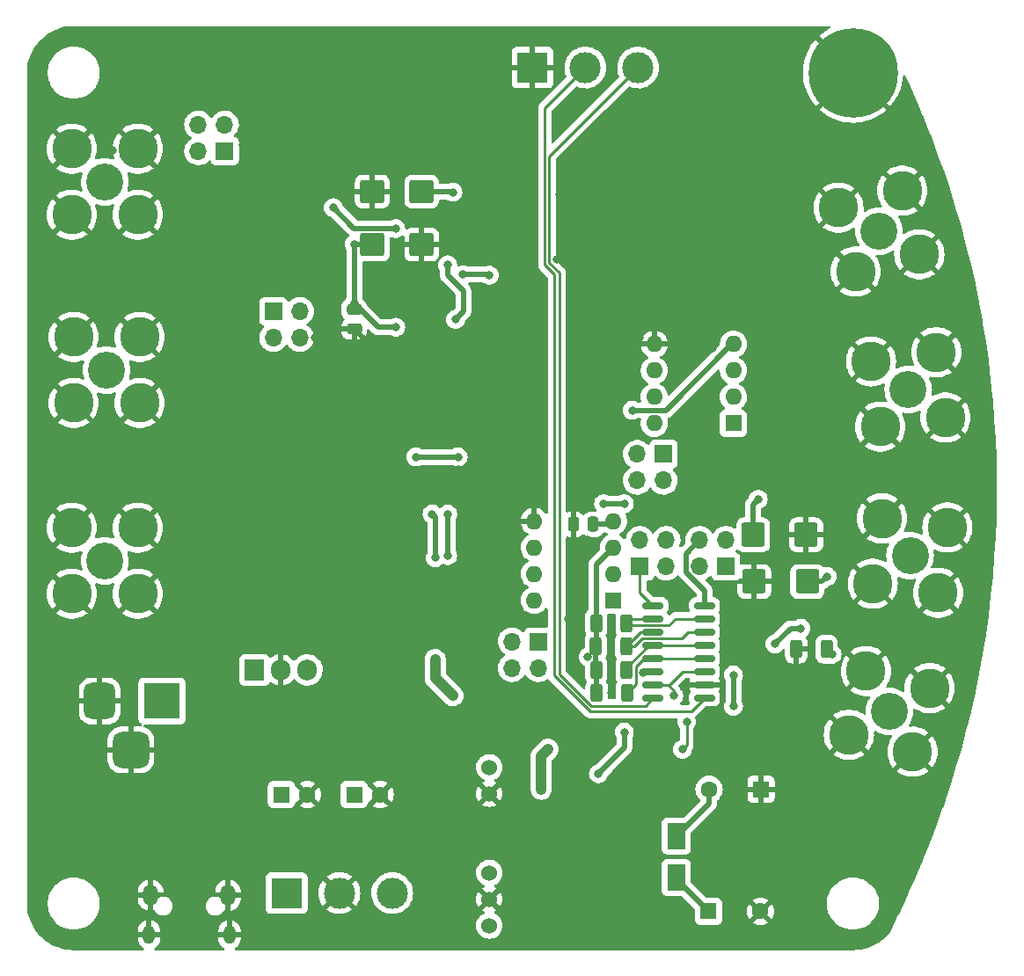
<source format=gbr>
%TF.GenerationSoftware,KiCad,Pcbnew,(6.0.0)*%
%TF.CreationDate,2022-01-15T22:09:40-05:00*%
%TF.ProjectId,Impedance_Analyzer_V2,496d7065-6461-46e6-9365-5f416e616c79,rev?*%
%TF.SameCoordinates,Original*%
%TF.FileFunction,Copper,L2,Bot*%
%TF.FilePolarity,Positive*%
%FSLAX46Y46*%
G04 Gerber Fmt 4.6, Leading zero omitted, Abs format (unit mm)*
G04 Created by KiCad (PCBNEW (6.0.0)) date 2022-01-15 22:09:40*
%MOMM*%
%LPD*%
G01*
G04 APERTURE LIST*
G04 Aperture macros list*
%AMRoundRect*
0 Rectangle with rounded corners*
0 $1 Rounding radius*
0 $2 $3 $4 $5 $6 $7 $8 $9 X,Y pos of 4 corners*
0 Add a 4 corners polygon primitive as box body*
4,1,4,$2,$3,$4,$5,$6,$7,$8,$9,$2,$3,0*
0 Add four circle primitives for the rounded corners*
1,1,$1+$1,$2,$3*
1,1,$1+$1,$4,$5*
1,1,$1+$1,$6,$7*
1,1,$1+$1,$8,$9*
0 Add four rect primitives between the rounded corners*
20,1,$1+$1,$2,$3,$4,$5,0*
20,1,$1+$1,$4,$5,$6,$7,0*
20,1,$1+$1,$6,$7,$8,$9,0*
20,1,$1+$1,$8,$9,$2,$3,0*%
G04 Aperture macros list end*
%TA.AperFunction,SMDPad,CuDef*%
%ADD10RoundRect,0.150000X-0.825000X-0.150000X0.825000X-0.150000X0.825000X0.150000X-0.825000X0.150000X0*%
%TD*%
%TA.AperFunction,SMDPad,CuDef*%
%ADD11RoundRect,0.250000X0.312500X0.625000X-0.312500X0.625000X-0.312500X-0.625000X0.312500X-0.625000X0*%
%TD*%
%TA.AperFunction,ComponentPad*%
%ADD12R,3.000000X3.000000*%
%TD*%
%TA.AperFunction,ComponentPad*%
%ADD13C,3.000000*%
%TD*%
%TA.AperFunction,ComponentPad*%
%ADD14C,3.556000*%
%TD*%
%TA.AperFunction,ComponentPad*%
%ADD15C,3.810000*%
%TD*%
%TA.AperFunction,ComponentPad*%
%ADD16R,1.600000X1.600000*%
%TD*%
%TA.AperFunction,ComponentPad*%
%ADD17O,1.600000X1.600000*%
%TD*%
%TA.AperFunction,ComponentPad*%
%ADD18C,1.600000*%
%TD*%
%TA.AperFunction,ComponentPad*%
%ADD19R,3.500000X3.500000*%
%TD*%
%TA.AperFunction,ComponentPad*%
%ADD20RoundRect,0.750000X-0.750000X-1.000000X0.750000X-1.000000X0.750000X1.000000X-0.750000X1.000000X0*%
%TD*%
%TA.AperFunction,ComponentPad*%
%ADD21RoundRect,0.875000X-0.875000X-0.875000X0.875000X-0.875000X0.875000X0.875000X-0.875000X0.875000X0*%
%TD*%
%TA.AperFunction,ComponentPad*%
%ADD22O,1.150000X1.800000*%
%TD*%
%TA.AperFunction,ComponentPad*%
%ADD23O,1.450000X2.000000*%
%TD*%
%TA.AperFunction,ComponentPad*%
%ADD24R,1.905000X2.000000*%
%TD*%
%TA.AperFunction,ComponentPad*%
%ADD25O,1.905000X2.000000*%
%TD*%
%TA.AperFunction,ComponentPad*%
%ADD26C,8.600000*%
%TD*%
%TA.AperFunction,ComponentPad*%
%ADD27C,1.524000*%
%TD*%
%TA.AperFunction,ComponentPad*%
%ADD28R,1.700000X1.700000*%
%TD*%
%TA.AperFunction,ComponentPad*%
%ADD29O,1.700000X1.700000*%
%TD*%
%TA.AperFunction,SMDPad,CuDef*%
%ADD30RoundRect,0.250000X-0.475000X0.250000X-0.475000X-0.250000X0.475000X-0.250000X0.475000X0.250000X0*%
%TD*%
%TA.AperFunction,SMDPad,CuDef*%
%ADD31RoundRect,0.250000X0.250000X0.475000X-0.250000X0.475000X-0.250000X-0.475000X0.250000X-0.475000X0*%
%TD*%
%TA.AperFunction,SMDPad,CuDef*%
%ADD32RoundRect,0.250000X-0.925000X0.875000X-0.925000X-0.875000X0.925000X-0.875000X0.925000X0.875000X0*%
%TD*%
%TA.AperFunction,SMDPad,CuDef*%
%ADD33RoundRect,0.250000X-0.875000X-0.925000X0.875000X-0.925000X0.875000X0.925000X-0.875000X0.925000X0*%
%TD*%
%TA.AperFunction,SMDPad,CuDef*%
%ADD34R,1.800000X2.500000*%
%TD*%
%TA.AperFunction,ViaPad*%
%ADD35C,0.800000*%
%TD*%
%TA.AperFunction,Conductor*%
%ADD36C,0.250000*%
%TD*%
%TA.AperFunction,Conductor*%
%ADD37C,0.500000*%
%TD*%
%TA.AperFunction,Conductor*%
%ADD38C,1.000000*%
%TD*%
G04 APERTURE END LIST*
D10*
%TO.P,U6,1,A0*%
%TO.N,Net-(J17-Pad3)*%
X130775000Y-117695000D03*
%TO.P,U6,2,EN*%
%TO.N,+5VP*%
X130775000Y-116425000D03*
%TO.P,U6,3,VSS*%
%TO.N,-5V*%
X130775000Y-115155000D03*
%TO.P,U6,4,S1A*%
%TO.N,Net-(R23-Pad1)*%
X130775000Y-113885000D03*
%TO.P,U6,5,S2A*%
%TO.N,Net-(R24-Pad1)*%
X130775000Y-112615000D03*
%TO.P,U6,6,S3A*%
%TO.N,Net-(R25-Pad1)*%
X130775000Y-111345000D03*
%TO.P,U6,7,S4A*%
%TO.N,Net-(R26-Pad1)*%
X130775000Y-110075000D03*
%TO.P,U6,8,DrA*%
%TO.N,IMon-*%
X130775000Y-108805000D03*
%TO.P,U6,9,DrB*%
%TO.N,Buf2Out*%
X135725000Y-108805000D03*
%TO.P,U6,10,S4B*%
%TO.N,Net-(R26-Pad1)*%
X135725000Y-110075000D03*
%TO.P,U6,11,S3B*%
%TO.N,Net-(R25-Pad1)*%
X135725000Y-111345000D03*
%TO.P,U6,12,S2B*%
%TO.N,Net-(R24-Pad1)*%
X135725000Y-112615000D03*
%TO.P,U6,13,S1B*%
%TO.N,Net-(R23-Pad1)*%
X135725000Y-113885000D03*
%TO.P,U6,14,VDD*%
%TO.N,+5VP*%
X135725000Y-115155000D03*
%TO.P,U6,15,GND*%
%TO.N,GND*%
X135725000Y-116425000D03*
%TO.P,U6,16,A1*%
%TO.N,Net-(J17-Pad2)*%
X135725000Y-117695000D03*
%TD*%
D11*
%TO.P,R26,1*%
%TO.N,Net-(R26-Pad1)*%
X128212500Y-110500000D03*
%TO.P,R26,2*%
%TO.N,IMon+*%
X125287500Y-110500000D03*
%TD*%
%TO.P,R25,1*%
%TO.N,Net-(R25-Pad1)*%
X128175000Y-112750000D03*
%TO.P,R25,2*%
%TO.N,IMon+*%
X125250000Y-112750000D03*
%TD*%
%TO.P,R24,1*%
%TO.N,Net-(R24-Pad1)*%
X128212500Y-115000000D03*
%TO.P,R24,2*%
%TO.N,IMon+*%
X125287500Y-115000000D03*
%TD*%
%TO.P,R23,1*%
%TO.N,Net-(R23-Pad1)*%
X128250000Y-117250000D03*
%TO.P,R23,2*%
%TO.N,IMon+*%
X125325000Y-117250000D03*
%TD*%
D12*
%TO.P,J17,1,Pin_1*%
%TO.N,GND*%
X119170000Y-57000000D03*
D13*
%TO.P,J17,2,Pin_2*%
%TO.N,Net-(J17-Pad2)*%
X124250000Y-57000000D03*
%TO.P,J17,3,Pin_3*%
%TO.N,Net-(J17-Pad3)*%
X129330000Y-57000000D03*
%TD*%
D14*
%TO.P,J2,1,In*%
%TO.N,Net-(J2-Pad1)*%
X78175000Y-86125000D03*
D15*
%TO.P,J2,2,Ext*%
%TO.N,GND*%
X75000000Y-82950000D03*
X81350000Y-89300000D03*
X75000000Y-89300000D03*
X81350000Y-82950000D03*
%TD*%
D14*
%TO.P,J6,1,In*%
%TO.N,IOut*%
X152500000Y-72750000D03*
D15*
%TO.P,J6,2,Ext*%
%TO.N,GND*%
X150254936Y-76638565D03*
X156388565Y-74995064D03*
X148611435Y-70504936D03*
X154745064Y-68861435D03*
%TD*%
D14*
%TO.P,J7,1,In*%
%TO.N,IMon+*%
X153500000Y-119000000D03*
D15*
%TO.P,J7,2,Ext*%
%TO.N,GND*%
X151254936Y-115111435D03*
X149611435Y-121245064D03*
X155745064Y-122888565D03*
X157388565Y-116754936D03*
%TD*%
D16*
%TO.P,U3,1,Rg*%
%TO.N,Net-(R11-Pad1)*%
X126950000Y-108300000D03*
D17*
%TO.P,U3,2,-*%
%TO.N,IMon-*%
X126950000Y-105760000D03*
%TO.P,U3,3,+*%
%TO.N,IMon+*%
X126950000Y-103220000D03*
%TO.P,U3,4,V-*%
%TO.N,-5V*%
X126950000Y-100680000D03*
%TO.P,U3,5,Ref*%
%TO.N,GND*%
X119330000Y-100680000D03*
%TO.P,U3,6*%
%TO.N,Net-(R5-Pad1)*%
X119330000Y-103220000D03*
%TO.P,U3,7,V+*%
%TO.N,+5VP*%
X119330000Y-105760000D03*
%TO.P,U3,8,Rg*%
%TO.N,Net-(J10-Pad3)*%
X119330000Y-108300000D03*
%TD*%
D14*
%TO.P,J5,1,In*%
%TO.N,Net-(J5-Pad1)*%
X155500000Y-104000000D03*
D15*
%TO.P,J5,2,Ext*%
%TO.N,GND*%
X159085976Y-101297773D03*
X158202227Y-107585976D03*
X151914024Y-106702227D03*
X152797773Y-100414024D03*
%TD*%
D14*
%TO.P,J4,1,In*%
%TO.N,Net-(J4-Pad1)*%
X155325000Y-88000000D03*
D15*
%TO.P,J4,2,Ext*%
%TO.N,GND*%
X158027227Y-84414024D03*
X152622773Y-91585976D03*
X151739024Y-85297773D03*
X158910976Y-90702227D03*
%TD*%
D16*
%TO.P,U4,1,Rg*%
%TO.N,Net-(R12-Pad1)*%
X138500000Y-91250000D03*
D17*
%TO.P,U4,2,-*%
%TO.N,Net-(J5-Pad1)*%
X138500000Y-88710000D03*
%TO.P,U4,3,+*%
%TO.N,Net-(J4-Pad1)*%
X138500000Y-86170000D03*
%TO.P,U4,4,V-*%
%TO.N,-5V*%
X138500000Y-83630000D03*
%TO.P,U4,5,Ref*%
%TO.N,GND*%
X130880000Y-83630000D03*
%TO.P,U4,6*%
%TO.N,Net-(R6-Pad1)*%
X130880000Y-86170000D03*
%TO.P,U4,7,V+*%
%TO.N,+5VP*%
X130880000Y-88710000D03*
%TO.P,U4,8,Rg*%
%TO.N,Net-(J12-Pad3)*%
X130880000Y-91250000D03*
%TD*%
D16*
%TO.P,C4,1*%
%TO.N,Net-(C4-Pad1)*%
X95000000Y-127000000D03*
D18*
%TO.P,C4,2*%
%TO.N,GND*%
X97500000Y-127000000D03*
%TD*%
D19*
%TO.P,J8,1*%
%TO.N,Net-(FB1-Pad2)*%
X83500000Y-118000000D03*
D20*
%TO.P,J8,2*%
%TO.N,GND*%
X77500000Y-118000000D03*
D21*
%TO.P,J8,3*%
X80500000Y-122700000D03*
%TD*%
D22*
%TO.P,J9,6,Shield*%
%TO.N,GND*%
X82250000Y-140500000D03*
X90000000Y-140500000D03*
D23*
X82400000Y-136700000D03*
X89850000Y-136700000D03*
%TD*%
D16*
%TO.P,C6,1*%
%TO.N,+5V*%
X102000000Y-127000000D03*
D18*
%TO.P,C6,2*%
%TO.N,GND*%
X104500000Y-127000000D03*
%TD*%
D24*
%TO.P,U5,1,IN*%
%TO.N,Net-(C4-Pad1)*%
X92420000Y-115000000D03*
D25*
%TO.P,U5,2,GND*%
%TO.N,GND*%
X94960000Y-115000000D03*
%TO.P,U5,3,OUT*%
%TO.N,+5V*%
X97500000Y-115000000D03*
%TD*%
D16*
%TO.P,C7,1*%
%TO.N,GND*%
X141152651Y-126500000D03*
D18*
%TO.P,C7,2*%
%TO.N,-5V*%
X136152651Y-126500000D03*
%TD*%
D16*
%TO.P,C9,1*%
%TO.N,+5VP*%
X136097349Y-138250000D03*
D18*
%TO.P,C9,2*%
%TO.N,GND*%
X141097349Y-138250000D03*
%TD*%
D26*
%TO.P,H1,1,1*%
%TO.N,GND*%
X150000000Y-57500000D03*
%TD*%
D14*
%TO.P,J1,1,In*%
%TO.N,Net-(J1-Pad1)*%
X78000000Y-68000000D03*
D15*
%TO.P,J1,2,Ext*%
%TO.N,GND*%
X74825000Y-64825000D03*
X81175000Y-64825000D03*
X81175000Y-71175000D03*
X74825000Y-71175000D03*
%TD*%
D12*
%TO.P,J11,1,Pin_1*%
%TO.N,+5VP*%
X95500000Y-136500000D03*
D13*
%TO.P,J11,2,Pin_2*%
%TO.N,GND*%
X100580000Y-136500000D03*
%TO.P,J11,3,Pin_3*%
%TO.N,-5V*%
X105660000Y-136500000D03*
%TD*%
D27*
%TO.P,Reg1,1,+Vin*%
%TO.N,+5V*%
X115000000Y-124380000D03*
%TO.P,Reg1,2,-Vin*%
%TO.N,GND*%
X115000000Y-126920000D03*
%TO.P,Reg1,5,-Vout*%
%TO.N,Net-(L2-Pad2)*%
X115000000Y-134540000D03*
%TO.P,Reg1,6,GND2*%
%TO.N,GND*%
X115000000Y-137080000D03*
%TO.P,Reg1,7,+Vout*%
%TO.N,Net-(L1-Pad2)*%
X115000000Y-139620000D03*
%TD*%
D28*
%TO.P,J16,1,Pin_1*%
%TO.N,Net-(J16-Pad1)*%
X94225000Y-80475000D03*
D29*
%TO.P,J16,2,Pin_2*%
X96765000Y-80475000D03*
%TO.P,J16,3,Pin_3*%
%TO.N,Net-(C25-Pad1)*%
X94225000Y-83015000D03*
%TO.P,J16,4,Pin_4*%
%TO.N,Net-(C1-Pad1)*%
X96765000Y-83015000D03*
%TD*%
D28*
%TO.P,J15,1,Pin_1*%
%TO.N,Net-(J15-Pad1)*%
X89540000Y-65040000D03*
D29*
%TO.P,J15,2,Pin_2*%
X87000000Y-65040000D03*
%TO.P,J15,3,Pin_3*%
%TO.N,Net-(C16-Pad1)*%
X89540000Y-62500000D03*
%TO.P,J15,4,Pin_4*%
%TO.N,Net-(C15-Pad1)*%
X87000000Y-62500000D03*
%TD*%
D28*
%TO.P,J13,1,Pin_1*%
%TO.N,IMon-*%
X129500000Y-105040000D03*
D29*
%TO.P,J13,2,Pin_2*%
X129500000Y-102500000D03*
%TO.P,J13,3,Pin_3*%
%TO.N,Net-(J13-Pad3)*%
X132040000Y-105040000D03*
%TO.P,J13,4,Pin_4*%
%TO.N,Net-(J13-Pad4)*%
X132040000Y-102500000D03*
%TD*%
D28*
%TO.P,J10,1,Pin_1*%
%TO.N,Net-(J10-Pad1)*%
X119725000Y-112275000D03*
D29*
%TO.P,J10,2,Pin_2*%
%TO.N,Net-(J10-Pad2)*%
X119725000Y-114815000D03*
%TO.P,J10,3,Pin_3*%
%TO.N,Net-(J10-Pad3)*%
X117185000Y-112275000D03*
%TO.P,J10,4,Pin_4*%
X117185000Y-114815000D03*
%TD*%
D14*
%TO.P,J3,1,In*%
%TO.N,Net-(J3-Pad1)*%
X78000000Y-104500000D03*
D15*
%TO.P,J3,2,Ext*%
%TO.N,GND*%
X81175000Y-101325000D03*
X74825000Y-107675000D03*
X74825000Y-101325000D03*
X81175000Y-107675000D03*
%TD*%
D28*
%TO.P,J12,1,Pin_1*%
%TO.N,Net-(J12-Pad1)*%
X131775000Y-94225000D03*
D29*
%TO.P,J12,2,Pin_2*%
%TO.N,Net-(J12-Pad2)*%
X131775000Y-96765000D03*
%TO.P,J12,3,Pin_3*%
%TO.N,Net-(J12-Pad3)*%
X129235000Y-94225000D03*
%TO.P,J12,4,Pin_4*%
X129235000Y-96765000D03*
%TD*%
D28*
%TO.P,J14,1,Pin_1*%
%TO.N,Net-(J13-Pad4)*%
X137775000Y-105040000D03*
D29*
%TO.P,J14,2,Pin_2*%
%TO.N,Net-(J13-Pad3)*%
X135235000Y-105040000D03*
%TO.P,J14,3,Pin_3*%
%TO.N,Buf2Out*%
X137775000Y-102500000D03*
%TO.P,J14,4,Pin_4*%
X135235000Y-102500000D03*
%TD*%
D30*
%TO.P,C20,1*%
%TO.N,-5V*%
X102000000Y-80300000D03*
%TO.P,C20,2*%
%TO.N,GND*%
X102000000Y-82200000D03*
%TD*%
D31*
%TO.P,C21,1*%
%TO.N,-5V*%
X125000000Y-101000000D03*
%TO.P,C21,2*%
%TO.N,GND*%
X123100000Y-101000000D03*
%TD*%
D11*
%TO.P,R16,1*%
%TO.N,Net-(R16-Pad1)*%
X147462500Y-113000000D03*
%TO.P,R16,2*%
%TO.N,GND*%
X144537500Y-113000000D03*
%TD*%
D32*
%TO.P,C12,1*%
%TO.N,+5VP*%
X108500000Y-68950000D03*
%TO.P,C12,2*%
%TO.N,GND*%
X108500000Y-74050000D03*
%TD*%
%TO.P,C11,1*%
%TO.N,GND*%
X103750000Y-68950000D03*
%TO.P,C11,2*%
%TO.N,-5V*%
X103750000Y-74050000D03*
%TD*%
D33*
%TO.P,C13,1*%
%TO.N,+5VP*%
X140400000Y-102000000D03*
%TO.P,C13,2*%
%TO.N,GND*%
X145500000Y-102000000D03*
%TD*%
%TO.P,C2,1*%
%TO.N,GND*%
X140500000Y-106500000D03*
%TO.P,C2,2*%
%TO.N,-5V*%
X145600000Y-106500000D03*
%TD*%
D34*
%TO.P,D6,1,A1*%
%TO.N,+5VP*%
X133000000Y-135000000D03*
%TO.P,D6,2,A2*%
%TO.N,-5V*%
X133000000Y-131000000D03*
%TD*%
D35*
%TO.N,GND*%
X121750000Y-118250000D03*
X126787500Y-117250000D03*
X123500000Y-108500000D03*
X122250000Y-62250000D03*
X119170000Y-63250000D03*
X119250000Y-66500000D03*
X119250000Y-69250000D03*
X122000000Y-66250000D03*
X122750000Y-70750000D03*
X123000000Y-76750000D03*
X119250000Y-76000000D03*
X120000000Y-78750000D03*
X123000000Y-78750000D03*
X123000000Y-81000000D03*
X120000000Y-81000000D03*
X120000000Y-84000000D03*
X123000000Y-84000000D03*
X123000000Y-87500000D03*
X120000000Y-88250000D03*
X120000000Y-94500000D03*
X120000000Y-96750000D03*
X120000000Y-98750000D03*
X122750000Y-94500000D03*
X122750000Y-96750000D03*
X133750000Y-116500000D03*
%TO.N,+5VP*%
X134000000Y-120000000D03*
X133600001Y-122649999D03*
X132750000Y-117500000D03*
%TO.N,-5V*%
X129824020Y-115250000D03*
%TO.N,GND*%
X82500000Y-61500000D03*
X82500000Y-58500000D03*
X103750000Y-100000000D03*
X107250000Y-100000000D03*
X103750000Y-114250000D03*
X107500000Y-91500000D03*
X129500000Y-83000000D03*
X97600000Y-71400000D03*
X97000000Y-74200000D03*
X78750000Y-65000000D03*
%TO.N,IMon+*%
X124500000Y-113750000D03*
%TO.N,GND*%
X106500000Y-108500000D03*
X132750000Y-87000000D03*
X134500000Y-85500000D03*
X112500000Y-139500000D03*
X130500000Y-136000000D03*
X124250000Y-136000000D03*
X124250000Y-141000000D03*
X110500000Y-130500000D03*
X112500000Y-128250000D03*
X130500000Y-133500000D03*
X129500000Y-124250000D03*
X124250000Y-133000000D03*
X124250000Y-128000000D03*
X112500000Y-123250000D03*
X112000000Y-95750000D03*
X99750000Y-100000000D03*
X107500000Y-88750000D03*
X107500000Y-85500000D03*
X108750000Y-82250000D03*
X111000000Y-84250000D03*
X111000000Y-88750000D03*
X111000000Y-91500000D03*
X71500000Y-64790000D03*
X71500000Y-67330000D03*
X71500000Y-69870000D03*
X71500000Y-72410000D03*
X71500000Y-74950000D03*
X71500000Y-77490000D03*
X71500000Y-80030000D03*
X71500000Y-82570000D03*
X71500000Y-85110000D03*
X71500000Y-87650000D03*
X71500000Y-90190000D03*
X71500000Y-92730000D03*
X71500000Y-95270000D03*
X71500000Y-97810000D03*
X71500000Y-100350000D03*
X71500000Y-102890000D03*
X71500000Y-105430000D03*
X71500000Y-107970000D03*
X71500000Y-110510000D03*
X71500000Y-113050000D03*
X71500000Y-115590000D03*
X71500000Y-118130000D03*
X71500000Y-120670000D03*
X71500000Y-123210000D03*
X71500000Y-125750000D03*
X71500000Y-128290000D03*
X71500000Y-130830000D03*
X71500000Y-133370000D03*
X71500000Y-135910000D03*
X104440000Y-53500000D03*
X81580000Y-53500000D03*
X89200000Y-53500000D03*
X91740000Y-53500000D03*
X106980000Y-53500000D03*
X101900000Y-53500000D03*
X84120000Y-53500000D03*
X99360000Y-53500000D03*
X109520000Y-53500000D03*
X112060000Y-53500000D03*
X86660000Y-53500000D03*
X96820000Y-53500000D03*
X79040000Y-53500000D03*
X94280000Y-53500000D03*
X131000000Y-72000000D03*
X135000000Y-72000000D03*
X127500000Y-72000000D03*
X114250000Y-69250000D03*
X117750000Y-69250000D03*
X121750000Y-69250000D03*
X111500000Y-72500000D03*
X119000000Y-72500000D03*
X115000000Y-72500000D03*
X112750000Y-113000000D03*
X112750000Y-109000000D03*
X112750000Y-105500000D03*
X122578427Y-110078427D03*
X120078427Y-120578427D03*
X114421573Y-114921573D03*
X117250000Y-117750000D03*
X130750000Y-126750000D03*
X128750000Y-126250000D03*
X123000000Y-126250000D03*
X123750000Y-120750000D03*
X140000000Y-131750000D03*
X136500000Y-132500000D03*
X118750000Y-134500000D03*
X107500000Y-132750000D03*
X107750000Y-126250000D03*
X112500000Y-126000000D03*
X108250000Y-122250000D03*
X111250000Y-120000000D03*
X124500000Y-102500000D03*
X149000000Y-112000000D03*
X147250000Y-116500000D03*
X148000000Y-108500000D03*
X135250000Y-81000000D03*
X98250000Y-83000000D03*
X111750000Y-73500000D03*
X111500000Y-65250000D03*
X109000000Y-66750000D03*
X102500000Y-66500000D03*
X97000000Y-64000000D03*
X94250000Y-74750000D03*
X92500000Y-72250000D03*
X92500000Y-69500000D03*
X91250000Y-64500000D03*
X88500000Y-72500000D03*
X95500000Y-78500000D03*
X155750000Y-62250000D03*
X161000000Y-77500000D03*
X161500000Y-80750000D03*
X162750000Y-92750000D03*
X162750000Y-97750000D03*
X161750000Y-110750000D03*
X161000000Y-113750000D03*
X157250000Y-127750000D03*
X87750000Y-135000000D03*
X111310000Y-141250000D03*
X106230000Y-141250000D03*
X145115000Y-98975000D03*
X108770000Y-141250000D03*
X78290000Y-141250000D03*
X135000000Y-76000000D03*
X93530000Y-141250000D03*
X85910000Y-141250000D03*
X119370000Y-53500000D03*
X114750000Y-99750000D03*
X122750000Y-98750000D03*
X103750000Y-103750000D03*
X116830000Y-53500000D03*
X121500000Y-75500000D03*
X139500000Y-72000000D03*
X124450000Y-53500000D03*
X88450000Y-141250000D03*
X96070000Y-141250000D03*
X71500000Y-62250000D03*
X90450000Y-127050000D03*
X131000000Y-76000000D03*
X106525000Y-77565000D03*
X107250000Y-97500000D03*
X103000000Y-83200000D03*
X112000000Y-92500000D03*
X137500000Y-121500000D03*
X107250000Y-103750000D03*
X119000000Y-95750000D03*
X112750000Y-103250000D03*
X139500000Y-113000000D03*
X104850000Y-85600000D03*
X124500000Y-76000000D03*
X119000000Y-89500000D03*
X114290000Y-53500000D03*
X124500000Y-72000000D03*
X139500000Y-109500000D03*
X129530000Y-53500000D03*
X80830000Y-141250000D03*
X123500000Y-107000000D03*
X121910000Y-53500000D03*
X134750000Y-89250000D03*
X117000000Y-104000000D03*
X142230000Y-53500000D03*
X142500000Y-115500000D03*
X136750000Y-87750000D03*
X101150000Y-141250000D03*
X134610000Y-53500000D03*
X103690000Y-141250000D03*
X133000000Y-90750000D03*
X100000000Y-73500000D03*
X144770000Y-53500000D03*
X142000000Y-121500000D03*
X99750000Y-103750000D03*
X111000000Y-97500000D03*
X98610000Y-141250000D03*
X128000000Y-76000000D03*
X123000000Y-91500000D03*
X71500000Y-129000000D03*
X125500000Y-91500000D03*
X136500000Y-84000000D03*
X117000000Y-78000000D03*
X139690000Y-53500000D03*
X134750000Y-91500000D03*
X115500000Y-93500000D03*
X126990000Y-53500000D03*
X137150000Y-53500000D03*
X133250000Y-107000000D03*
X103350000Y-89350000D03*
X106500000Y-80000000D03*
X139500000Y-76000000D03*
X132070000Y-53500000D03*
X133500000Y-100500000D03*
%TO.N,Net-(R6-Pad1)*%
X112000000Y-94500000D03*
X107949979Y-94500000D03*
%TO.N,-5V*%
X102000000Y-74000000D03*
X128750000Y-90000000D03*
X138500000Y-115500000D03*
X138500000Y-118500000D03*
X109799990Y-114000000D03*
X106000000Y-82000000D03*
X125500000Y-125000000D03*
X102000000Y-79700000D03*
X109799990Y-104200010D03*
X145000000Y-111000000D03*
X111500000Y-117500000D03*
X109500000Y-100000000D03*
X128000000Y-121000000D03*
X142500000Y-112500000D03*
X147500000Y-106000000D03*
%TO.N,+5VP*%
X120000000Y-126500000D03*
X120649999Y-122649999D03*
X128000000Y-99000000D03*
X140885000Y-98575000D03*
X126000000Y-99000000D03*
X111000000Y-103999998D03*
X111000000Y-76000000D03*
X111500000Y-69000000D03*
X111749999Y-81250001D03*
X111000000Y-100000000D03*
%TO.N,Net-(R15-Pad1)*%
X112449312Y-76949312D03*
X115000000Y-77000000D03*
X100000000Y-70500000D03*
X106000000Y-72500000D03*
%TO.N,Net-(R16-Pad1)*%
X148000000Y-113500000D03*
%TD*%
D36*
%TO.N,GND*%
X135650000Y-116500000D02*
X135725000Y-116425000D01*
X133750000Y-116500000D02*
X135650000Y-116500000D01*
%TO.N,+5VP*%
X134000000Y-122250000D02*
X133600001Y-122649999D01*
X134000000Y-120000000D02*
X134000000Y-122250000D01*
X132750000Y-117500000D02*
X132750000Y-117000000D01*
X132175000Y-116425000D02*
X132325000Y-116425000D01*
X130775000Y-116425000D02*
X132175000Y-116425000D01*
X132750000Y-117000000D02*
X132175000Y-116425000D01*
%TO.N,-5V*%
X129919020Y-115155000D02*
X129824020Y-115250000D01*
X130775000Y-115155000D02*
X129919020Y-115155000D01*
%TO.N,Net-(J17-Pad2)*%
X121250000Y-76910332D02*
X121250000Y-115560711D01*
X120325969Y-75986301D02*
X121250000Y-76910332D01*
X121250000Y-115560711D02*
X124689289Y-119000000D01*
X124689289Y-119000000D02*
X134420000Y-119000000D01*
X120325969Y-60924031D02*
X120325969Y-75986301D01*
X124250000Y-57000000D02*
X120325969Y-60924031D01*
X134420000Y-119000000D02*
X135725000Y-117695000D01*
%TO.N,Net-(J17-Pad3)*%
X120775489Y-65554511D02*
X129330000Y-57000000D01*
X121750000Y-115424993D02*
X121750000Y-76774614D01*
X124774527Y-118449520D02*
X121750000Y-115424993D01*
X121750000Y-76774614D02*
X120775489Y-75800103D01*
X130020480Y-118449520D02*
X124774527Y-118449520D01*
X120775489Y-75800103D02*
X120775489Y-65554511D01*
X130775000Y-117695000D02*
X130020480Y-118449520D01*
%TO.N,+5VP*%
X133595000Y-115155000D02*
X135725000Y-115155000D01*
X132325000Y-116425000D02*
X133595000Y-115155000D01*
%TO.N,IMon-*%
X129500000Y-107530000D02*
X129500000Y-105040000D01*
X130775000Y-108805000D02*
X129500000Y-107530000D01*
%TO.N,Net-(R23-Pad1)*%
X130775000Y-113885000D02*
X135725000Y-113885000D01*
%TO.N,Net-(R24-Pad1)*%
X135725000Y-112615000D02*
X130775000Y-112615000D01*
X130398928Y-112615000D02*
X128212500Y-114801428D01*
%TO.N,Net-(R25-Pad1)*%
X133509520Y-111990480D02*
X134155000Y-111345000D01*
X134155000Y-111345000D02*
X135725000Y-111345000D01*
X129753448Y-111990480D02*
X133509520Y-111990480D01*
X128175000Y-112750000D02*
X128993928Y-112750000D01*
X128993928Y-112750000D02*
X129753448Y-111990480D01*
%TO.N,Net-(R26-Pad1)*%
X132279520Y-110720480D02*
X128432980Y-110720480D01*
X128432980Y-110720480D02*
X128212500Y-110500000D01*
X132925000Y-110075000D02*
X132279520Y-110720480D01*
X135725000Y-110075000D02*
X132925000Y-110075000D01*
X128637500Y-110075000D02*
X130775000Y-110075000D01*
D37*
%TO.N,IMon+*%
X126950000Y-103220000D02*
X125287500Y-104882500D01*
X125287500Y-104882500D02*
X125287500Y-110500000D01*
X125287500Y-117212500D02*
X125325000Y-117250000D01*
X125287500Y-115000000D02*
X125287500Y-117212500D01*
X125250000Y-114962500D02*
X125287500Y-115000000D01*
X125250000Y-112750000D02*
X125250000Y-114962500D01*
X125287500Y-112712500D02*
X125250000Y-112750000D01*
X125287500Y-110500000D02*
X125287500Y-112712500D01*
%TO.N,Buf2Out*%
X133935489Y-103799511D02*
X135235000Y-102500000D01*
X133935489Y-105578276D02*
X133935489Y-103799511D01*
X135725000Y-108805000D02*
X135725000Y-107367787D01*
X135725000Y-107367787D02*
X133935489Y-105578276D01*
D36*
%TO.N,Net-(R23-Pad1)*%
X129099520Y-114650480D02*
X129099520Y-116400480D01*
X129099520Y-116400480D02*
X128250000Y-117250000D01*
X129865000Y-113885000D02*
X129099520Y-114650480D01*
X130775000Y-113885000D02*
X129865000Y-113885000D01*
%TO.N,Net-(R24-Pad1)*%
X128212500Y-114801428D02*
X128212500Y-115000000D01*
X130775000Y-112615000D02*
X130398928Y-112615000D01*
%TO.N,Net-(R25-Pad1)*%
X129580000Y-111345000D02*
X128175000Y-112750000D01*
X130775000Y-111345000D02*
X129580000Y-111345000D01*
%TO.N,Net-(R26-Pad1)*%
X128212500Y-110500000D02*
X128637500Y-110075000D01*
D37*
%TO.N,GND*%
X102000000Y-82200000D02*
X103000000Y-83200000D01*
%TO.N,Net-(R6-Pad1)*%
X112000000Y-94500000D02*
X107949979Y-94500000D01*
%TO.N,-5V*%
X109799990Y-104200010D02*
X109799990Y-100299990D01*
X138361998Y-83630000D02*
X131991998Y-90000000D01*
X102000000Y-80300000D02*
X102000000Y-79700000D01*
D38*
X109799990Y-115799990D02*
X111500000Y-117500000D01*
D37*
X125000000Y-101000000D02*
X126630000Y-101000000D01*
X147500000Y-106000000D02*
X147000000Y-106500000D01*
X138500000Y-118500000D02*
X138500000Y-115500000D01*
X144000000Y-111000000D02*
X142500000Y-112500000D01*
D38*
X109799990Y-114000000D02*
X109799990Y-115799990D01*
D37*
X128000000Y-121000000D02*
X128000000Y-122500000D01*
X102000000Y-79700000D02*
X104300000Y-82000000D01*
X109799990Y-100299990D02*
X109500000Y-100000000D01*
X128000000Y-122500000D02*
X125500000Y-125000000D01*
X145000000Y-111000000D02*
X144000000Y-111000000D01*
X138500000Y-83630000D02*
X138361998Y-83630000D01*
X147000000Y-106500000D02*
X145600000Y-106500000D01*
X102000000Y-74000000D02*
X103700000Y-74000000D01*
X126630000Y-101000000D02*
X126950000Y-100680000D01*
X102000000Y-79700000D02*
X102000000Y-74000000D01*
X133000000Y-131000000D02*
X136152651Y-127847349D01*
X104300000Y-82000000D02*
X106000000Y-82000000D01*
X103700000Y-74000000D02*
X103750000Y-74050000D01*
X136152651Y-127847349D02*
X136152651Y-126500000D01*
X131991998Y-90000000D02*
X128750000Y-90000000D01*
%TO.N,+5VP*%
X111000000Y-76000000D02*
X111000000Y-77000000D01*
X111000000Y-103999998D02*
X111000000Y-100000000D01*
X140400000Y-102000000D02*
X140400000Y-99060000D01*
D38*
X120000000Y-126500000D02*
X120000000Y-123299998D01*
D37*
X133000000Y-135152651D02*
X136097349Y-138250000D01*
X112500000Y-78500000D02*
X112500000Y-80500000D01*
X133000000Y-135000000D02*
X133000000Y-135152651D01*
X111000000Y-77000000D02*
X112500000Y-78500000D01*
X112500000Y-80500000D02*
X111749999Y-81250001D01*
X111450000Y-68950000D02*
X111500000Y-69000000D01*
X140400000Y-99060000D02*
X140885000Y-98575000D01*
D38*
X120000000Y-123299998D02*
X120649999Y-122649999D01*
D37*
X128000000Y-99000000D02*
X126000000Y-99000000D01*
X108500000Y-68950000D02*
X111450000Y-68950000D01*
%TO.N,Net-(R15-Pad1)*%
X112449312Y-76949312D02*
X114949312Y-76949312D01*
X100000000Y-70500000D02*
X101975480Y-72475480D01*
X105975480Y-72475480D02*
X106000000Y-72500000D01*
X101975480Y-72475480D02*
X105975480Y-72475480D01*
X114949312Y-76949312D02*
X115000000Y-77000000D01*
%TO.N,Net-(R16-Pad1)*%
X148000000Y-113500000D02*
X147962500Y-113500000D01*
X147962500Y-113500000D02*
X147462500Y-113000000D01*
%TD*%
%TA.AperFunction,Conductor*%
%TO.N,GND*%
G36*
X147763038Y-53028002D02*
G01*
X147809531Y-53081658D01*
X147819635Y-53151932D01*
X147790141Y-53216512D01*
X147757631Y-53243284D01*
X147423581Y-53434984D01*
X147418848Y-53437987D01*
X147072420Y-53680109D01*
X147067979Y-53683517D01*
X146796476Y-53911739D01*
X146788031Y-53924456D01*
X146794139Y-53934929D01*
X153562142Y-60702932D01*
X153575903Y-60710446D01*
X153585263Y-60703989D01*
X153754244Y-60511303D01*
X153757744Y-60506935D01*
X154007073Y-60165645D01*
X154010168Y-60160987D01*
X154228160Y-59798903D01*
X154230841Y-59793964D01*
X154415779Y-59413946D01*
X154418014Y-59408780D01*
X154568442Y-59013815D01*
X154570201Y-59008496D01*
X154684920Y-58601730D01*
X154686204Y-58596259D01*
X154764315Y-58180883D01*
X154765102Y-58175346D01*
X154798996Y-57826540D01*
X154825492Y-57760673D01*
X154883393Y-57719587D01*
X154954315Y-57716327D01*
X155015740Y-57751928D01*
X155038245Y-57784723D01*
X155177708Y-58078723D01*
X155201196Y-58128239D01*
X155202249Y-58130518D01*
X155365344Y-58493010D01*
X155976537Y-59851438D01*
X155977555Y-59853762D01*
X156378639Y-60795420D01*
X156672087Y-61484373D01*
X156717052Y-61589942D01*
X156718014Y-61592266D01*
X156982533Y-62249707D01*
X157422407Y-63342978D01*
X157423330Y-63345341D01*
X157477314Y-63487727D01*
X158092331Y-65109870D01*
X158093174Y-65112162D01*
X158367817Y-65883017D01*
X158726542Y-66889871D01*
X158727369Y-66892269D01*
X159141765Y-68133891D01*
X159310479Y-68639396D01*
X159324786Y-68682264D01*
X159325560Y-68684663D01*
X159520199Y-69309460D01*
X159886839Y-70486383D01*
X159887569Y-70488813D01*
X160412446Y-72301411D01*
X160413127Y-72303854D01*
X160901411Y-74126664D01*
X160902043Y-74129121D01*
X161057538Y-74760164D01*
X161353550Y-75961469D01*
X161354106Y-75963828D01*
X161765231Y-77789780D01*
X161768632Y-77804884D01*
X161769158Y-77807338D01*
X162143866Y-79643277D01*
X162146531Y-79656336D01*
X162147005Y-79658786D01*
X162474148Y-81444437D01*
X162487076Y-81515002D01*
X162487506Y-81517493D01*
X162523157Y-81736921D01*
X162790132Y-83380131D01*
X162790514Y-83382638D01*
X163055587Y-85251039D01*
X163055917Y-85253549D01*
X163281378Y-87110881D01*
X163283323Y-87126905D01*
X163283598Y-87129386D01*
X163429082Y-88569722D01*
X163473241Y-89006910D01*
X163473471Y-89009436D01*
X163625281Y-90890456D01*
X163625459Y-90892986D01*
X163739365Y-92776582D01*
X163739493Y-92779116D01*
X163815460Y-94664715D01*
X163815536Y-94667250D01*
X163853525Y-96553899D01*
X163853551Y-96556436D01*
X163853551Y-98443563D01*
X163853525Y-98446100D01*
X163815536Y-100332749D01*
X163815460Y-100335284D01*
X163739493Y-102220883D01*
X163739365Y-102223417D01*
X163625460Y-104107013D01*
X163625282Y-104109543D01*
X163473471Y-105990563D01*
X163473241Y-105993089D01*
X163285605Y-107850757D01*
X163283603Y-107870573D01*
X163283327Y-107873056D01*
X163064266Y-109677682D01*
X163055919Y-109746445D01*
X163055589Y-109748955D01*
X163044857Y-109824600D01*
X162790514Y-111617361D01*
X162790132Y-111619868D01*
X162564875Y-113006309D01*
X162489455Y-113470516D01*
X162487508Y-113482497D01*
X162487078Y-113484988D01*
X162147749Y-115337156D01*
X162147013Y-115341172D01*
X162146539Y-115343623D01*
X161778881Y-117145024D01*
X161769164Y-117192635D01*
X161768637Y-117195090D01*
X161354107Y-119036171D01*
X161353551Y-119038530D01*
X161117448Y-119996705D01*
X160902043Y-120870878D01*
X160901411Y-120873335D01*
X160413127Y-122696145D01*
X160412446Y-122698588D01*
X159887569Y-124511186D01*
X159886839Y-124513616D01*
X159711119Y-125077684D01*
X159334215Y-126287559D01*
X159325566Y-126315321D01*
X159324792Y-126317719D01*
X159196291Y-126702736D01*
X158727369Y-128107730D01*
X158726542Y-128110128D01*
X158612179Y-128431119D01*
X158093175Y-129887837D01*
X158092332Y-129890129D01*
X157504341Y-131440988D01*
X157423330Y-131654658D01*
X157422407Y-131657021D01*
X156759442Y-133304771D01*
X156718023Y-133407714D01*
X156717061Y-133410038D01*
X156583023Y-133724730D01*
X155977555Y-135146238D01*
X155976537Y-135148562D01*
X155498856Y-136210250D01*
X155204474Y-136864539D01*
X155202261Y-136869457D01*
X155201208Y-136871736D01*
X154411160Y-138537237D01*
X154392422Y-138576738D01*
X154391319Y-138579005D01*
X154106826Y-139148829D01*
X153576305Y-140211433D01*
X153561099Y-140234930D01*
X153357272Y-140484092D01*
X153350208Y-140492021D01*
X153094085Y-140756181D01*
X153086379Y-140763486D01*
X152808925Y-141005142D01*
X152800631Y-141011772D01*
X152503825Y-141229201D01*
X152495002Y-141235110D01*
X152180935Y-141426780D01*
X152171646Y-141431925D01*
X151842551Y-141596472D01*
X151832862Y-141600816D01*
X151491087Y-141737067D01*
X151481065Y-141740580D01*
X151129025Y-141847572D01*
X151118764Y-141850224D01*
X150758959Y-141927196D01*
X150748499Y-141928976D01*
X150383494Y-141975378D01*
X150372918Y-141976272D01*
X150278236Y-141980265D01*
X150043561Y-141990163D01*
X150018865Y-141988775D01*
X150015143Y-141988195D01*
X150015138Y-141988195D01*
X150006270Y-141986814D01*
X149997368Y-141987978D01*
X149997365Y-141987978D01*
X149978083Y-141990500D01*
X149974971Y-141990907D01*
X149974749Y-141990936D01*
X149958411Y-141992000D01*
X90622112Y-141992000D01*
X90553991Y-141971998D01*
X90507498Y-141918342D01*
X90497394Y-141848068D01*
X90526888Y-141783488D01*
X90549212Y-141763230D01*
X90705987Y-141652021D01*
X90715016Y-141644228D01*
X90849631Y-141503607D01*
X90857035Y-141494232D01*
X90962620Y-141330708D01*
X90968121Y-141320094D01*
X91040883Y-141139551D01*
X91044275Y-141128102D01*
X91081866Y-140935609D01*
X91082936Y-140926799D01*
X91083000Y-140924172D01*
X91083000Y-140772115D01*
X91078525Y-140756876D01*
X91077135Y-140755671D01*
X91069452Y-140754000D01*
X88935115Y-140754000D01*
X88919876Y-140758475D01*
X88918671Y-140759865D01*
X88917000Y-140767548D01*
X88917000Y-140873637D01*
X88917285Y-140879613D01*
X88931132Y-141024745D01*
X88933391Y-141036480D01*
X88988188Y-141223268D01*
X88992621Y-141234351D01*
X89081751Y-141407406D01*
X89088207Y-141417461D01*
X89208449Y-141570537D01*
X89216689Y-141579190D01*
X89363701Y-141706760D01*
X89373433Y-141713703D01*
X89448164Y-141756936D01*
X89497112Y-141808362D01*
X89510487Y-141878087D01*
X89484042Y-141943975D01*
X89426174Y-141985106D01*
X89385068Y-141992000D01*
X82872112Y-141992000D01*
X82803991Y-141971998D01*
X82757498Y-141918342D01*
X82747394Y-141848068D01*
X82776888Y-141783488D01*
X82799212Y-141763230D01*
X82955987Y-141652021D01*
X82965016Y-141644228D01*
X83099631Y-141503607D01*
X83107035Y-141494232D01*
X83212620Y-141330708D01*
X83218121Y-141320094D01*
X83290883Y-141139551D01*
X83294275Y-141128102D01*
X83331866Y-140935609D01*
X83332936Y-140926799D01*
X83333000Y-140924172D01*
X83333000Y-140772115D01*
X83328525Y-140756876D01*
X83327135Y-140755671D01*
X83319452Y-140754000D01*
X81185115Y-140754000D01*
X81169876Y-140758475D01*
X81168671Y-140759865D01*
X81167000Y-140767548D01*
X81167000Y-140873637D01*
X81167285Y-140879613D01*
X81181132Y-141024745D01*
X81183391Y-141036480D01*
X81238188Y-141223268D01*
X81242621Y-141234351D01*
X81331751Y-141407406D01*
X81338207Y-141417461D01*
X81458449Y-141570537D01*
X81466689Y-141579190D01*
X81613701Y-141706760D01*
X81623433Y-141713703D01*
X81698164Y-141756936D01*
X81747112Y-141808362D01*
X81760487Y-141878087D01*
X81734042Y-141943975D01*
X81676174Y-141985106D01*
X81635068Y-141992000D01*
X75049328Y-141992000D01*
X75029943Y-141990500D01*
X75015142Y-141988195D01*
X75015139Y-141988195D01*
X75006270Y-141986814D01*
X74985842Y-141989485D01*
X74964017Y-141990429D01*
X74613993Y-141975147D01*
X74603042Y-141974189D01*
X74225421Y-141924473D01*
X74214597Y-141922564D01*
X73842757Y-141840130D01*
X73832139Y-141837285D01*
X73468890Y-141722752D01*
X73458575Y-141718999D01*
X73106666Y-141573234D01*
X73096731Y-141568601D01*
X72758872Y-141392722D01*
X72749363Y-141387232D01*
X72428140Y-141182590D01*
X72419136Y-141176286D01*
X72116957Y-140944417D01*
X72108537Y-140937351D01*
X72106636Y-140935609D01*
X71827728Y-140680037D01*
X71819959Y-140672268D01*
X71753863Y-140600136D01*
X71562647Y-140391460D01*
X71555583Y-140383043D01*
X71436527Y-140227885D01*
X81167000Y-140227885D01*
X81171475Y-140243124D01*
X81172865Y-140244329D01*
X81180548Y-140246000D01*
X81977885Y-140246000D01*
X81993124Y-140241525D01*
X81994329Y-140240135D01*
X81996000Y-140232452D01*
X81996000Y-140227885D01*
X82504000Y-140227885D01*
X82508475Y-140243124D01*
X82509865Y-140244329D01*
X82517548Y-140246000D01*
X83314885Y-140246000D01*
X83330124Y-140241525D01*
X83331329Y-140240135D01*
X83333000Y-140232452D01*
X83333000Y-140227885D01*
X88917000Y-140227885D01*
X88921475Y-140243124D01*
X88922865Y-140244329D01*
X88930548Y-140246000D01*
X89727885Y-140246000D01*
X89743124Y-140241525D01*
X89744329Y-140240135D01*
X89746000Y-140232452D01*
X89746000Y-140227885D01*
X90254000Y-140227885D01*
X90258475Y-140243124D01*
X90259865Y-140244329D01*
X90267548Y-140246000D01*
X91064885Y-140246000D01*
X91080124Y-140241525D01*
X91081329Y-140240135D01*
X91083000Y-140232452D01*
X91083000Y-140126363D01*
X91082715Y-140120387D01*
X91068868Y-139975255D01*
X91066609Y-139963520D01*
X91011812Y-139776732D01*
X91007379Y-139765649D01*
X90932364Y-139620000D01*
X113724647Y-139620000D01*
X113744022Y-139841463D01*
X113801560Y-140056196D01*
X113803882Y-140061177D01*
X113803883Y-140061178D01*
X113893186Y-140252689D01*
X113893189Y-140252694D01*
X113895512Y-140257676D01*
X113898668Y-140262183D01*
X113898669Y-140262185D01*
X113983295Y-140383043D01*
X114023023Y-140439781D01*
X114180219Y-140596977D01*
X114184727Y-140600134D01*
X114184730Y-140600136D01*
X114260495Y-140653187D01*
X114362323Y-140724488D01*
X114367305Y-140726811D01*
X114367310Y-140726814D01*
X114558822Y-140816117D01*
X114563804Y-140818440D01*
X114569112Y-140819862D01*
X114569114Y-140819863D01*
X114634949Y-140837503D01*
X114778537Y-140875978D01*
X115000000Y-140895353D01*
X115221463Y-140875978D01*
X115365051Y-140837503D01*
X115430886Y-140819863D01*
X115430888Y-140819862D01*
X115436196Y-140818440D01*
X115441178Y-140816117D01*
X115632690Y-140726814D01*
X115632695Y-140726811D01*
X115637677Y-140724488D01*
X115739505Y-140653187D01*
X115815270Y-140600136D01*
X115815273Y-140600134D01*
X115819781Y-140596977D01*
X115976977Y-140439781D01*
X116016706Y-140383043D01*
X116101331Y-140262185D01*
X116101332Y-140262183D01*
X116104488Y-140257676D01*
X116106811Y-140252694D01*
X116106814Y-140252689D01*
X116196117Y-140061178D01*
X116196118Y-140061177D01*
X116198440Y-140056196D01*
X116255978Y-139841463D01*
X116275353Y-139620000D01*
X116255978Y-139398537D01*
X116198440Y-139183804D01*
X116190938Y-139167715D01*
X116106814Y-138987311D01*
X116106811Y-138987306D01*
X116104488Y-138982324D01*
X116054551Y-138911006D01*
X115980136Y-138804730D01*
X115980134Y-138804727D01*
X115976977Y-138800219D01*
X115819781Y-138643023D01*
X115815273Y-138639866D01*
X115815270Y-138639864D01*
X115726769Y-138577895D01*
X115637677Y-138515512D01*
X115632695Y-138513189D01*
X115632690Y-138513186D01*
X115530121Y-138465358D01*
X115527035Y-138463919D01*
X115473750Y-138417002D01*
X115454289Y-138348725D01*
X115474831Y-138280765D01*
X115527035Y-138235529D01*
X115632445Y-138186376D01*
X115641931Y-138180898D01*
X115685764Y-138150207D01*
X115694139Y-138139729D01*
X115687071Y-138126281D01*
X115012812Y-137452022D01*
X114998868Y-137444408D01*
X114997035Y-137444539D01*
X114990420Y-137448790D01*
X114312207Y-138127003D01*
X114305777Y-138138777D01*
X114315074Y-138150793D01*
X114358069Y-138180898D01*
X114367555Y-138186376D01*
X114472965Y-138235529D01*
X114526250Y-138282446D01*
X114545711Y-138350723D01*
X114525169Y-138418683D01*
X114472965Y-138463919D01*
X114367311Y-138513186D01*
X114367306Y-138513189D01*
X114362324Y-138515512D01*
X114357817Y-138518668D01*
X114357815Y-138518669D01*
X114184730Y-138639864D01*
X114184727Y-138639866D01*
X114180219Y-138643023D01*
X114023023Y-138800219D01*
X114019866Y-138804727D01*
X114019864Y-138804730D01*
X113945449Y-138911006D01*
X113895512Y-138982324D01*
X113893189Y-138987306D01*
X113893186Y-138987311D01*
X113809062Y-139167715D01*
X113801560Y-139183804D01*
X113744022Y-139398537D01*
X113724647Y-139620000D01*
X90932364Y-139620000D01*
X90918249Y-139592594D01*
X90911793Y-139582539D01*
X90791551Y-139429463D01*
X90783311Y-139420810D01*
X90636299Y-139293240D01*
X90626567Y-139286298D01*
X90458076Y-139188823D01*
X90447215Y-139183850D01*
X90266038Y-139120935D01*
X90257993Y-139122082D01*
X90254000Y-139135651D01*
X90254000Y-140227885D01*
X89746000Y-140227885D01*
X89746000Y-139140314D01*
X89742027Y-139126783D01*
X89732601Y-139125428D01*
X89651639Y-139144940D01*
X89640344Y-139148829D01*
X89463137Y-139229400D01*
X89452795Y-139235347D01*
X89294013Y-139347979D01*
X89284984Y-139355772D01*
X89150369Y-139496393D01*
X89142965Y-139505768D01*
X89037380Y-139669292D01*
X89031879Y-139679906D01*
X88959117Y-139860449D01*
X88955725Y-139871898D01*
X88918134Y-140064391D01*
X88917064Y-140073201D01*
X88917000Y-140075828D01*
X88917000Y-140227885D01*
X83333000Y-140227885D01*
X83333000Y-140126363D01*
X83332715Y-140120387D01*
X83318868Y-139975255D01*
X83316609Y-139963520D01*
X83261812Y-139776732D01*
X83257379Y-139765649D01*
X83168249Y-139592594D01*
X83161793Y-139582539D01*
X83041551Y-139429463D01*
X83033311Y-139420810D01*
X82886299Y-139293240D01*
X82876567Y-139286298D01*
X82708076Y-139188823D01*
X82697215Y-139183850D01*
X82516038Y-139120935D01*
X82507993Y-139122082D01*
X82504000Y-139135651D01*
X82504000Y-140227885D01*
X81996000Y-140227885D01*
X81996000Y-139140314D01*
X81992027Y-139126783D01*
X81982601Y-139125428D01*
X81901639Y-139144940D01*
X81890344Y-139148829D01*
X81713137Y-139229400D01*
X81702795Y-139235347D01*
X81544013Y-139347979D01*
X81534984Y-139355772D01*
X81400369Y-139496393D01*
X81392965Y-139505768D01*
X81287380Y-139669292D01*
X81281879Y-139679906D01*
X81209117Y-139860449D01*
X81205725Y-139871898D01*
X81168134Y-140064391D01*
X81167064Y-140073201D01*
X81167000Y-140075828D01*
X81167000Y-140227885D01*
X71436527Y-140227885D01*
X71323714Y-140080864D01*
X71317410Y-140071860D01*
X71112768Y-139750637D01*
X71107278Y-139741128D01*
X70931399Y-139403269D01*
X70926762Y-139393325D01*
X70926721Y-139393224D01*
X70781001Y-139041425D01*
X70777245Y-139031103D01*
X70763438Y-138987311D01*
X70662715Y-138667860D01*
X70659870Y-138657243D01*
X70657582Y-138646920D01*
X70627934Y-138513186D01*
X70577436Y-138285403D01*
X70575527Y-138274579D01*
X70525811Y-137896957D01*
X70524853Y-137886006D01*
X70517938Y-137727631D01*
X70514890Y-137657821D01*
X72491500Y-137657821D01*
X72531060Y-137970975D01*
X72609557Y-138276702D01*
X72611010Y-138280371D01*
X72611010Y-138280372D01*
X72705359Y-138518669D01*
X72725753Y-138570179D01*
X72727659Y-138573647D01*
X72727660Y-138573648D01*
X72765800Y-138643023D01*
X72877816Y-138846779D01*
X73063346Y-139102140D01*
X73279418Y-139332233D01*
X73282469Y-139334757D01*
X73282470Y-139334758D01*
X73365308Y-139403288D01*
X73522625Y-139533432D01*
X73789131Y-139702562D01*
X73792710Y-139704246D01*
X73792717Y-139704250D01*
X74071144Y-139835267D01*
X74071148Y-139835269D01*
X74074734Y-139836956D01*
X74374928Y-139934495D01*
X74684980Y-139993641D01*
X74921162Y-140008500D01*
X75078838Y-140008500D01*
X75315020Y-139993641D01*
X75625072Y-139934495D01*
X75925266Y-139836956D01*
X75928852Y-139835269D01*
X75928856Y-139835267D01*
X76207283Y-139704250D01*
X76207290Y-139704246D01*
X76210869Y-139702562D01*
X76477375Y-139533432D01*
X76634692Y-139403288D01*
X76717530Y-139334758D01*
X76717531Y-139334757D01*
X76720582Y-139332233D01*
X76936654Y-139102140D01*
X77122184Y-138846779D01*
X77234201Y-138643023D01*
X77272340Y-138573648D01*
X77272341Y-138573647D01*
X77274247Y-138570179D01*
X77294642Y-138518669D01*
X77388990Y-138280372D01*
X77388990Y-138280371D01*
X77390443Y-138276702D01*
X77468940Y-137970975D01*
X77508500Y-137657821D01*
X77508500Y-137342179D01*
X77468940Y-137029025D01*
X77468687Y-137028041D01*
X81167000Y-137028041D01*
X81167249Y-137033636D01*
X81181083Y-137188633D01*
X81183065Y-137199647D01*
X81238180Y-137401116D01*
X81242074Y-137411589D01*
X81332001Y-137600123D01*
X81337687Y-137609738D01*
X81459576Y-137779365D01*
X81466884Y-137787831D01*
X81616883Y-137933191D01*
X81625565Y-137940221D01*
X81798945Y-138056728D01*
X81808731Y-138062107D01*
X81999996Y-138146067D01*
X82010588Y-138149632D01*
X82128385Y-138177912D01*
X82142470Y-138177207D01*
X82146000Y-138168328D01*
X82146000Y-138168226D01*
X82654000Y-138168226D01*
X82658106Y-138182210D01*
X82665670Y-138183384D01*
X82705996Y-138170978D01*
X82776986Y-138170066D01*
X82837201Y-138207678D01*
X82852164Y-138228408D01*
X82882658Y-138281226D01*
X82882660Y-138281229D01*
X82885960Y-138286944D01*
X82890378Y-138291851D01*
X82890379Y-138291852D01*
X83004578Y-138418683D01*
X83013747Y-138428866D01*
X83080764Y-138477557D01*
X83133005Y-138515512D01*
X83168248Y-138541118D01*
X83174276Y-138543802D01*
X83174278Y-138543803D01*
X83333155Y-138614539D01*
X83342712Y-138618794D01*
X83436113Y-138638647D01*
X83523056Y-138657128D01*
X83523061Y-138657128D01*
X83529513Y-138658500D01*
X83720487Y-138658500D01*
X83726939Y-138657128D01*
X83726944Y-138657128D01*
X83813887Y-138638647D01*
X83907288Y-138618794D01*
X83916845Y-138614539D01*
X84075722Y-138543803D01*
X84075724Y-138543802D01*
X84081752Y-138541118D01*
X84116996Y-138515512D01*
X84169236Y-138477557D01*
X84236253Y-138428866D01*
X84245422Y-138418683D01*
X84359621Y-138291852D01*
X84359622Y-138291851D01*
X84364040Y-138286944D01*
X84432582Y-138168226D01*
X84456223Y-138127279D01*
X84456224Y-138127278D01*
X84459527Y-138121556D01*
X84518542Y-137939928D01*
X84523059Y-137896957D01*
X84537814Y-137756565D01*
X84538504Y-137750000D01*
X87711496Y-137750000D01*
X87712186Y-137756565D01*
X87726942Y-137896957D01*
X87731458Y-137939928D01*
X87790473Y-138121556D01*
X87793776Y-138127278D01*
X87793777Y-138127279D01*
X87817418Y-138168226D01*
X87885960Y-138286944D01*
X87890378Y-138291851D01*
X87890379Y-138291852D01*
X88004578Y-138418683D01*
X88013747Y-138428866D01*
X88080764Y-138477557D01*
X88133005Y-138515512D01*
X88168248Y-138541118D01*
X88174276Y-138543802D01*
X88174278Y-138543803D01*
X88333155Y-138614539D01*
X88342712Y-138618794D01*
X88436113Y-138638647D01*
X88523056Y-138657128D01*
X88523061Y-138657128D01*
X88529513Y-138658500D01*
X88720487Y-138658500D01*
X88726939Y-138657128D01*
X88726944Y-138657128D01*
X88813887Y-138638647D01*
X88907288Y-138618794D01*
X88916845Y-138614539D01*
X89075722Y-138543803D01*
X89075724Y-138543802D01*
X89081752Y-138541118D01*
X89116996Y-138515512D01*
X89169236Y-138477557D01*
X89236253Y-138428866D01*
X89245422Y-138418683D01*
X89359621Y-138291852D01*
X89359622Y-138291851D01*
X89364040Y-138286944D01*
X89398377Y-138227471D01*
X89449759Y-138178479D01*
X89519473Y-138165044D01*
X89536910Y-138167955D01*
X89578382Y-138177912D01*
X89592470Y-138177207D01*
X89596000Y-138168328D01*
X89596000Y-138168226D01*
X90104000Y-138168226D01*
X90108106Y-138182210D01*
X90115670Y-138183384D01*
X90312400Y-138122862D01*
X90322744Y-138118641D01*
X90459348Y-138048134D01*
X93491500Y-138048134D01*
X93498255Y-138110316D01*
X93549385Y-138246705D01*
X93636739Y-138363261D01*
X93753295Y-138450615D01*
X93889684Y-138501745D01*
X93951866Y-138508500D01*
X97048134Y-138508500D01*
X97110316Y-138501745D01*
X97246705Y-138450615D01*
X97363261Y-138363261D01*
X97450615Y-138246705D01*
X97501745Y-138110316D01*
X97503990Y-138089654D01*
X99355618Y-138089654D01*
X99362673Y-138099627D01*
X99393679Y-138125551D01*
X99400598Y-138130579D01*
X99625272Y-138271515D01*
X99632807Y-138275556D01*
X99874520Y-138384694D01*
X99882551Y-138387680D01*
X100136832Y-138463002D01*
X100145184Y-138464869D01*
X100407340Y-138504984D01*
X100415874Y-138505700D01*
X100681045Y-138509867D01*
X100689596Y-138509418D01*
X100952883Y-138477557D01*
X100961284Y-138475955D01*
X101217824Y-138408653D01*
X101225926Y-138405926D01*
X101470949Y-138304434D01*
X101478617Y-138300628D01*
X101707598Y-138166822D01*
X101714679Y-138162009D01*
X101794655Y-138099301D01*
X101803125Y-138087442D01*
X101796608Y-138075818D01*
X100592812Y-136872022D01*
X100578868Y-136864408D01*
X100577035Y-136864539D01*
X100570420Y-136868790D01*
X99362910Y-138076300D01*
X99355618Y-138089654D01*
X97503990Y-138089654D01*
X97508500Y-138048134D01*
X97508500Y-136483204D01*
X98567665Y-136483204D01*
X98582932Y-136747969D01*
X98584005Y-136756470D01*
X98635065Y-137016722D01*
X98637276Y-137024974D01*
X98723184Y-137275894D01*
X98726499Y-137283779D01*
X98845664Y-137520713D01*
X98850020Y-137528079D01*
X98979347Y-137716250D01*
X98989601Y-137724594D01*
X99003342Y-137717448D01*
X100207978Y-136512812D01*
X100214356Y-136501132D01*
X100944408Y-136501132D01*
X100944539Y-136502965D01*
X100948790Y-136509580D01*
X102155730Y-137716520D01*
X102167939Y-137723187D01*
X102179439Y-137714497D01*
X102276831Y-137581913D01*
X102281418Y-137574685D01*
X102407962Y-137341621D01*
X102411530Y-137333827D01*
X102505271Y-137085750D01*
X102507748Y-137077544D01*
X102566954Y-136819038D01*
X102568294Y-136810577D01*
X102592031Y-136544616D01*
X102592277Y-136539677D01*
X102592666Y-136502485D01*
X102592523Y-136497519D01*
X102591255Y-136478918D01*
X103646917Y-136478918D01*
X103662682Y-136752320D01*
X103663507Y-136756525D01*
X103663508Y-136756533D01*
X103686115Y-136871760D01*
X103715405Y-137021053D01*
X103716792Y-137025103D01*
X103716793Y-137025108D01*
X103783100Y-137218774D01*
X103804112Y-137280144D01*
X103863623Y-137398469D01*
X103923410Y-137517342D01*
X103927160Y-137524799D01*
X103929586Y-137528328D01*
X103929589Y-137528334D01*
X104063509Y-137723187D01*
X104082274Y-137750490D01*
X104085161Y-137753663D01*
X104085162Y-137753664D01*
X104205087Y-137885461D01*
X104266582Y-137953043D01*
X104269877Y-137955798D01*
X104269878Y-137955799D01*
X104314382Y-137993010D01*
X104476675Y-138128707D01*
X104480316Y-138130991D01*
X104705024Y-138271951D01*
X104705028Y-138271953D01*
X104708664Y-138274234D01*
X104776544Y-138304883D01*
X104954345Y-138385164D01*
X104954349Y-138385166D01*
X104958257Y-138386930D01*
X104962377Y-138388150D01*
X104962376Y-138388150D01*
X105216723Y-138463491D01*
X105216727Y-138463492D01*
X105220836Y-138464709D01*
X105225070Y-138465357D01*
X105225075Y-138465358D01*
X105487298Y-138505483D01*
X105487300Y-138505483D01*
X105491540Y-138506132D01*
X105630912Y-138508322D01*
X105761071Y-138510367D01*
X105761077Y-138510367D01*
X105765362Y-138510434D01*
X106037235Y-138477534D01*
X106302127Y-138408041D01*
X106306087Y-138406401D01*
X106306092Y-138406399D01*
X106428631Y-138355641D01*
X106555136Y-138303241D01*
X106764501Y-138180898D01*
X106787879Y-138167237D01*
X106787880Y-138167236D01*
X106791582Y-138165073D01*
X107007089Y-137996094D01*
X107035246Y-137967039D01*
X107131059Y-137868167D01*
X107197669Y-137799431D01*
X107200202Y-137795983D01*
X107200206Y-137795978D01*
X107357257Y-137582178D01*
X107359795Y-137578723D01*
X107361841Y-137574955D01*
X107488418Y-137341830D01*
X107488419Y-137341828D01*
X107490468Y-137338054D01*
X107556620Y-137162988D01*
X107585751Y-137085895D01*
X107585752Y-137085891D01*
X107585909Y-137085475D01*
X113725628Y-137085475D01*
X113744038Y-137295896D01*
X113745941Y-137306691D01*
X113800609Y-137510715D01*
X113804355Y-137521007D01*
X113893623Y-137712441D01*
X113899103Y-137721932D01*
X113929794Y-137765765D01*
X113940271Y-137774140D01*
X113953718Y-137767072D01*
X114627978Y-137092812D01*
X114634356Y-137081132D01*
X115364408Y-137081132D01*
X115364539Y-137082965D01*
X115368790Y-137089580D01*
X116047003Y-137767793D01*
X116058777Y-137774223D01*
X116070793Y-137764926D01*
X116100897Y-137721932D01*
X116106377Y-137712441D01*
X116195645Y-137521007D01*
X116199391Y-137510715D01*
X116254059Y-137306691D01*
X116255962Y-137295896D01*
X116274372Y-137085475D01*
X116274372Y-137074525D01*
X116255962Y-136864104D01*
X116254059Y-136853309D01*
X116199391Y-136649285D01*
X116195645Y-136638993D01*
X116106377Y-136447559D01*
X116100897Y-136438068D01*
X116070206Y-136394235D01*
X116059729Y-136385860D01*
X116046282Y-136392928D01*
X115372022Y-137067188D01*
X115364408Y-137081132D01*
X114634356Y-137081132D01*
X114635592Y-137078868D01*
X114635461Y-137077035D01*
X114631210Y-137070420D01*
X113952997Y-136392207D01*
X113941223Y-136385777D01*
X113929207Y-136395074D01*
X113899103Y-136438068D01*
X113893623Y-136447559D01*
X113804355Y-136638993D01*
X113800609Y-136649285D01*
X113745941Y-136853309D01*
X113744038Y-136864104D01*
X113725628Y-137074525D01*
X113725628Y-137085475D01*
X107585909Y-137085475D01*
X107587269Y-137081877D01*
X107619335Y-136941869D01*
X107647449Y-136819117D01*
X107647450Y-136819113D01*
X107648407Y-136814933D01*
X107651659Y-136778502D01*
X107672531Y-136544627D01*
X107672532Y-136544616D01*
X107672751Y-136542161D01*
X107673193Y-136500000D01*
X107672991Y-136497035D01*
X107654859Y-136231055D01*
X107654858Y-136231049D01*
X107654567Y-136226778D01*
X107599032Y-135958612D01*
X107507617Y-135700465D01*
X107382013Y-135457112D01*
X107372040Y-135442921D01*
X107271285Y-135299562D01*
X107224545Y-135233057D01*
X107143868Y-135146238D01*
X107041046Y-135035588D01*
X107041043Y-135035585D01*
X107038125Y-135032445D01*
X107034810Y-135029731D01*
X107034806Y-135029728D01*
X106873304Y-134897540D01*
X106826205Y-134858990D01*
X106592704Y-134715901D01*
X106588768Y-134714173D01*
X106345873Y-134607549D01*
X106345869Y-134607548D01*
X106341945Y-134605825D01*
X106110863Y-134540000D01*
X113724647Y-134540000D01*
X113744022Y-134761463D01*
X113770882Y-134861706D01*
X113794131Y-134948469D01*
X113801560Y-134976196D01*
X113803882Y-134981177D01*
X113803883Y-134981178D01*
X113893186Y-135172689D01*
X113893189Y-135172694D01*
X113895512Y-135177676D01*
X113898668Y-135182183D01*
X113898669Y-135182185D01*
X113970965Y-135285434D01*
X114023023Y-135359781D01*
X114180219Y-135516977D01*
X114184727Y-135520134D01*
X114184730Y-135520136D01*
X114237156Y-135556845D01*
X114362323Y-135644488D01*
X114367305Y-135646811D01*
X114367310Y-135646814D01*
X114472965Y-135696081D01*
X114526250Y-135742998D01*
X114545711Y-135811275D01*
X114525169Y-135879235D01*
X114472965Y-135924471D01*
X114367559Y-135973623D01*
X114358068Y-135979103D01*
X114314235Y-136009794D01*
X114305860Y-136020271D01*
X114312928Y-136033718D01*
X114987188Y-136707978D01*
X115001132Y-136715592D01*
X115002965Y-136715461D01*
X115009580Y-136711210D01*
X115422656Y-136298134D01*
X131591500Y-136298134D01*
X131598255Y-136360316D01*
X131649385Y-136496705D01*
X131736739Y-136613261D01*
X131853295Y-136700615D01*
X131989684Y-136751745D01*
X132051866Y-136758500D01*
X133480978Y-136758500D01*
X133549099Y-136778502D01*
X133570073Y-136795405D01*
X134751944Y-137977276D01*
X134785970Y-138039588D01*
X134788849Y-138066371D01*
X134788849Y-139098134D01*
X134795604Y-139160316D01*
X134846734Y-139296705D01*
X134934088Y-139413261D01*
X135050644Y-139500615D01*
X135187033Y-139551745D01*
X135249215Y-139558500D01*
X136945483Y-139558500D01*
X137007665Y-139551745D01*
X137144054Y-139500615D01*
X137260610Y-139413261D01*
X137318468Y-139336062D01*
X140375842Y-139336062D01*
X140385138Y-139348077D01*
X140436343Y-139383931D01*
X140445838Y-139389414D01*
X140643296Y-139481490D01*
X140653588Y-139485236D01*
X140864037Y-139541625D01*
X140874830Y-139543528D01*
X141091874Y-139562517D01*
X141102824Y-139562517D01*
X141319868Y-139543528D01*
X141330661Y-139541625D01*
X141541110Y-139485236D01*
X141551402Y-139481490D01*
X141748860Y-139389414D01*
X141758355Y-139383931D01*
X141810397Y-139347491D01*
X141818773Y-139337012D01*
X141811705Y-139323566D01*
X141110161Y-138622022D01*
X141096217Y-138614408D01*
X141094384Y-138614539D01*
X141087769Y-138618790D01*
X140382272Y-139324287D01*
X140375842Y-139336062D01*
X137318468Y-139336062D01*
X137347964Y-139296705D01*
X137399094Y-139160316D01*
X137405849Y-139098134D01*
X137405849Y-138255475D01*
X139784832Y-138255475D01*
X139803821Y-138472519D01*
X139805724Y-138483312D01*
X139862113Y-138693761D01*
X139865859Y-138704053D01*
X139957935Y-138901511D01*
X139963418Y-138911006D01*
X139999858Y-138963048D01*
X140010337Y-138971424D01*
X140023783Y-138964356D01*
X140725327Y-138262812D01*
X140731705Y-138251132D01*
X141461757Y-138251132D01*
X141461888Y-138252965D01*
X141466139Y-138259580D01*
X142171636Y-138965077D01*
X142183411Y-138971507D01*
X142195426Y-138962211D01*
X142231280Y-138911006D01*
X142236763Y-138901511D01*
X142328839Y-138704053D01*
X142332585Y-138693761D01*
X142388974Y-138483312D01*
X142390877Y-138472519D01*
X142409866Y-138255475D01*
X142409866Y-138244525D01*
X142390877Y-138027481D01*
X142388974Y-138016688D01*
X142332585Y-137806239D01*
X142328839Y-137795947D01*
X142264430Y-137657821D01*
X147491500Y-137657821D01*
X147531060Y-137970975D01*
X147609557Y-138276702D01*
X147611010Y-138280371D01*
X147611010Y-138280372D01*
X147705359Y-138518669D01*
X147725753Y-138570179D01*
X147727659Y-138573647D01*
X147727660Y-138573648D01*
X147765800Y-138643023D01*
X147877816Y-138846779D01*
X148063346Y-139102140D01*
X148279418Y-139332233D01*
X148282469Y-139334757D01*
X148282470Y-139334758D01*
X148365308Y-139403288D01*
X148522625Y-139533432D01*
X148789131Y-139702562D01*
X148792710Y-139704246D01*
X148792717Y-139704250D01*
X149071144Y-139835267D01*
X149071148Y-139835269D01*
X149074734Y-139836956D01*
X149374928Y-139934495D01*
X149684980Y-139993641D01*
X149921162Y-140008500D01*
X150078838Y-140008500D01*
X150315020Y-139993641D01*
X150625072Y-139934495D01*
X150925266Y-139836956D01*
X150928852Y-139835269D01*
X150928856Y-139835267D01*
X151207283Y-139704250D01*
X151207290Y-139704246D01*
X151210869Y-139702562D01*
X151477375Y-139533432D01*
X151634692Y-139403288D01*
X151717530Y-139334758D01*
X151717531Y-139334757D01*
X151720582Y-139332233D01*
X151936654Y-139102140D01*
X152122184Y-138846779D01*
X152234201Y-138643023D01*
X152272340Y-138573648D01*
X152272341Y-138573647D01*
X152274247Y-138570179D01*
X152294642Y-138518669D01*
X152388990Y-138280372D01*
X152388990Y-138280371D01*
X152390443Y-138276702D01*
X152468940Y-137970975D01*
X152508500Y-137657821D01*
X152508500Y-137342179D01*
X152468940Y-137029025D01*
X152390443Y-136723298D01*
X152346876Y-136613261D01*
X152275702Y-136433495D01*
X152275700Y-136433490D01*
X152274247Y-136429821D01*
X152253965Y-136392928D01*
X152124093Y-136156693D01*
X152124091Y-136156690D01*
X152122184Y-136153221D01*
X151963235Y-135934446D01*
X151938982Y-135901064D01*
X151938981Y-135901062D01*
X151936654Y-135897860D01*
X151737136Y-135685395D01*
X151723297Y-135670658D01*
X151723296Y-135670657D01*
X151720582Y-135667767D01*
X151688627Y-135641331D01*
X151480427Y-135469093D01*
X151477375Y-135466568D01*
X151210869Y-135297438D01*
X151207290Y-135295754D01*
X151207283Y-135295750D01*
X150928856Y-135164733D01*
X150928852Y-135164731D01*
X150925266Y-135163044D01*
X150873543Y-135146238D01*
X150628848Y-135066732D01*
X150628850Y-135066732D01*
X150625072Y-135065505D01*
X150315020Y-135006359D01*
X150078838Y-134991500D01*
X149921162Y-134991500D01*
X149684980Y-135006359D01*
X149374928Y-135065505D01*
X149371150Y-135066732D01*
X149371152Y-135066732D01*
X149126458Y-135146238D01*
X149074734Y-135163044D01*
X149071148Y-135164731D01*
X149071144Y-135164733D01*
X148792717Y-135295750D01*
X148792710Y-135295754D01*
X148789131Y-135297438D01*
X148522625Y-135466568D01*
X148519573Y-135469093D01*
X148311374Y-135641331D01*
X148279418Y-135667767D01*
X148276704Y-135670657D01*
X148276703Y-135670658D01*
X148262864Y-135685395D01*
X148063346Y-135897860D01*
X148061019Y-135901062D01*
X148061018Y-135901064D01*
X148036765Y-135934446D01*
X147877816Y-136153221D01*
X147875909Y-136156690D01*
X147875907Y-136156693D01*
X147746035Y-136392928D01*
X147725753Y-136429821D01*
X147724300Y-136433490D01*
X147724298Y-136433495D01*
X147653124Y-136613261D01*
X147609557Y-136723298D01*
X147531060Y-137029025D01*
X147491500Y-137342179D01*
X147491500Y-137657821D01*
X142264430Y-137657821D01*
X142236763Y-137598489D01*
X142231280Y-137588994D01*
X142194840Y-137536952D01*
X142184361Y-137528576D01*
X142170915Y-137535644D01*
X141469371Y-138237188D01*
X141461757Y-138251132D01*
X140731705Y-138251132D01*
X140732941Y-138248868D01*
X140732810Y-138247035D01*
X140728559Y-138240420D01*
X140023062Y-137534923D01*
X140011287Y-137528493D01*
X139999272Y-137537789D01*
X139963418Y-137588994D01*
X139957935Y-137598489D01*
X139865859Y-137795947D01*
X139862113Y-137806239D01*
X139805724Y-138016688D01*
X139803821Y-138027481D01*
X139784832Y-138244525D01*
X139784832Y-138255475D01*
X137405849Y-138255475D01*
X137405849Y-137401866D01*
X137399094Y-137339684D01*
X137347964Y-137203295D01*
X137317756Y-137162988D01*
X140375925Y-137162988D01*
X140382993Y-137176434D01*
X141084537Y-137877978D01*
X141098481Y-137885592D01*
X141100314Y-137885461D01*
X141106929Y-137881210D01*
X141812426Y-137175713D01*
X141818856Y-137163938D01*
X141809560Y-137151923D01*
X141758355Y-137116069D01*
X141748860Y-137110586D01*
X141551402Y-137018510D01*
X141541110Y-137014764D01*
X141330661Y-136958375D01*
X141319868Y-136956472D01*
X141102824Y-136937483D01*
X141091874Y-136937483D01*
X140874830Y-136956472D01*
X140864037Y-136958375D01*
X140653588Y-137014764D01*
X140643296Y-137018510D01*
X140445838Y-137110586D01*
X140436343Y-137116069D01*
X140384301Y-137152509D01*
X140375925Y-137162988D01*
X137317756Y-137162988D01*
X137260610Y-137086739D01*
X137144054Y-136999385D01*
X137007665Y-136948255D01*
X136945483Y-136941500D01*
X135913720Y-136941500D01*
X135845599Y-136921498D01*
X135824625Y-136904595D01*
X134445405Y-135525375D01*
X134411379Y-135463063D01*
X134408500Y-135436280D01*
X134408500Y-133701866D01*
X134401745Y-133639684D01*
X134350615Y-133503295D01*
X134263261Y-133386739D01*
X134146705Y-133299385D01*
X134010316Y-133248255D01*
X133948134Y-133241500D01*
X132051866Y-133241500D01*
X131989684Y-133248255D01*
X131853295Y-133299385D01*
X131736739Y-133386739D01*
X131649385Y-133503295D01*
X131598255Y-133639684D01*
X131591500Y-133701866D01*
X131591500Y-136298134D01*
X115422656Y-136298134D01*
X115687793Y-136032997D01*
X115694223Y-136021223D01*
X115684926Y-136009207D01*
X115641931Y-135979102D01*
X115632445Y-135973624D01*
X115527035Y-135924471D01*
X115473750Y-135877554D01*
X115454289Y-135809277D01*
X115474831Y-135741317D01*
X115527035Y-135696081D01*
X115632690Y-135646814D01*
X115632695Y-135646811D01*
X115637677Y-135644488D01*
X115762844Y-135556845D01*
X115815270Y-135520136D01*
X115815273Y-135520134D01*
X115819781Y-135516977D01*
X115976977Y-135359781D01*
X116029036Y-135285434D01*
X116101331Y-135182185D01*
X116101332Y-135182183D01*
X116104488Y-135177676D01*
X116106811Y-135172694D01*
X116106814Y-135172689D01*
X116196117Y-134981178D01*
X116196118Y-134981177D01*
X116198440Y-134976196D01*
X116205870Y-134948469D01*
X116229118Y-134861706D01*
X116255978Y-134761463D01*
X116275353Y-134540000D01*
X116255978Y-134318537D01*
X116198440Y-134103804D01*
X116196117Y-134098822D01*
X116106814Y-133907311D01*
X116106811Y-133907306D01*
X116104488Y-133902324D01*
X115976977Y-133720219D01*
X115819781Y-133563023D01*
X115815273Y-133559866D01*
X115815270Y-133559864D01*
X115724218Y-133496109D01*
X115637677Y-133435512D01*
X115632695Y-133433189D01*
X115632690Y-133433186D01*
X115441178Y-133343883D01*
X115441177Y-133343882D01*
X115436196Y-133341560D01*
X115430888Y-133340138D01*
X115430886Y-133340137D01*
X115365051Y-133322497D01*
X115221463Y-133284022D01*
X115000000Y-133264647D01*
X114778537Y-133284022D01*
X114634949Y-133322497D01*
X114569114Y-133340137D01*
X114569112Y-133340138D01*
X114563804Y-133341560D01*
X114558823Y-133343882D01*
X114558822Y-133343883D01*
X114367311Y-133433186D01*
X114367306Y-133433189D01*
X114362324Y-133435512D01*
X114357817Y-133438668D01*
X114357815Y-133438669D01*
X114184730Y-133559864D01*
X114184727Y-133559866D01*
X114180219Y-133563023D01*
X114023023Y-133720219D01*
X113895512Y-133902324D01*
X113893189Y-133907306D01*
X113893186Y-133907311D01*
X113803883Y-134098822D01*
X113801560Y-134103804D01*
X113744022Y-134318537D01*
X113724647Y-134540000D01*
X106110863Y-134540000D01*
X106078566Y-134530800D01*
X106074324Y-134530196D01*
X106074318Y-134530195D01*
X105869387Y-134501029D01*
X105807443Y-134492213D01*
X105663589Y-134491460D01*
X105537877Y-134490802D01*
X105537871Y-134490802D01*
X105533591Y-134490780D01*
X105529347Y-134491339D01*
X105529343Y-134491339D01*
X105455741Y-134501029D01*
X105262078Y-134526525D01*
X105257938Y-134527658D01*
X105257936Y-134527658D01*
X105192808Y-134545475D01*
X104997928Y-134598788D01*
X104993980Y-134600472D01*
X104749982Y-134704546D01*
X104749978Y-134704548D01*
X104746030Y-134706232D01*
X104726125Y-134718145D01*
X104514725Y-134844664D01*
X104514721Y-134844667D01*
X104511043Y-134846868D01*
X104297318Y-135018094D01*
X104185964Y-135135436D01*
X104159766Y-135163044D01*
X104108808Y-135216742D01*
X103949002Y-135439136D01*
X103820857Y-135681161D01*
X103819385Y-135685184D01*
X103819383Y-135685188D01*
X103740383Y-135901064D01*
X103726743Y-135938337D01*
X103668404Y-136205907D01*
X103646917Y-136478918D01*
X102591255Y-136478918D01*
X102574362Y-136231123D01*
X102573201Y-136222649D01*
X102519419Y-135962944D01*
X102517120Y-135954709D01*
X102428588Y-135704705D01*
X102425191Y-135696854D01*
X102303550Y-135461178D01*
X102299122Y-135453866D01*
X102180031Y-135284417D01*
X102169509Y-135276037D01*
X102156121Y-135283089D01*
X100952022Y-136487188D01*
X100944408Y-136501132D01*
X100214356Y-136501132D01*
X100215592Y-136498868D01*
X100215461Y-136497035D01*
X100211210Y-136490420D01*
X99003814Y-135283024D01*
X98991804Y-135276466D01*
X98980064Y-135285434D01*
X98871935Y-135435911D01*
X98867418Y-135443196D01*
X98743325Y-135677567D01*
X98739839Y-135685395D01*
X98648700Y-135934446D01*
X98646311Y-135942670D01*
X98589812Y-136201795D01*
X98588563Y-136210250D01*
X98567754Y-136474653D01*
X98567665Y-136483204D01*
X97508500Y-136483204D01*
X97508500Y-134951866D01*
X97504224Y-134912500D01*
X99356584Y-134912500D01*
X99362980Y-134923770D01*
X100567188Y-136127978D01*
X100581132Y-136135592D01*
X100582965Y-136135461D01*
X100589580Y-136131210D01*
X101796604Y-134924186D01*
X101803795Y-134911017D01*
X101796473Y-134900780D01*
X101749233Y-134862115D01*
X101742261Y-134857160D01*
X101516122Y-134718582D01*
X101508552Y-134714624D01*
X101265704Y-134608022D01*
X101257644Y-134605120D01*
X101002592Y-134532467D01*
X100994214Y-134530685D01*
X100731656Y-134493318D01*
X100723111Y-134492691D01*
X100457908Y-134491302D01*
X100449374Y-134491839D01*
X100186433Y-134526456D01*
X100178035Y-134528149D01*
X99922238Y-134598127D01*
X99914143Y-134600946D01*
X99670199Y-134704997D01*
X99662577Y-134708881D01*
X99435013Y-134845075D01*
X99427981Y-134849962D01*
X99365053Y-134900377D01*
X99356584Y-134912500D01*
X97504224Y-134912500D01*
X97501745Y-134889684D01*
X97450615Y-134753295D01*
X97363261Y-134636739D01*
X97246705Y-134549385D01*
X97110316Y-134498255D01*
X97048134Y-134491500D01*
X93951866Y-134491500D01*
X93889684Y-134498255D01*
X93753295Y-134549385D01*
X93636739Y-134636739D01*
X93549385Y-134753295D01*
X93498255Y-134889684D01*
X93491500Y-134951866D01*
X93491500Y-138048134D01*
X90459348Y-138048134D01*
X90508362Y-138022836D01*
X90517793Y-138016851D01*
X90683517Y-137889686D01*
X90691734Y-137882130D01*
X90832318Y-137727631D01*
X90839072Y-137718732D01*
X90950069Y-137541789D01*
X90955146Y-137531823D01*
X91033050Y-137338031D01*
X91036285Y-137327316D01*
X91078843Y-137121814D01*
X91080046Y-137112678D01*
X91082895Y-137063265D01*
X91083000Y-137059618D01*
X91083000Y-136972115D01*
X91078525Y-136956876D01*
X91077135Y-136955671D01*
X91069452Y-136954000D01*
X90122115Y-136954000D01*
X90106876Y-136958475D01*
X90105671Y-136959865D01*
X90104000Y-136967548D01*
X90104000Y-138168226D01*
X89596000Y-138168226D01*
X89596000Y-136972115D01*
X89591525Y-136956876D01*
X89590135Y-136955671D01*
X89582452Y-136954000D01*
X89097570Y-136954000D01*
X89046322Y-136943107D01*
X88913323Y-136883892D01*
X88913315Y-136883889D01*
X88907288Y-136881206D01*
X88813887Y-136861353D01*
X88726944Y-136842872D01*
X88726939Y-136842872D01*
X88720487Y-136841500D01*
X88529513Y-136841500D01*
X88523061Y-136842872D01*
X88523056Y-136842872D01*
X88436113Y-136861353D01*
X88342712Y-136881206D01*
X88336682Y-136883891D01*
X88336681Y-136883891D01*
X88174278Y-136956197D01*
X88174276Y-136956198D01*
X88168248Y-136958882D01*
X88013747Y-137071134D01*
X88009326Y-137076044D01*
X88009325Y-137076045D01*
X87898034Y-137199647D01*
X87885960Y-137213056D01*
X87847227Y-137280144D01*
X87813806Y-137338031D01*
X87790473Y-137378444D01*
X87731458Y-137560072D01*
X87730768Y-137566633D01*
X87730768Y-137566635D01*
X87726238Y-137609738D01*
X87711496Y-137750000D01*
X84538504Y-137750000D01*
X84523762Y-137609738D01*
X84519232Y-137566635D01*
X84519232Y-137566633D01*
X84518542Y-137560072D01*
X84459527Y-137378444D01*
X84436195Y-137338031D01*
X84402773Y-137280144D01*
X84364040Y-137213056D01*
X84351967Y-137199647D01*
X84240675Y-137076045D01*
X84240674Y-137076044D01*
X84236253Y-137071134D01*
X84081752Y-136958882D01*
X84075724Y-136956198D01*
X84075722Y-136956197D01*
X83913319Y-136883891D01*
X83913318Y-136883891D01*
X83907288Y-136881206D01*
X83813887Y-136861353D01*
X83726944Y-136842872D01*
X83726939Y-136842872D01*
X83720487Y-136841500D01*
X83529513Y-136841500D01*
X83523061Y-136842872D01*
X83523056Y-136842872D01*
X83436113Y-136861353D01*
X83342712Y-136881206D01*
X83336685Y-136883889D01*
X83336677Y-136883892D01*
X83203678Y-136943107D01*
X83152430Y-136954000D01*
X82672115Y-136954000D01*
X82656876Y-136958475D01*
X82655671Y-136959865D01*
X82654000Y-136967548D01*
X82654000Y-138168226D01*
X82146000Y-138168226D01*
X82146000Y-136972115D01*
X82141525Y-136956876D01*
X82140135Y-136955671D01*
X82132452Y-136954000D01*
X81185115Y-136954000D01*
X81169876Y-136958475D01*
X81168671Y-136959865D01*
X81167000Y-136967548D01*
X81167000Y-137028041D01*
X77468687Y-137028041D01*
X77390443Y-136723298D01*
X77346876Y-136613261D01*
X77275702Y-136433495D01*
X77275700Y-136433490D01*
X77274247Y-136429821D01*
X77273183Y-136427885D01*
X81167000Y-136427885D01*
X81171475Y-136443124D01*
X81172865Y-136444329D01*
X81180548Y-136446000D01*
X82127885Y-136446000D01*
X82143124Y-136441525D01*
X82144329Y-136440135D01*
X82146000Y-136432452D01*
X82146000Y-136427885D01*
X82654000Y-136427885D01*
X82658475Y-136443124D01*
X82659865Y-136444329D01*
X82667548Y-136446000D01*
X83614885Y-136446000D01*
X83630124Y-136441525D01*
X83631329Y-136440135D01*
X83633000Y-136432452D01*
X83633000Y-136427885D01*
X88617000Y-136427885D01*
X88621475Y-136443124D01*
X88622865Y-136444329D01*
X88630548Y-136446000D01*
X89577885Y-136446000D01*
X89593124Y-136441525D01*
X89594329Y-136440135D01*
X89596000Y-136432452D01*
X89596000Y-136427885D01*
X90104000Y-136427885D01*
X90108475Y-136443124D01*
X90109865Y-136444329D01*
X90117548Y-136446000D01*
X91064885Y-136446000D01*
X91080124Y-136441525D01*
X91081329Y-136440135D01*
X91083000Y-136432452D01*
X91083000Y-136371959D01*
X91082751Y-136366364D01*
X91068917Y-136211367D01*
X91066935Y-136200353D01*
X91011820Y-135998884D01*
X91007926Y-135988411D01*
X90917999Y-135799877D01*
X90912313Y-135790262D01*
X90790424Y-135620635D01*
X90783116Y-135612169D01*
X90633117Y-135466809D01*
X90624435Y-135459779D01*
X90451055Y-135343272D01*
X90441269Y-135337893D01*
X90250004Y-135253933D01*
X90239412Y-135250368D01*
X90121615Y-135222088D01*
X90107530Y-135222793D01*
X90104000Y-135231672D01*
X90104000Y-136427885D01*
X89596000Y-136427885D01*
X89596000Y-135231774D01*
X89591894Y-135217790D01*
X89584330Y-135216616D01*
X89387600Y-135277138D01*
X89377256Y-135281359D01*
X89191638Y-135377164D01*
X89182207Y-135383149D01*
X89016483Y-135510314D01*
X89008266Y-135517870D01*
X88867682Y-135672369D01*
X88860928Y-135681268D01*
X88749931Y-135858211D01*
X88744854Y-135868177D01*
X88666950Y-136061969D01*
X88663715Y-136072684D01*
X88621157Y-136278186D01*
X88619954Y-136287322D01*
X88617105Y-136336735D01*
X88617000Y-136340382D01*
X88617000Y-136427885D01*
X83633000Y-136427885D01*
X83633000Y-136371959D01*
X83632751Y-136366364D01*
X83618917Y-136211367D01*
X83616935Y-136200353D01*
X83561820Y-135998884D01*
X83557926Y-135988411D01*
X83467999Y-135799877D01*
X83462313Y-135790262D01*
X83340424Y-135620635D01*
X83333116Y-135612169D01*
X83183117Y-135466809D01*
X83174435Y-135459779D01*
X83001055Y-135343272D01*
X82991269Y-135337893D01*
X82800004Y-135253933D01*
X82789412Y-135250368D01*
X82671615Y-135222088D01*
X82657530Y-135222793D01*
X82654000Y-135231672D01*
X82654000Y-136427885D01*
X82146000Y-136427885D01*
X82146000Y-135231774D01*
X82141894Y-135217790D01*
X82134330Y-135216616D01*
X81937600Y-135277138D01*
X81927256Y-135281359D01*
X81741638Y-135377164D01*
X81732207Y-135383149D01*
X81566483Y-135510314D01*
X81558266Y-135517870D01*
X81417682Y-135672369D01*
X81410928Y-135681268D01*
X81299931Y-135858211D01*
X81294854Y-135868177D01*
X81216950Y-136061969D01*
X81213715Y-136072684D01*
X81171157Y-136278186D01*
X81169954Y-136287322D01*
X81167105Y-136336735D01*
X81167000Y-136340382D01*
X81167000Y-136427885D01*
X77273183Y-136427885D01*
X77253965Y-136392928D01*
X77124093Y-136156693D01*
X77124091Y-136156690D01*
X77122184Y-136153221D01*
X76963235Y-135934446D01*
X76938982Y-135901064D01*
X76938981Y-135901062D01*
X76936654Y-135897860D01*
X76737136Y-135685395D01*
X76723297Y-135670658D01*
X76723296Y-135670657D01*
X76720582Y-135667767D01*
X76688627Y-135641331D01*
X76480427Y-135469093D01*
X76477375Y-135466568D01*
X76210869Y-135297438D01*
X76207290Y-135295754D01*
X76207283Y-135295750D01*
X75928856Y-135164733D01*
X75928852Y-135164731D01*
X75925266Y-135163044D01*
X75873543Y-135146238D01*
X75628848Y-135066732D01*
X75628850Y-135066732D01*
X75625072Y-135065505D01*
X75315020Y-135006359D01*
X75078838Y-134991500D01*
X74921162Y-134991500D01*
X74684980Y-135006359D01*
X74374928Y-135065505D01*
X74371150Y-135066732D01*
X74371152Y-135066732D01*
X74126458Y-135146238D01*
X74074734Y-135163044D01*
X74071148Y-135164731D01*
X74071144Y-135164733D01*
X73792717Y-135295750D01*
X73792710Y-135295754D01*
X73789131Y-135297438D01*
X73522625Y-135466568D01*
X73519573Y-135469093D01*
X73311374Y-135641331D01*
X73279418Y-135667767D01*
X73276704Y-135670657D01*
X73276703Y-135670658D01*
X73262864Y-135685395D01*
X73063346Y-135897860D01*
X73061019Y-135901062D01*
X73061018Y-135901064D01*
X73036765Y-135934446D01*
X72877816Y-136153221D01*
X72875909Y-136156690D01*
X72875907Y-136156693D01*
X72746035Y-136392928D01*
X72725753Y-136429821D01*
X72724300Y-136433490D01*
X72724298Y-136433495D01*
X72653124Y-136613261D01*
X72609557Y-136723298D01*
X72531060Y-137029025D01*
X72491500Y-137342179D01*
X72491500Y-137657821D01*
X70514890Y-137657821D01*
X70510059Y-137547172D01*
X70511686Y-137520769D01*
X70511696Y-137520713D01*
X70513071Y-137512539D01*
X70513224Y-137500000D01*
X70509273Y-137472412D01*
X70508000Y-137454549D01*
X70508000Y-132298134D01*
X131591500Y-132298134D01*
X131598255Y-132360316D01*
X131649385Y-132496705D01*
X131736739Y-132613261D01*
X131853295Y-132700615D01*
X131989684Y-132751745D01*
X132051866Y-132758500D01*
X133948134Y-132758500D01*
X134010316Y-132751745D01*
X134146705Y-132700615D01*
X134263261Y-132613261D01*
X134350615Y-132496705D01*
X134401745Y-132360316D01*
X134408500Y-132298134D01*
X134408500Y-130716371D01*
X134428502Y-130648250D01*
X134445405Y-130627276D01*
X136641562Y-128431119D01*
X136655974Y-128418733D01*
X136667569Y-128410200D01*
X136667574Y-128410195D01*
X136673469Y-128405857D01*
X136678208Y-128400279D01*
X136678211Y-128400276D01*
X136707686Y-128365581D01*
X136714616Y-128358065D01*
X136720312Y-128352369D01*
X136722575Y-128349508D01*
X136722580Y-128349503D01*
X136737944Y-128330083D01*
X136740733Y-128326682D01*
X136752767Y-128312517D01*
X136787984Y-128271064D01*
X136791310Y-128264551D01*
X136794671Y-128259512D01*
X136797847Y-128254370D01*
X136802385Y-128248633D01*
X136833306Y-128182474D01*
X136835212Y-128178574D01*
X136836546Y-128175962D01*
X136868420Y-128113541D01*
X136870159Y-128106432D01*
X136872255Y-128100798D01*
X136874174Y-128095028D01*
X136877273Y-128088399D01*
X136880209Y-128074287D01*
X136892141Y-128016920D01*
X136893112Y-128012631D01*
X136904277Y-127967003D01*
X136910459Y-127941739D01*
X136911151Y-127930585D01*
X136911186Y-127930587D01*
X136911426Y-127926615D01*
X136911803Y-127922394D01*
X136913292Y-127915234D01*
X136911197Y-127837807D01*
X136911151Y-127834399D01*
X136911151Y-127631867D01*
X136931153Y-127563746D01*
X136964879Y-127528655D01*
X136996951Y-127506198D01*
X137158480Y-127344669D01*
X139844652Y-127344669D01*
X139845022Y-127351490D01*
X139850546Y-127402352D01*
X139854172Y-127417604D01*
X139899327Y-127538054D01*
X139907865Y-127553649D01*
X139984366Y-127655724D01*
X139996927Y-127668285D01*
X140099002Y-127744786D01*
X140114597Y-127753324D01*
X140235045Y-127798478D01*
X140250300Y-127802105D01*
X140301165Y-127807631D01*
X140307979Y-127808000D01*
X140880536Y-127808000D01*
X140895775Y-127803525D01*
X140896980Y-127802135D01*
X140898651Y-127794452D01*
X140898651Y-127789884D01*
X141406651Y-127789884D01*
X141411126Y-127805123D01*
X141412516Y-127806328D01*
X141420199Y-127807999D01*
X141997320Y-127807999D01*
X142004141Y-127807629D01*
X142055003Y-127802105D01*
X142070255Y-127798479D01*
X142190705Y-127753324D01*
X142206300Y-127744786D01*
X142308375Y-127668285D01*
X142320936Y-127655724D01*
X142397437Y-127553649D01*
X142405975Y-127538054D01*
X142451129Y-127417606D01*
X142454756Y-127402351D01*
X142460282Y-127351486D01*
X142460651Y-127344672D01*
X142460651Y-126772115D01*
X142456176Y-126756876D01*
X142454786Y-126755671D01*
X142447103Y-126754000D01*
X141424766Y-126754000D01*
X141409527Y-126758475D01*
X141408322Y-126759865D01*
X141406651Y-126767548D01*
X141406651Y-127789884D01*
X140898651Y-127789884D01*
X140898651Y-126772115D01*
X140894176Y-126756876D01*
X140892786Y-126755671D01*
X140885103Y-126754000D01*
X139862767Y-126754000D01*
X139847528Y-126758475D01*
X139846323Y-126759865D01*
X139844652Y-126767548D01*
X139844652Y-127344669D01*
X137158480Y-127344669D01*
X137158849Y-127344300D01*
X137290174Y-127156749D01*
X137292497Y-127151767D01*
X137292500Y-127151762D01*
X137384612Y-126954225D01*
X137384612Y-126954224D01*
X137386935Y-126949243D01*
X137394468Y-126921132D01*
X137444770Y-126733402D01*
X137444770Y-126733400D01*
X137446194Y-126728087D01*
X137466149Y-126500000D01*
X137446194Y-126271913D01*
X137444770Y-126266598D01*
X137434397Y-126227885D01*
X139844651Y-126227885D01*
X139849126Y-126243124D01*
X139850516Y-126244329D01*
X139858199Y-126246000D01*
X140880536Y-126246000D01*
X140895775Y-126241525D01*
X140896980Y-126240135D01*
X140898651Y-126232452D01*
X140898651Y-126227885D01*
X141406651Y-126227885D01*
X141411126Y-126243124D01*
X141412516Y-126244329D01*
X141420199Y-126246000D01*
X142442535Y-126246000D01*
X142457774Y-126241525D01*
X142458979Y-126240135D01*
X142460650Y-126232452D01*
X142460650Y-125655331D01*
X142460280Y-125648510D01*
X142454756Y-125597648D01*
X142451130Y-125582396D01*
X142405975Y-125461946D01*
X142397437Y-125446351D01*
X142320936Y-125344276D01*
X142308375Y-125331715D01*
X142206300Y-125255214D01*
X142190705Y-125246676D01*
X142070257Y-125201522D01*
X142055002Y-125197895D01*
X142004137Y-125192369D01*
X141997323Y-125192000D01*
X141424766Y-125192000D01*
X141409527Y-125196475D01*
X141408322Y-125197865D01*
X141406651Y-125205548D01*
X141406651Y-126227885D01*
X140898651Y-126227885D01*
X140898651Y-125210116D01*
X140894176Y-125194877D01*
X140892786Y-125193672D01*
X140885103Y-125192001D01*
X140307982Y-125192001D01*
X140301161Y-125192371D01*
X140250299Y-125197895D01*
X140235047Y-125201521D01*
X140114597Y-125246676D01*
X140099002Y-125255214D01*
X139996927Y-125331715D01*
X139984366Y-125344276D01*
X139907865Y-125446351D01*
X139899327Y-125461946D01*
X139854173Y-125582394D01*
X139850546Y-125597649D01*
X139845020Y-125648514D01*
X139844651Y-125655328D01*
X139844651Y-126227885D01*
X137434397Y-126227885D01*
X137388358Y-126056067D01*
X137388357Y-126056065D01*
X137386935Y-126050757D01*
X137328963Y-125926434D01*
X137292500Y-125848238D01*
X137292497Y-125848233D01*
X137290174Y-125843251D01*
X137190589Y-125701029D01*
X137162008Y-125660211D01*
X137162006Y-125660208D01*
X137158849Y-125655700D01*
X136996951Y-125493802D01*
X136992443Y-125490645D01*
X136992440Y-125490643D01*
X136822366Y-125371556D01*
X136809400Y-125362477D01*
X136804418Y-125360154D01*
X136804413Y-125360151D01*
X136606876Y-125268039D01*
X136606875Y-125268039D01*
X136601894Y-125265716D01*
X136596586Y-125264294D01*
X136596584Y-125264293D01*
X136386053Y-125207881D01*
X136386051Y-125207881D01*
X136380738Y-125206457D01*
X136152651Y-125186502D01*
X135924564Y-125206457D01*
X135919251Y-125207881D01*
X135919249Y-125207881D01*
X135708718Y-125264293D01*
X135708716Y-125264294D01*
X135703408Y-125265716D01*
X135698427Y-125268039D01*
X135698426Y-125268039D01*
X135500889Y-125360151D01*
X135500884Y-125360154D01*
X135495902Y-125362477D01*
X135482936Y-125371556D01*
X135312862Y-125490643D01*
X135312859Y-125490645D01*
X135308351Y-125493802D01*
X135146453Y-125655700D01*
X135143296Y-125660208D01*
X135143294Y-125660211D01*
X135114713Y-125701029D01*
X135015128Y-125843251D01*
X135012805Y-125848233D01*
X135012802Y-125848238D01*
X134976339Y-125926434D01*
X134918367Y-126050757D01*
X134916945Y-126056065D01*
X134916944Y-126056067D01*
X134860532Y-126266598D01*
X134859108Y-126271913D01*
X134839153Y-126500000D01*
X134859108Y-126728087D01*
X134860532Y-126733400D01*
X134860532Y-126733402D01*
X134910835Y-126921132D01*
X134918367Y-126949243D01*
X134920690Y-126954224D01*
X134920690Y-126954225D01*
X135012802Y-127151762D01*
X135012805Y-127151767D01*
X135015128Y-127156749D01*
X135146453Y-127344300D01*
X135275641Y-127473488D01*
X135309667Y-127535800D01*
X135304602Y-127606615D01*
X135275641Y-127651678D01*
X133722724Y-129204595D01*
X133660412Y-129238621D01*
X133633629Y-129241500D01*
X132051866Y-129241500D01*
X131989684Y-129248255D01*
X131853295Y-129299385D01*
X131736739Y-129386739D01*
X131649385Y-129503295D01*
X131598255Y-129639684D01*
X131591500Y-129701866D01*
X131591500Y-132298134D01*
X70508000Y-132298134D01*
X70508000Y-127848134D01*
X93691500Y-127848134D01*
X93698255Y-127910316D01*
X93749385Y-128046705D01*
X93836739Y-128163261D01*
X93953295Y-128250615D01*
X94089684Y-128301745D01*
X94151866Y-128308500D01*
X95848134Y-128308500D01*
X95910316Y-128301745D01*
X96046705Y-128250615D01*
X96163261Y-128163261D01*
X96221119Y-128086062D01*
X96778493Y-128086062D01*
X96787789Y-128098077D01*
X96838994Y-128133931D01*
X96848489Y-128139414D01*
X97045947Y-128231490D01*
X97056239Y-128235236D01*
X97266688Y-128291625D01*
X97277481Y-128293528D01*
X97494525Y-128312517D01*
X97505475Y-128312517D01*
X97722519Y-128293528D01*
X97733312Y-128291625D01*
X97943761Y-128235236D01*
X97954053Y-128231490D01*
X98151511Y-128139414D01*
X98161006Y-128133931D01*
X98213048Y-128097491D01*
X98221424Y-128087012D01*
X98214356Y-128073566D01*
X97988924Y-127848134D01*
X100691500Y-127848134D01*
X100698255Y-127910316D01*
X100749385Y-128046705D01*
X100836739Y-128163261D01*
X100953295Y-128250615D01*
X101089684Y-128301745D01*
X101151866Y-128308500D01*
X102848134Y-128308500D01*
X102910316Y-128301745D01*
X103046705Y-128250615D01*
X103163261Y-128163261D01*
X103221119Y-128086062D01*
X103778493Y-128086062D01*
X103787789Y-128098077D01*
X103838994Y-128133931D01*
X103848489Y-128139414D01*
X104045947Y-128231490D01*
X104056239Y-128235236D01*
X104266688Y-128291625D01*
X104277481Y-128293528D01*
X104494525Y-128312517D01*
X104505475Y-128312517D01*
X104722519Y-128293528D01*
X104733312Y-128291625D01*
X104943761Y-128235236D01*
X104954053Y-128231490D01*
X105151511Y-128139414D01*
X105161006Y-128133931D01*
X105213048Y-128097491D01*
X105221424Y-128087012D01*
X105214356Y-128073566D01*
X105119567Y-127978777D01*
X114305777Y-127978777D01*
X114315074Y-127990793D01*
X114358069Y-128020898D01*
X114367555Y-128026376D01*
X114558993Y-128115645D01*
X114569285Y-128119391D01*
X114773309Y-128174059D01*
X114784104Y-128175962D01*
X114994525Y-128194372D01*
X115005475Y-128194372D01*
X115215896Y-128175962D01*
X115226691Y-128174059D01*
X115430715Y-128119391D01*
X115441007Y-128115645D01*
X115632445Y-128026376D01*
X115641931Y-128020898D01*
X115685764Y-127990207D01*
X115694139Y-127979729D01*
X115687071Y-127966281D01*
X115012812Y-127292022D01*
X114998868Y-127284408D01*
X114997035Y-127284539D01*
X114990420Y-127288790D01*
X114312207Y-127967003D01*
X114305777Y-127978777D01*
X105119567Y-127978777D01*
X104512812Y-127372022D01*
X104498868Y-127364408D01*
X104497035Y-127364539D01*
X104490420Y-127368790D01*
X103784923Y-128074287D01*
X103778493Y-128086062D01*
X103221119Y-128086062D01*
X103250615Y-128046705D01*
X103301745Y-127910316D01*
X103308500Y-127848134D01*
X103308500Y-127844815D01*
X103332153Y-127777890D01*
X103378156Y-127742196D01*
X103377141Y-127740266D01*
X103388000Y-127734558D01*
X103388245Y-127734368D01*
X103388403Y-127734347D01*
X103426434Y-127714356D01*
X104127978Y-127012812D01*
X104134356Y-127001132D01*
X104864408Y-127001132D01*
X104864539Y-127002965D01*
X104868790Y-127009580D01*
X105574287Y-127715077D01*
X105586062Y-127721507D01*
X105598077Y-127712211D01*
X105633931Y-127661006D01*
X105639414Y-127651511D01*
X105731490Y-127454053D01*
X105735236Y-127443761D01*
X105791625Y-127233312D01*
X105793528Y-127222519D01*
X105812517Y-127005475D01*
X105812517Y-126994525D01*
X105806476Y-126925475D01*
X113725628Y-126925475D01*
X113744038Y-127135896D01*
X113745941Y-127146691D01*
X113800609Y-127350715D01*
X113804355Y-127361007D01*
X113893623Y-127552441D01*
X113899103Y-127561932D01*
X113929794Y-127605765D01*
X113940271Y-127614140D01*
X113953718Y-127607072D01*
X114627978Y-126932812D01*
X114634356Y-126921132D01*
X115364408Y-126921132D01*
X115364539Y-126922965D01*
X115368790Y-126929580D01*
X116047003Y-127607793D01*
X116058777Y-127614223D01*
X116070793Y-127604926D01*
X116100897Y-127561932D01*
X116106377Y-127552441D01*
X116195645Y-127361007D01*
X116199391Y-127350715D01*
X116254059Y-127146691D01*
X116255962Y-127135896D01*
X116274372Y-126925475D01*
X116274372Y-126914525D01*
X116255962Y-126704104D01*
X116254059Y-126693309D01*
X116199391Y-126489285D01*
X116195645Y-126478993D01*
X116106377Y-126287559D01*
X116100897Y-126278068D01*
X116070206Y-126234235D01*
X116059729Y-126225860D01*
X116046282Y-126232928D01*
X115372022Y-126907188D01*
X115364408Y-126921132D01*
X114634356Y-126921132D01*
X114635592Y-126918868D01*
X114635461Y-126917035D01*
X114631210Y-126910420D01*
X113952997Y-126232207D01*
X113941223Y-126225777D01*
X113929207Y-126235074D01*
X113899103Y-126278068D01*
X113893623Y-126287559D01*
X113804355Y-126478993D01*
X113800609Y-126489285D01*
X113745941Y-126693309D01*
X113744038Y-126704104D01*
X113725628Y-126914525D01*
X113725628Y-126925475D01*
X105806476Y-126925475D01*
X105793528Y-126777481D01*
X105791625Y-126766688D01*
X105735236Y-126556239D01*
X105731490Y-126545947D01*
X105639414Y-126348489D01*
X105633931Y-126338994D01*
X105597491Y-126286952D01*
X105587012Y-126278576D01*
X105573566Y-126285644D01*
X104872022Y-126987188D01*
X104864408Y-127001132D01*
X104134356Y-127001132D01*
X104135592Y-126998868D01*
X104135461Y-126997035D01*
X104131210Y-126990420D01*
X103425713Y-126284923D01*
X103383971Y-126262129D01*
X103373971Y-126259953D01*
X103323773Y-126209747D01*
X103308549Y-126156186D01*
X103308500Y-126155281D01*
X103308500Y-126151866D01*
X103301745Y-126089684D01*
X103250615Y-125953295D01*
X103220407Y-125912988D01*
X103778576Y-125912988D01*
X103785644Y-125926434D01*
X104487188Y-126627978D01*
X104501132Y-126635592D01*
X104502965Y-126635461D01*
X104509580Y-126631210D01*
X105215077Y-125925713D01*
X105221507Y-125913938D01*
X105212211Y-125901923D01*
X105161006Y-125866069D01*
X105151511Y-125860586D01*
X104954053Y-125768510D01*
X104943761Y-125764764D01*
X104733312Y-125708375D01*
X104722519Y-125706472D01*
X104505475Y-125687483D01*
X104494525Y-125687483D01*
X104277481Y-125706472D01*
X104266688Y-125708375D01*
X104056239Y-125764764D01*
X104045947Y-125768510D01*
X103848489Y-125860586D01*
X103838994Y-125866069D01*
X103786952Y-125902509D01*
X103778576Y-125912988D01*
X103220407Y-125912988D01*
X103163261Y-125836739D01*
X103046705Y-125749385D01*
X102910316Y-125698255D01*
X102848134Y-125691500D01*
X101151866Y-125691500D01*
X101089684Y-125698255D01*
X100953295Y-125749385D01*
X100836739Y-125836739D01*
X100749385Y-125953295D01*
X100698255Y-126089684D01*
X100691500Y-126151866D01*
X100691500Y-127848134D01*
X97988924Y-127848134D01*
X97512812Y-127372022D01*
X97498868Y-127364408D01*
X97497035Y-127364539D01*
X97490420Y-127368790D01*
X96784923Y-128074287D01*
X96778493Y-128086062D01*
X96221119Y-128086062D01*
X96250615Y-128046705D01*
X96301745Y-127910316D01*
X96308500Y-127848134D01*
X96308500Y-127844815D01*
X96332153Y-127777890D01*
X96378156Y-127742196D01*
X96377141Y-127740266D01*
X96388000Y-127734558D01*
X96388245Y-127734368D01*
X96388403Y-127734347D01*
X96426434Y-127714356D01*
X97127978Y-127012812D01*
X97134356Y-127001132D01*
X97864408Y-127001132D01*
X97864539Y-127002965D01*
X97868790Y-127009580D01*
X98574287Y-127715077D01*
X98586062Y-127721507D01*
X98598077Y-127712211D01*
X98633931Y-127661006D01*
X98639414Y-127651511D01*
X98731490Y-127454053D01*
X98735236Y-127443761D01*
X98791625Y-127233312D01*
X98793528Y-127222519D01*
X98812517Y-127005475D01*
X98812517Y-126994525D01*
X98793528Y-126777481D01*
X98791625Y-126766688D01*
X98735236Y-126556239D01*
X98731490Y-126545947D01*
X98639414Y-126348489D01*
X98633931Y-126338994D01*
X98597491Y-126286952D01*
X98587012Y-126278576D01*
X98573566Y-126285644D01*
X97872022Y-126987188D01*
X97864408Y-127001132D01*
X97134356Y-127001132D01*
X97135592Y-126998868D01*
X97135461Y-126997035D01*
X97131210Y-126990420D01*
X96425713Y-126284923D01*
X96383971Y-126262129D01*
X96373971Y-126259953D01*
X96323773Y-126209747D01*
X96308549Y-126156186D01*
X96308500Y-126155281D01*
X96308500Y-126151866D01*
X96301745Y-126089684D01*
X96250615Y-125953295D01*
X96220407Y-125912988D01*
X96778576Y-125912988D01*
X96785644Y-125926434D01*
X97487188Y-126627978D01*
X97501132Y-126635592D01*
X97502965Y-126635461D01*
X97509580Y-126631210D01*
X98215077Y-125925713D01*
X98221507Y-125913938D01*
X98212211Y-125901923D01*
X98161006Y-125866069D01*
X98151511Y-125860586D01*
X97954053Y-125768510D01*
X97943761Y-125764764D01*
X97733312Y-125708375D01*
X97722519Y-125706472D01*
X97505475Y-125687483D01*
X97494525Y-125687483D01*
X97277481Y-125706472D01*
X97266688Y-125708375D01*
X97056239Y-125764764D01*
X97045947Y-125768510D01*
X96848489Y-125860586D01*
X96838994Y-125866069D01*
X96786952Y-125902509D01*
X96778576Y-125912988D01*
X96220407Y-125912988D01*
X96163261Y-125836739D01*
X96046705Y-125749385D01*
X95910316Y-125698255D01*
X95848134Y-125691500D01*
X94151866Y-125691500D01*
X94089684Y-125698255D01*
X93953295Y-125749385D01*
X93836739Y-125836739D01*
X93749385Y-125953295D01*
X93698255Y-126089684D01*
X93691500Y-126151866D01*
X93691500Y-127848134D01*
X70508000Y-127848134D01*
X70508000Y-123665631D01*
X78242000Y-123665631D01*
X78242091Y-123669016D01*
X78244882Y-123720545D01*
X78245955Y-123729189D01*
X78289080Y-123950018D01*
X78291994Y-123960246D01*
X78371364Y-124169740D01*
X78375962Y-124179338D01*
X78489493Y-124372460D01*
X78495646Y-124381149D01*
X78640101Y-124552392D01*
X78647608Y-124559899D01*
X78818851Y-124704354D01*
X78827540Y-124710507D01*
X79020662Y-124824038D01*
X79030260Y-124828636D01*
X79239754Y-124908006D01*
X79249982Y-124910920D01*
X79470811Y-124954045D01*
X79479455Y-124955118D01*
X79530984Y-124957909D01*
X79534369Y-124958000D01*
X80227885Y-124958000D01*
X80243124Y-124953525D01*
X80244329Y-124952135D01*
X80246000Y-124944452D01*
X80246000Y-124939885D01*
X80754000Y-124939885D01*
X80758475Y-124955124D01*
X80759865Y-124956329D01*
X80767548Y-124958000D01*
X81465631Y-124958000D01*
X81469016Y-124957909D01*
X81520545Y-124955118D01*
X81529189Y-124954045D01*
X81750018Y-124910920D01*
X81760246Y-124908006D01*
X81969740Y-124828636D01*
X81979338Y-124824038D01*
X82172460Y-124710507D01*
X82181149Y-124704354D01*
X82352392Y-124559899D01*
X82359899Y-124552392D01*
X82504354Y-124381149D01*
X82505168Y-124380000D01*
X113724647Y-124380000D01*
X113744022Y-124601463D01*
X113782497Y-124745051D01*
X113791296Y-124777889D01*
X113801560Y-124816196D01*
X113803882Y-124821177D01*
X113803883Y-124821178D01*
X113893186Y-125012689D01*
X113893189Y-125012694D01*
X113895512Y-125017676D01*
X113898668Y-125022183D01*
X113898669Y-125022185D01*
X114017575Y-125192000D01*
X114023023Y-125199781D01*
X114180219Y-125356977D01*
X114184727Y-125360134D01*
X114184730Y-125360136D01*
X114192064Y-125365271D01*
X114362323Y-125484488D01*
X114367305Y-125486811D01*
X114367310Y-125486814D01*
X114472965Y-125536081D01*
X114526250Y-125582998D01*
X114545711Y-125651275D01*
X114525169Y-125719235D01*
X114472965Y-125764471D01*
X114367559Y-125813623D01*
X114358068Y-125819103D01*
X114314235Y-125849794D01*
X114305860Y-125860271D01*
X114312928Y-125873718D01*
X114987188Y-126547978D01*
X115001132Y-126555592D01*
X115002965Y-126555461D01*
X115009580Y-126551210D01*
X115687793Y-125872997D01*
X115694223Y-125861223D01*
X115684926Y-125849207D01*
X115641931Y-125819102D01*
X115632445Y-125813624D01*
X115527035Y-125764471D01*
X115473750Y-125717554D01*
X115454289Y-125649277D01*
X115474831Y-125581317D01*
X115527035Y-125536081D01*
X115632690Y-125486814D01*
X115632695Y-125486811D01*
X115637677Y-125484488D01*
X115807936Y-125365271D01*
X115815270Y-125360136D01*
X115815273Y-125360134D01*
X115819781Y-125356977D01*
X115976977Y-125199781D01*
X115982426Y-125192000D01*
X116101331Y-125022185D01*
X116101332Y-125022183D01*
X116104488Y-125017676D01*
X116106811Y-125012694D01*
X116106814Y-125012689D01*
X116196117Y-124821178D01*
X116196118Y-124821177D01*
X116198440Y-124816196D01*
X116208705Y-124777889D01*
X116217503Y-124745051D01*
X116255978Y-124601463D01*
X116275353Y-124380000D01*
X116255978Y-124158537D01*
X116198440Y-123943804D01*
X116123081Y-123782196D01*
X116106814Y-123747311D01*
X116106811Y-123747306D01*
X116104488Y-123742324D01*
X116061429Y-123680829D01*
X115980136Y-123564730D01*
X115980134Y-123564727D01*
X115976977Y-123560219D01*
X115819781Y-123403023D01*
X115815273Y-123399866D01*
X115815270Y-123399864D01*
X115706859Y-123323954D01*
X115667594Y-123296460D01*
X118986626Y-123296460D01*
X118987206Y-123302591D01*
X118990941Y-123342107D01*
X118991500Y-123353965D01*
X118991500Y-126549769D01*
X118991800Y-126552825D01*
X118991800Y-126552832D01*
X118992530Y-126560273D01*
X119005920Y-126696833D01*
X119007702Y-126702734D01*
X119007702Y-126702736D01*
X119027270Y-126767548D01*
X119063084Y-126886169D01*
X119155934Y-127060796D01*
X119217184Y-127135896D01*
X119277040Y-127209287D01*
X119277043Y-127209290D01*
X119280935Y-127214062D01*
X119285682Y-127217989D01*
X119285684Y-127217991D01*
X119428575Y-127336201D01*
X119428579Y-127336203D01*
X119433325Y-127340130D01*
X119607299Y-127434198D01*
X119796232Y-127492682D01*
X119802357Y-127493326D01*
X119802358Y-127493326D01*
X119986796Y-127512711D01*
X119986798Y-127512711D01*
X119992925Y-127513355D01*
X120075424Y-127505847D01*
X120183749Y-127495989D01*
X120183752Y-127495988D01*
X120189888Y-127495430D01*
X120195794Y-127493692D01*
X120195798Y-127493691D01*
X120330477Y-127454053D01*
X120379619Y-127439590D01*
X120385077Y-127436737D01*
X120385081Y-127436735D01*
X120523428Y-127364408D01*
X120554890Y-127347960D01*
X120709025Y-127224032D01*
X120836154Y-127072526D01*
X120839121Y-127067128D01*
X120839125Y-127067123D01*
X120928467Y-126904608D01*
X120931433Y-126899213D01*
X120933846Y-126891608D01*
X120989373Y-126716564D01*
X120989373Y-126716563D01*
X120991235Y-126710694D01*
X121008500Y-126556773D01*
X121008500Y-125000000D01*
X124586496Y-125000000D01*
X124606458Y-125189928D01*
X124665473Y-125371556D01*
X124760960Y-125536944D01*
X124765378Y-125541851D01*
X124765379Y-125541852D01*
X124861414Y-125648510D01*
X124888747Y-125678866D01*
X125043248Y-125791118D01*
X125049276Y-125793802D01*
X125049278Y-125793803D01*
X125211681Y-125866109D01*
X125217712Y-125868794D01*
X125311112Y-125888647D01*
X125398056Y-125907128D01*
X125398061Y-125907128D01*
X125404513Y-125908500D01*
X125595487Y-125908500D01*
X125601939Y-125907128D01*
X125601944Y-125907128D01*
X125688888Y-125888647D01*
X125782288Y-125868794D01*
X125788319Y-125866109D01*
X125950722Y-125793803D01*
X125950724Y-125793802D01*
X125956752Y-125791118D01*
X126111253Y-125678866D01*
X126138586Y-125648510D01*
X126234621Y-125541852D01*
X126234622Y-125541851D01*
X126239040Y-125536944D01*
X126334527Y-125371556D01*
X126389387Y-125202714D01*
X126420125Y-125152556D01*
X126806141Y-124766540D01*
X154231797Y-124766540D01*
X154240624Y-124778158D01*
X154446349Y-124927626D01*
X154453030Y-124931866D01*
X154712165Y-125074327D01*
X154719300Y-125077684D01*
X154994249Y-125186544D01*
X155001774Y-125188989D01*
X155288180Y-125262525D01*
X155295951Y-125264008D01*
X155589320Y-125301068D01*
X155597210Y-125301565D01*
X155892918Y-125301565D01*
X155900808Y-125301068D01*
X156194177Y-125264008D01*
X156201948Y-125262525D01*
X156488354Y-125188989D01*
X156495879Y-125186544D01*
X156770828Y-125077684D01*
X156777963Y-125074327D01*
X157037098Y-124931866D01*
X157043779Y-124927626D01*
X157249875Y-124777889D01*
X157258298Y-124766966D01*
X157251394Y-124754105D01*
X155757876Y-123260587D01*
X155743932Y-123252973D01*
X155742099Y-123253104D01*
X155735484Y-123257355D01*
X154238410Y-124754429D01*
X154231797Y-124766540D01*
X126806141Y-124766540D01*
X128488911Y-123083770D01*
X128503323Y-123071384D01*
X128514918Y-123062851D01*
X128514923Y-123062846D01*
X128520818Y-123058508D01*
X128525557Y-123052930D01*
X128525560Y-123052927D01*
X128555035Y-123018232D01*
X128561965Y-123010716D01*
X128567660Y-123005021D01*
X128585281Y-122982749D01*
X128588072Y-122979345D01*
X128630591Y-122929297D01*
X128630592Y-122929295D01*
X128635333Y-122923715D01*
X128638661Y-122917199D01*
X128642028Y-122912150D01*
X128645195Y-122907021D01*
X128649734Y-122901284D01*
X128680655Y-122835125D01*
X128682561Y-122831225D01*
X128715769Y-122766192D01*
X128717508Y-122759084D01*
X128719607Y-122753441D01*
X128721524Y-122747678D01*
X128724622Y-122741050D01*
X128726584Y-122731620D01*
X128739486Y-122669588D01*
X128740457Y-122665299D01*
X128745807Y-122643434D01*
X128757808Y-122594390D01*
X128758500Y-122583236D01*
X128758536Y-122583238D01*
X128758775Y-122579245D01*
X128759149Y-122575053D01*
X128760640Y-122567885D01*
X128758546Y-122490479D01*
X128758500Y-122487072D01*
X128758500Y-121536999D01*
X128775381Y-121473999D01*
X128789248Y-121449982D01*
X128834527Y-121371556D01*
X128893542Y-121189928D01*
X128901070Y-121118309D01*
X128912814Y-121006565D01*
X128913504Y-121000000D01*
X128899933Y-120870878D01*
X128894232Y-120816635D01*
X128894232Y-120816633D01*
X128893542Y-120810072D01*
X128834527Y-120628444D01*
X128739040Y-120463056D01*
X128724111Y-120446475D01*
X128615675Y-120326045D01*
X128615674Y-120326044D01*
X128611253Y-120321134D01*
X128456752Y-120208882D01*
X128450724Y-120206198D01*
X128450722Y-120206197D01*
X128288319Y-120133891D01*
X128288318Y-120133891D01*
X128282288Y-120131206D01*
X128164085Y-120106081D01*
X128101944Y-120092872D01*
X128101939Y-120092872D01*
X128095487Y-120091500D01*
X127904513Y-120091500D01*
X127898061Y-120092872D01*
X127898056Y-120092872D01*
X127835915Y-120106081D01*
X127717712Y-120131206D01*
X127711682Y-120133891D01*
X127711681Y-120133891D01*
X127549278Y-120206197D01*
X127549276Y-120206198D01*
X127543248Y-120208882D01*
X127388747Y-120321134D01*
X127384326Y-120326044D01*
X127384325Y-120326045D01*
X127275890Y-120446475D01*
X127260960Y-120463056D01*
X127165473Y-120628444D01*
X127106458Y-120810072D01*
X127105768Y-120816633D01*
X127105768Y-120816635D01*
X127100067Y-120870878D01*
X127086496Y-121000000D01*
X127087186Y-121006565D01*
X127098931Y-121118309D01*
X127106458Y-121189928D01*
X127165473Y-121371556D01*
X127210753Y-121449982D01*
X127224619Y-121473999D01*
X127241500Y-121536999D01*
X127241500Y-122133629D01*
X127221498Y-122201750D01*
X127204595Y-122222724D01*
X125343669Y-124083650D01*
X125280772Y-124117801D01*
X125224176Y-124129831D01*
X125224167Y-124129834D01*
X125217712Y-124131206D01*
X125211682Y-124133891D01*
X125211681Y-124133891D01*
X125049278Y-124206197D01*
X125049276Y-124206198D01*
X125043248Y-124208882D01*
X124888747Y-124321134D01*
X124884326Y-124326044D01*
X124884325Y-124326045D01*
X124840674Y-124374525D01*
X124760960Y-124463056D01*
X124757659Y-124468774D01*
X124681051Y-124601463D01*
X124665473Y-124628444D01*
X124606458Y-124810072D01*
X124605768Y-124816633D01*
X124605768Y-124816635D01*
X124594103Y-124927626D01*
X124586496Y-125000000D01*
X121008500Y-125000000D01*
X121008500Y-123769924D01*
X121028502Y-123701803D01*
X121045404Y-123680829D01*
X121396137Y-123330095D01*
X121398308Y-123327924D01*
X121459486Y-123253445D01*
X121488187Y-123218503D01*
X121492101Y-123213738D01*
X121585561Y-123039436D01*
X121624935Y-122910650D01*
X121641583Y-122856199D01*
X121641583Y-122856197D01*
X121643386Y-122850301D01*
X121655211Y-122733887D01*
X121662751Y-122659665D01*
X121662751Y-122659660D01*
X121663373Y-122653537D01*
X121647959Y-122490479D01*
X121645340Y-122462770D01*
X121645340Y-122462768D01*
X121644760Y-122456637D01*
X121607017Y-122330030D01*
X121590018Y-122273006D01*
X121590017Y-122273004D01*
X121588258Y-122267103D01*
X121496017Y-122092153D01*
X121417291Y-121994934D01*
X121375431Y-121943242D01*
X121375430Y-121943241D01*
X121371552Y-121938452D01*
X121357679Y-121926894D01*
X121224334Y-121815794D01*
X121224329Y-121815791D01*
X121219603Y-121811853D01*
X121198060Y-121800107D01*
X121064671Y-121727381D01*
X121045958Y-121717178D01*
X120857231Y-121658035D01*
X120851108Y-121657370D01*
X120851104Y-121657369D01*
X120666735Y-121637340D01*
X120666731Y-121637340D01*
X120660610Y-121636675D01*
X120463586Y-121653912D01*
X120273662Y-121709090D01*
X120098073Y-121800107D01*
X119977026Y-121896738D01*
X119330621Y-122543143D01*
X119320478Y-122552245D01*
X119290975Y-122575966D01*
X119271745Y-122598883D01*
X119258709Y-122614419D01*
X119255528Y-122618067D01*
X119253885Y-122619879D01*
X119251691Y-122622073D01*
X119224358Y-122655347D01*
X119223696Y-122656145D01*
X119163846Y-122727472D01*
X119161278Y-122732142D01*
X119157897Y-122736259D01*
X119126860Y-122794143D01*
X119114023Y-122818084D01*
X119113394Y-122819243D01*
X119071538Y-122895379D01*
X119071535Y-122895387D01*
X119068567Y-122900785D01*
X119066955Y-122905867D01*
X119064438Y-122910561D01*
X119037238Y-122999529D01*
X119036918Y-123000557D01*
X119008765Y-123089304D01*
X119008171Y-123094600D01*
X119006613Y-123099696D01*
X118997681Y-123187629D01*
X118997218Y-123192185D01*
X118997089Y-123193391D01*
X118991500Y-123243225D01*
X118991500Y-123246752D01*
X118991445Y-123247737D01*
X118990998Y-123253417D01*
X118986626Y-123296460D01*
X115667594Y-123296460D01*
X115637677Y-123275512D01*
X115632695Y-123273189D01*
X115632690Y-123273186D01*
X115441178Y-123183883D01*
X115441177Y-123183882D01*
X115436196Y-123181560D01*
X115430888Y-123180138D01*
X115430886Y-123180137D01*
X115365051Y-123162497D01*
X115221463Y-123124022D01*
X115000000Y-123104647D01*
X114778537Y-123124022D01*
X114634949Y-123162497D01*
X114569114Y-123180137D01*
X114569112Y-123180138D01*
X114563804Y-123181560D01*
X114558823Y-123183882D01*
X114558822Y-123183883D01*
X114367311Y-123273186D01*
X114367306Y-123273189D01*
X114362324Y-123275512D01*
X114357817Y-123278668D01*
X114357815Y-123278669D01*
X114184730Y-123399864D01*
X114184727Y-123399866D01*
X114180219Y-123403023D01*
X114023023Y-123560219D01*
X114019866Y-123564727D01*
X114019864Y-123564730D01*
X113938571Y-123680829D01*
X113895512Y-123742324D01*
X113893189Y-123747306D01*
X113893186Y-123747311D01*
X113876919Y-123782196D01*
X113801560Y-123943804D01*
X113744022Y-124158537D01*
X113724647Y-124380000D01*
X82505168Y-124380000D01*
X82510507Y-124372460D01*
X82624038Y-124179338D01*
X82628636Y-124169740D01*
X82708006Y-123960246D01*
X82710920Y-123950018D01*
X82754045Y-123729189D01*
X82755118Y-123720545D01*
X82757909Y-123669016D01*
X82758000Y-123665631D01*
X82758000Y-122972115D01*
X82753525Y-122956876D01*
X82752135Y-122955671D01*
X82744452Y-122954000D01*
X80772115Y-122954000D01*
X80756876Y-122958475D01*
X80755671Y-122959865D01*
X80754000Y-122967548D01*
X80754000Y-124939885D01*
X80246000Y-124939885D01*
X80246000Y-122972115D01*
X80241525Y-122956876D01*
X80240135Y-122955671D01*
X80232452Y-122954000D01*
X78260115Y-122954000D01*
X78244876Y-122958475D01*
X78243671Y-122959865D01*
X78242000Y-122967548D01*
X78242000Y-123665631D01*
X70508000Y-123665631D01*
X70508000Y-122427885D01*
X78242000Y-122427885D01*
X78246475Y-122443124D01*
X78247865Y-122444329D01*
X78255548Y-122446000D01*
X80227885Y-122446000D01*
X80243124Y-122441525D01*
X80244329Y-122440135D01*
X80246000Y-122432452D01*
X80246000Y-122427885D01*
X80754000Y-122427885D01*
X80758475Y-122443124D01*
X80759865Y-122444329D01*
X80767548Y-122446000D01*
X82739885Y-122446000D01*
X82755124Y-122441525D01*
X82756329Y-122440135D01*
X82758000Y-122432452D01*
X82758000Y-121734370D01*
X82757909Y-121730984D01*
X82755118Y-121679455D01*
X82754045Y-121670811D01*
X82710920Y-121449982D01*
X82708006Y-121439754D01*
X82628636Y-121230260D01*
X82624038Y-121220662D01*
X82510507Y-121027540D01*
X82504354Y-121018851D01*
X82359899Y-120847608D01*
X82352392Y-120840101D01*
X82181149Y-120695646D01*
X82172460Y-120689493D01*
X81979338Y-120575962D01*
X81969740Y-120571364D01*
X81787520Y-120502327D01*
X81730904Y-120459488D01*
X81706436Y-120392841D01*
X81721885Y-120323545D01*
X81772345Y-120273603D01*
X81832160Y-120258500D01*
X85298134Y-120258500D01*
X85360316Y-120251745D01*
X85496705Y-120200615D01*
X85613261Y-120113261D01*
X85700615Y-119996705D01*
X85751745Y-119860316D01*
X85758500Y-119798134D01*
X85758500Y-116201866D01*
X85751745Y-116139684D01*
X85717424Y-116048134D01*
X90959000Y-116048134D01*
X90965755Y-116110316D01*
X91016885Y-116246705D01*
X91104239Y-116363261D01*
X91220795Y-116450615D01*
X91357184Y-116501745D01*
X91419366Y-116508500D01*
X93420634Y-116508500D01*
X93482816Y-116501745D01*
X93619205Y-116450615D01*
X93735761Y-116363261D01*
X93823115Y-116246705D01*
X93830758Y-116226317D01*
X93873401Y-116169553D01*
X93939962Y-116144854D01*
X94009311Y-116160062D01*
X94026832Y-116171666D01*
X94144944Y-116264945D01*
X94153531Y-116270650D01*
X94354722Y-116381714D01*
X94364134Y-116385944D01*
X94580768Y-116462659D01*
X94590739Y-116465293D01*
X94688163Y-116482647D01*
X94701460Y-116481187D01*
X94705543Y-116468096D01*
X95214000Y-116468096D01*
X95217918Y-116481440D01*
X95232194Y-116483427D01*
X95294515Y-116473890D01*
X95304543Y-116471501D01*
X95522988Y-116400102D01*
X95532497Y-116396105D01*
X95736344Y-116289989D01*
X95745069Y-116284495D01*
X95928852Y-116146507D01*
X95936559Y-116139664D01*
X96095339Y-115973509D01*
X96101823Y-115965502D01*
X96124237Y-115932644D01*
X96179148Y-115887641D01*
X96249672Y-115879468D01*
X96313420Y-115910722D01*
X96334116Y-115935204D01*
X96338498Y-115941977D01*
X96500186Y-116119670D01*
X96572466Y-116176753D01*
X96684670Y-116265367D01*
X96684675Y-116265370D01*
X96688724Y-116268568D01*
X96693240Y-116271061D01*
X96693243Y-116271063D01*
X96894526Y-116382177D01*
X96894530Y-116382179D01*
X96899050Y-116384674D01*
X96903919Y-116386398D01*
X96903923Y-116386400D01*
X97120640Y-116463144D01*
X97120644Y-116463145D01*
X97125515Y-116464870D01*
X97130608Y-116465777D01*
X97130611Y-116465778D01*
X97356948Y-116506095D01*
X97356954Y-116506096D01*
X97362037Y-116507001D01*
X97449400Y-116508068D01*
X97597093Y-116509873D01*
X97597095Y-116509873D01*
X97602263Y-116509936D01*
X97839744Y-116473596D01*
X97964426Y-116432844D01*
X98063183Y-116400566D01*
X98063189Y-116400563D01*
X98068101Y-116398958D01*
X98072687Y-116396571D01*
X98072691Y-116396569D01*
X98276607Y-116290416D01*
X98281200Y-116288025D01*
X98363387Y-116226317D01*
X98469185Y-116146882D01*
X98469188Y-116146880D01*
X98473320Y-116143777D01*
X98629569Y-115980272D01*
X98635728Y-115973827D01*
X98639301Y-115970088D01*
X98755747Y-115799385D01*
X98762574Y-115789378D01*
X108786666Y-115789378D01*
X108788013Y-115804771D01*
X108791040Y-115839378D01*
X108791369Y-115844204D01*
X108791490Y-115846676D01*
X108791490Y-115849759D01*
X108791791Y-115852827D01*
X108795680Y-115892496D01*
X108795802Y-115893809D01*
X108796873Y-115906046D01*
X108803903Y-115986403D01*
X108805390Y-115991522D01*
X108805910Y-115996823D01*
X108832781Y-116085824D01*
X108833116Y-116086957D01*
X108856882Y-116168757D01*
X108859081Y-116176326D01*
X108861534Y-116181058D01*
X108863074Y-116186159D01*
X108865968Y-116191602D01*
X108906721Y-116268250D01*
X108907333Y-116269416D01*
X108918219Y-116290416D01*
X108950098Y-116351916D01*
X108953421Y-116356079D01*
X108955924Y-116360786D01*
X109014745Y-116432908D01*
X109015436Y-116433764D01*
X109046728Y-116472963D01*
X109049232Y-116475467D01*
X109049874Y-116476185D01*
X109053575Y-116480518D01*
X109080925Y-116514052D01*
X109085672Y-116517979D01*
X109085674Y-116517981D01*
X109116252Y-116543277D01*
X109125032Y-116551267D01*
X110822075Y-118248309D01*
X110824452Y-118250262D01*
X110824457Y-118250266D01*
X110836143Y-118259865D01*
X110936261Y-118342103D01*
X111110563Y-118435562D01*
X111171345Y-118454145D01*
X111293800Y-118491584D01*
X111293802Y-118491584D01*
X111299698Y-118493387D01*
X111352662Y-118498767D01*
X111490334Y-118512752D01*
X111490339Y-118512752D01*
X111496462Y-118513374D01*
X111626653Y-118501067D01*
X111687229Y-118495341D01*
X111687231Y-118495341D01*
X111693362Y-118494761D01*
X111843149Y-118450108D01*
X111876993Y-118440019D01*
X111876995Y-118440018D01*
X111882896Y-118438259D01*
X112057846Y-118346018D01*
X112078126Y-118329596D01*
X112206757Y-118225432D01*
X112206758Y-118225431D01*
X112211547Y-118221553D01*
X112234900Y-118193524D01*
X112334205Y-118074335D01*
X112334208Y-118074330D01*
X112338146Y-118069604D01*
X112432821Y-117895959D01*
X112491965Y-117707232D01*
X112499184Y-117640785D01*
X112512659Y-117516736D01*
X112512659Y-117516732D01*
X112513324Y-117510611D01*
X112496087Y-117313587D01*
X112440909Y-117123663D01*
X112349892Y-116948074D01*
X112303084Y-116889438D01*
X112255458Y-116829777D01*
X112255451Y-116829770D01*
X112253262Y-116827027D01*
X110845395Y-115419161D01*
X110811370Y-115356849D01*
X110808490Y-115330066D01*
X110808490Y-114781695D01*
X115822251Y-114781695D01*
X115822548Y-114786848D01*
X115822548Y-114786851D01*
X115829140Y-114901169D01*
X115835110Y-115004715D01*
X115836247Y-115009761D01*
X115836248Y-115009767D01*
X115858906Y-115110303D01*
X115884222Y-115222639D01*
X115938719Y-115356849D01*
X115962139Y-115414526D01*
X115968266Y-115429616D01*
X116007374Y-115493435D01*
X116082291Y-115615688D01*
X116084987Y-115620088D01*
X116231250Y-115788938D01*
X116403126Y-115931632D01*
X116596000Y-116044338D01*
X116600825Y-116046180D01*
X116600826Y-116046181D01*
X116673612Y-116073975D01*
X116804692Y-116124030D01*
X116809760Y-116125061D01*
X116809763Y-116125062D01*
X116915169Y-116146507D01*
X117023597Y-116168567D01*
X117028772Y-116168757D01*
X117028774Y-116168757D01*
X117241673Y-116176564D01*
X117241677Y-116176564D01*
X117246837Y-116176753D01*
X117251957Y-116176097D01*
X117251959Y-116176097D01*
X117463288Y-116149025D01*
X117463289Y-116149025D01*
X117468416Y-116148368D01*
X117480129Y-116144854D01*
X117677429Y-116085661D01*
X117677434Y-116085659D01*
X117682384Y-116084174D01*
X117882994Y-115985896D01*
X118064860Y-115856173D01*
X118071297Y-115849759D01*
X118168312Y-115753082D01*
X118223096Y-115698489D01*
X118282594Y-115615689D01*
X118353453Y-115517077D01*
X118354776Y-115518028D01*
X118401645Y-115474857D01*
X118471580Y-115462625D01*
X118537026Y-115490144D01*
X118564875Y-115521994D01*
X118624987Y-115620088D01*
X118771250Y-115788938D01*
X118943126Y-115931632D01*
X119136000Y-116044338D01*
X119140825Y-116046180D01*
X119140826Y-116046181D01*
X119213612Y-116073975D01*
X119344692Y-116124030D01*
X119349760Y-116125061D01*
X119349763Y-116125062D01*
X119455169Y-116146507D01*
X119563597Y-116168567D01*
X119568772Y-116168757D01*
X119568774Y-116168757D01*
X119781673Y-116176564D01*
X119781677Y-116176564D01*
X119786837Y-116176753D01*
X119791957Y-116176097D01*
X119791959Y-116176097D01*
X120003288Y-116149025D01*
X120003289Y-116149025D01*
X120008416Y-116148368D01*
X120020129Y-116144854D01*
X120217429Y-116085661D01*
X120217434Y-116085659D01*
X120222384Y-116084174D01*
X120422994Y-115985896D01*
X120499070Y-115931632D01*
X120552108Y-115893801D01*
X120619182Y-115870527D01*
X120688190Y-115887211D01*
X120733730Y-115932242D01*
X120745458Y-115952073D01*
X120759779Y-115966394D01*
X120772619Y-115981427D01*
X120784528Y-115997818D01*
X120818605Y-116026009D01*
X120827384Y-116033999D01*
X124185632Y-119392247D01*
X124193176Y-119400537D01*
X124197289Y-119407018D01*
X124203066Y-119412443D01*
X124246956Y-119453658D01*
X124249798Y-119456413D01*
X124269519Y-119476134D01*
X124272714Y-119478612D01*
X124281736Y-119486318D01*
X124313968Y-119516586D01*
X124320917Y-119520406D01*
X124331721Y-119526346D01*
X124348245Y-119537199D01*
X124364248Y-119549613D01*
X124404832Y-119567176D01*
X124415462Y-119572383D01*
X124454229Y-119593695D01*
X124461906Y-119595666D01*
X124461911Y-119595668D01*
X124473847Y-119598732D01*
X124492555Y-119605137D01*
X124511144Y-119613181D01*
X124518972Y-119614421D01*
X124518979Y-119614423D01*
X124554813Y-119620099D01*
X124566433Y-119622505D01*
X124601578Y-119631528D01*
X124609259Y-119633500D01*
X124629513Y-119633500D01*
X124649223Y-119635051D01*
X124669232Y-119638220D01*
X124677124Y-119637474D01*
X124702756Y-119635051D01*
X124713251Y-119634059D01*
X124725108Y-119633500D01*
X132990406Y-119633500D01*
X133058527Y-119653502D01*
X133105020Y-119707158D01*
X133115124Y-119777432D01*
X133110238Y-119798438D01*
X133108498Y-119803792D01*
X133108498Y-119803794D01*
X133106458Y-119810072D01*
X133105768Y-119816633D01*
X133105768Y-119816635D01*
X133099846Y-119872977D01*
X133086496Y-120000000D01*
X133087186Y-120006565D01*
X133102171Y-120149136D01*
X133106458Y-120189928D01*
X133165473Y-120371556D01*
X133260960Y-120536944D01*
X133334137Y-120618215D01*
X133364853Y-120682221D01*
X133366500Y-120702524D01*
X133366500Y-121677658D01*
X133346498Y-121745779D01*
X133291749Y-121792765D01*
X133149279Y-121856196D01*
X133149277Y-121856197D01*
X133143249Y-121858881D01*
X132988748Y-121971133D01*
X132984327Y-121976043D01*
X132984326Y-121976044D01*
X132967318Y-121994934D01*
X132860961Y-122113055D01*
X132857660Y-122118773D01*
X132770316Y-122270057D01*
X132765474Y-122278443D01*
X132706459Y-122460071D01*
X132705769Y-122466632D01*
X132705769Y-122466634D01*
X132692342Y-122594390D01*
X132686497Y-122649999D01*
X132687187Y-122656564D01*
X132697726Y-122756833D01*
X132706459Y-122839927D01*
X132765474Y-123021555D01*
X132768777Y-123027277D01*
X132768778Y-123027278D01*
X132801394Y-123083770D01*
X132860961Y-123186943D01*
X132865379Y-123191850D01*
X132865380Y-123191851D01*
X132924360Y-123257355D01*
X132988748Y-123328865D01*
X133023295Y-123353965D01*
X133129085Y-123430826D01*
X133143249Y-123441117D01*
X133149277Y-123443801D01*
X133149279Y-123443802D01*
X133243921Y-123485939D01*
X133317713Y-123518793D01*
X133411113Y-123538646D01*
X133498057Y-123557127D01*
X133498062Y-123557127D01*
X133504514Y-123558499D01*
X133695488Y-123558499D01*
X133701940Y-123557127D01*
X133701945Y-123557127D01*
X133788889Y-123538646D01*
X133882289Y-123518793D01*
X133956081Y-123485939D01*
X134050723Y-123443802D01*
X134050725Y-123443801D01*
X134056753Y-123441117D01*
X134070918Y-123430826D01*
X134176707Y-123353965D01*
X134211254Y-123328865D01*
X134275642Y-123257355D01*
X134334622Y-123191851D01*
X134334623Y-123191850D01*
X134339041Y-123186943D01*
X134375936Y-123123039D01*
X148098168Y-123123039D01*
X148106995Y-123134657D01*
X148312720Y-123284125D01*
X148319401Y-123288365D01*
X148578536Y-123430826D01*
X148585671Y-123434183D01*
X148860620Y-123543043D01*
X148868145Y-123545488D01*
X149154551Y-123619024D01*
X149162322Y-123620507D01*
X149455691Y-123657567D01*
X149463581Y-123658064D01*
X149759289Y-123658064D01*
X149767179Y-123657567D01*
X150060548Y-123620507D01*
X150068319Y-123619024D01*
X150354725Y-123545488D01*
X150362250Y-123543043D01*
X150637199Y-123434183D01*
X150644334Y-123430826D01*
X150903469Y-123288365D01*
X150910150Y-123284125D01*
X151116246Y-123134388D01*
X151124669Y-123123465D01*
X151117765Y-123110604D01*
X149624247Y-121617086D01*
X149610303Y-121609472D01*
X149608470Y-121609603D01*
X149601855Y-121613854D01*
X148104781Y-123110928D01*
X148098168Y-123123039D01*
X134375936Y-123123039D01*
X134398608Y-123083770D01*
X134431224Y-123027278D01*
X134431225Y-123027277D01*
X134434528Y-123021555D01*
X134493543Y-122839927D01*
X134495772Y-122818726D01*
X134513207Y-122652835D01*
X134538954Y-122588784D01*
X134549614Y-122575041D01*
X134552759Y-122567772D01*
X134552762Y-122567768D01*
X134567174Y-122534463D01*
X134572391Y-122523813D01*
X134593695Y-122485060D01*
X134598733Y-122465437D01*
X134605137Y-122446734D01*
X134610033Y-122435420D01*
X134610033Y-122435419D01*
X134613181Y-122428145D01*
X134614420Y-122420322D01*
X134614423Y-122420312D01*
X134620099Y-122384476D01*
X134622505Y-122372856D01*
X134631528Y-122337711D01*
X134631528Y-122337710D01*
X134633500Y-122330030D01*
X134633500Y-122309776D01*
X134635051Y-122290065D01*
X134636980Y-122277886D01*
X134638220Y-122270057D01*
X134634059Y-122226038D01*
X134633500Y-122214181D01*
X134633500Y-121249022D01*
X147193913Y-121249022D01*
X147212480Y-121544128D01*
X147213473Y-121551991D01*
X147268879Y-121842438D01*
X147270850Y-121850115D01*
X147362222Y-122131332D01*
X147365137Y-122138695D01*
X147491038Y-122406248D01*
X147494850Y-122413181D01*
X147653291Y-122662844D01*
X147657945Y-122669250D01*
X147723405Y-122748377D01*
X147735924Y-122756833D01*
X147746662Y-122750627D01*
X149239413Y-121257876D01*
X149247027Y-121243932D01*
X149246896Y-121242099D01*
X149242645Y-121235484D01*
X147747765Y-119740604D01*
X147734502Y-119733362D01*
X147724400Y-119740548D01*
X147657945Y-119820878D01*
X147653291Y-119827284D01*
X147494850Y-120076947D01*
X147491038Y-120083880D01*
X147365137Y-120351433D01*
X147362222Y-120358796D01*
X147270850Y-120640013D01*
X147268879Y-120647690D01*
X147213473Y-120938137D01*
X147212480Y-120946000D01*
X147193913Y-121241106D01*
X147193913Y-121249022D01*
X134633500Y-121249022D01*
X134633500Y-120702524D01*
X134653502Y-120634403D01*
X134665858Y-120618221D01*
X134739040Y-120536944D01*
X134834527Y-120371556D01*
X134893542Y-120189928D01*
X134897830Y-120149136D01*
X134912814Y-120006565D01*
X134913504Y-120000000D01*
X134900154Y-119872977D01*
X134894232Y-119816635D01*
X134894232Y-119816633D01*
X134893542Y-119810072D01*
X134834527Y-119628444D01*
X134830875Y-119622118D01*
X134830780Y-119621726D01*
X134828539Y-119616693D01*
X134829460Y-119616283D01*
X134814138Y-119553122D01*
X134837360Y-119486031D01*
X134852197Y-119469039D01*
X134857107Y-119465472D01*
X134864602Y-119456413D01*
X134885298Y-119431395D01*
X134893288Y-119422616D01*
X135775499Y-118540405D01*
X135837811Y-118506379D01*
X135864594Y-118503500D01*
X136616502Y-118503500D01*
X136618950Y-118503307D01*
X136618958Y-118503307D01*
X136647421Y-118501067D01*
X136647426Y-118501066D01*
X136653831Y-118500562D01*
X136655765Y-118500000D01*
X137586496Y-118500000D01*
X137606458Y-118689928D01*
X137665473Y-118871556D01*
X137760960Y-119036944D01*
X137765378Y-119041851D01*
X137765379Y-119041852D01*
X137884325Y-119173955D01*
X137888747Y-119178866D01*
X137920262Y-119201763D01*
X138016383Y-119271599D01*
X138043248Y-119291118D01*
X138049276Y-119293802D01*
X138049278Y-119293803D01*
X138085076Y-119309741D01*
X138217712Y-119368794D01*
X138311112Y-119388647D01*
X138398056Y-119407128D01*
X138398061Y-119407128D01*
X138404513Y-119408500D01*
X138595487Y-119408500D01*
X138601939Y-119407128D01*
X138601944Y-119407128D01*
X138688888Y-119388647D01*
X138782288Y-119368794D01*
X138787074Y-119366663D01*
X148098201Y-119366663D01*
X148105105Y-119379524D01*
X151475105Y-122749524D01*
X151488368Y-122756766D01*
X151498470Y-122749580D01*
X151564925Y-122669250D01*
X151569579Y-122662844D01*
X151728020Y-122413181D01*
X151731832Y-122406248D01*
X151857733Y-122138695D01*
X151860648Y-122131332D01*
X151952020Y-121850115D01*
X151953991Y-121842438D01*
X152009397Y-121551991D01*
X152010390Y-121544128D01*
X152028957Y-121249022D01*
X152028957Y-121241106D01*
X152013812Y-121000386D01*
X152029497Y-120931143D01*
X152080127Y-120881373D01*
X152149628Y-120866877D01*
X152209564Y-120887709D01*
X152354297Y-120984416D01*
X152357996Y-120986240D01*
X152358001Y-120986243D01*
X152441744Y-121027540D01*
X152623117Y-121116983D01*
X152627022Y-121118308D01*
X152627023Y-121118309D01*
X152903027Y-121212000D01*
X152903031Y-121212001D01*
X152906940Y-121213328D01*
X152910984Y-121214132D01*
X152910990Y-121214134D01*
X153196872Y-121271000D01*
X153196878Y-121271001D01*
X153200911Y-121271803D01*
X153205016Y-121272072D01*
X153205023Y-121272073D01*
X153495881Y-121291136D01*
X153500000Y-121291406D01*
X153670591Y-121280225D01*
X153739874Y-121295729D01*
X153789777Y-121346229D01*
X153804455Y-121415691D01*
X153785217Y-121473469D01*
X153628479Y-121720448D01*
X153624667Y-121727381D01*
X153498766Y-121994934D01*
X153495851Y-122002297D01*
X153404479Y-122283514D01*
X153402508Y-122291191D01*
X153347102Y-122581638D01*
X153346109Y-122589501D01*
X153327542Y-122884607D01*
X153327542Y-122892523D01*
X153346109Y-123187629D01*
X153347102Y-123195492D01*
X153402508Y-123485939D01*
X153404479Y-123493616D01*
X153495851Y-123774833D01*
X153498766Y-123782196D01*
X153624667Y-124049749D01*
X153628479Y-124056682D01*
X153786920Y-124306345D01*
X153791574Y-124312751D01*
X153857034Y-124391878D01*
X153869553Y-124400334D01*
X153880291Y-124394128D01*
X155384722Y-122889697D01*
X156109472Y-122889697D01*
X156109603Y-122891530D01*
X156113854Y-122898145D01*
X157608734Y-124393025D01*
X157621997Y-124400267D01*
X157632099Y-124393081D01*
X157698554Y-124312751D01*
X157703208Y-124306345D01*
X157861649Y-124056682D01*
X157865461Y-124049749D01*
X157991362Y-123782196D01*
X157994277Y-123774833D01*
X158085649Y-123493616D01*
X158087620Y-123485939D01*
X158143026Y-123195492D01*
X158144019Y-123187629D01*
X158162586Y-122892523D01*
X158162586Y-122884607D01*
X158144019Y-122589501D01*
X158143026Y-122581638D01*
X158087620Y-122291191D01*
X158085649Y-122283514D01*
X157994277Y-122002297D01*
X157991362Y-121994934D01*
X157865461Y-121727381D01*
X157861649Y-121720448D01*
X157703208Y-121470785D01*
X157698554Y-121464379D01*
X157633094Y-121385252D01*
X157620575Y-121376796D01*
X157609837Y-121383002D01*
X156117086Y-122875753D01*
X156109472Y-122889697D01*
X155384722Y-122889697D01*
X157251718Y-121022701D01*
X157258331Y-121010590D01*
X157249504Y-120998972D01*
X157043779Y-120849504D01*
X157037098Y-120845264D01*
X156777963Y-120702803D01*
X156770828Y-120699446D01*
X156495879Y-120590586D01*
X156488354Y-120588141D01*
X156201948Y-120514605D01*
X156194177Y-120513122D01*
X155900808Y-120476062D01*
X155892918Y-120475565D01*
X155597210Y-120475565D01*
X155589319Y-120476062D01*
X155507640Y-120486380D01*
X155437549Y-120475074D01*
X155384698Y-120427668D01*
X155365867Y-120359215D01*
X155387083Y-120291372D01*
X155409048Y-120258500D01*
X155484416Y-120145703D01*
X155503956Y-120106081D01*
X155615159Y-119880581D01*
X155616983Y-119876883D01*
X155622607Y-119860316D01*
X155712000Y-119596973D01*
X155712001Y-119596969D01*
X155713328Y-119593060D01*
X155717440Y-119572390D01*
X155771000Y-119303128D01*
X155771001Y-119303122D01*
X155771803Y-119299089D01*
X155772150Y-119293803D01*
X155791136Y-119004119D01*
X155791406Y-119000000D01*
X155783363Y-118877279D01*
X155779879Y-118824122D01*
X155795383Y-118754839D01*
X155845883Y-118704937D01*
X155915346Y-118690259D01*
X155979670Y-118713946D01*
X156089851Y-118793997D01*
X156096531Y-118798237D01*
X156355666Y-118940698D01*
X156362801Y-118944055D01*
X156637750Y-119052915D01*
X156645275Y-119055360D01*
X156931681Y-119128896D01*
X156939452Y-119130379D01*
X157232821Y-119167439D01*
X157240711Y-119167936D01*
X157536419Y-119167936D01*
X157544309Y-119167439D01*
X157837678Y-119130379D01*
X157845449Y-119128896D01*
X158131855Y-119055360D01*
X158139380Y-119052915D01*
X158414329Y-118944055D01*
X158421464Y-118940698D01*
X158680599Y-118798237D01*
X158687280Y-118793997D01*
X158893376Y-118644260D01*
X158901799Y-118633337D01*
X158894895Y-118620476D01*
X157030487Y-116756068D01*
X157752973Y-116756068D01*
X157753104Y-116757901D01*
X157757355Y-116764516D01*
X159252235Y-118259396D01*
X159265498Y-118266638D01*
X159275600Y-118259452D01*
X159342055Y-118179122D01*
X159346709Y-118172716D01*
X159505150Y-117923053D01*
X159508962Y-117916120D01*
X159634863Y-117648567D01*
X159637778Y-117641204D01*
X159729150Y-117359987D01*
X159731121Y-117352310D01*
X159786527Y-117061863D01*
X159787520Y-117054000D01*
X159806087Y-116758894D01*
X159806087Y-116750978D01*
X159787520Y-116455872D01*
X159786527Y-116448009D01*
X159731121Y-116157562D01*
X159729150Y-116149885D01*
X159637778Y-115868668D01*
X159634863Y-115861305D01*
X159508962Y-115593752D01*
X159505150Y-115586819D01*
X159346709Y-115337156D01*
X159342055Y-115330750D01*
X159276595Y-115251623D01*
X159264076Y-115243167D01*
X159253338Y-115249373D01*
X157760587Y-116742124D01*
X157752973Y-116756068D01*
X157030487Y-116756068D01*
X155524895Y-115250476D01*
X155511632Y-115243234D01*
X155501530Y-115250420D01*
X155435075Y-115330750D01*
X155430421Y-115337156D01*
X155271980Y-115586819D01*
X155268168Y-115593752D01*
X155142267Y-115861305D01*
X155139352Y-115868668D01*
X155047980Y-116149885D01*
X155046009Y-116157562D01*
X154990603Y-116448009D01*
X154989610Y-116455872D01*
X154971043Y-116750978D01*
X154971043Y-116758894D01*
X154986188Y-116999614D01*
X154970503Y-117068857D01*
X154919873Y-117118627D01*
X154850372Y-117133123D01*
X154790436Y-117112291D01*
X154645703Y-117015584D01*
X154642004Y-117013760D01*
X154641999Y-117013757D01*
X154482150Y-116934929D01*
X154376883Y-116883017D01*
X154372977Y-116881691D01*
X154096973Y-116788000D01*
X154096969Y-116787999D01*
X154093060Y-116786672D01*
X154089016Y-116785868D01*
X154089010Y-116785866D01*
X153803128Y-116729000D01*
X153803122Y-116728999D01*
X153799089Y-116728197D01*
X153794984Y-116727928D01*
X153794977Y-116727927D01*
X153504119Y-116708864D01*
X153500000Y-116708594D01*
X153329409Y-116719775D01*
X153260126Y-116704271D01*
X153210223Y-116653771D01*
X153195545Y-116584309D01*
X153214783Y-116526531D01*
X153371521Y-116279552D01*
X153375333Y-116272619D01*
X153501234Y-116005066D01*
X153504149Y-115997703D01*
X153595521Y-115716486D01*
X153597492Y-115708809D01*
X153652898Y-115418362D01*
X153653891Y-115410499D01*
X153672458Y-115115393D01*
X153672458Y-115107477D01*
X153657928Y-114876535D01*
X155875331Y-114876535D01*
X155882235Y-114889396D01*
X157375753Y-116382914D01*
X157389697Y-116390528D01*
X157391530Y-116390397D01*
X157398145Y-116386146D01*
X158895219Y-114889072D01*
X158901832Y-114876961D01*
X158893005Y-114865343D01*
X158687280Y-114715875D01*
X158680599Y-114711635D01*
X158421464Y-114569174D01*
X158414329Y-114565817D01*
X158139380Y-114456957D01*
X158131855Y-114454512D01*
X157845449Y-114380976D01*
X157837678Y-114379493D01*
X157544309Y-114342433D01*
X157536419Y-114341936D01*
X157240711Y-114341936D01*
X157232821Y-114342433D01*
X156939452Y-114379493D01*
X156931681Y-114380976D01*
X156645275Y-114454512D01*
X156637750Y-114456957D01*
X156362801Y-114565817D01*
X156355666Y-114569174D01*
X156096531Y-114711635D01*
X156089850Y-114715875D01*
X155883754Y-114865612D01*
X155875331Y-114876535D01*
X153657928Y-114876535D01*
X153653891Y-114812371D01*
X153652898Y-114804508D01*
X153597492Y-114514061D01*
X153595521Y-114506384D01*
X153504149Y-114225167D01*
X153501234Y-114217804D01*
X153375333Y-113950251D01*
X153371521Y-113943318D01*
X153213080Y-113693655D01*
X153208426Y-113687249D01*
X153142966Y-113608122D01*
X153130447Y-113599666D01*
X153119709Y-113605872D01*
X149748282Y-116977299D01*
X149741669Y-116989410D01*
X149750496Y-117001028D01*
X149956221Y-117150496D01*
X149962902Y-117154736D01*
X150222037Y-117297197D01*
X150229172Y-117300554D01*
X150504121Y-117409414D01*
X150511646Y-117411859D01*
X150798052Y-117485395D01*
X150805823Y-117486878D01*
X151099192Y-117523938D01*
X151107082Y-117524435D01*
X151402790Y-117524435D01*
X151410681Y-117523938D01*
X151492360Y-117513620D01*
X151562451Y-117524926D01*
X151615302Y-117572332D01*
X151634133Y-117640785D01*
X151612917Y-117708627D01*
X151515584Y-117854297D01*
X151513760Y-117857996D01*
X151513757Y-117858001D01*
X151485096Y-117916120D01*
X151383017Y-118123117D01*
X151381692Y-118127022D01*
X151381691Y-118127023D01*
X151300400Y-118366500D01*
X151286672Y-118406940D01*
X151285868Y-118410984D01*
X151285866Y-118410990D01*
X151229133Y-118696206D01*
X151228197Y-118700911D01*
X151227928Y-118705016D01*
X151227927Y-118705023D01*
X151216637Y-118877279D01*
X151208594Y-119000000D01*
X151208864Y-119004119D01*
X151208864Y-119004121D01*
X151220121Y-119175878D01*
X151204617Y-119245161D01*
X151154117Y-119295063D01*
X151084654Y-119309741D01*
X151020330Y-119286054D01*
X150910149Y-119206003D01*
X150903469Y-119201763D01*
X150644334Y-119059302D01*
X150637199Y-119055945D01*
X150362250Y-118947085D01*
X150354725Y-118944640D01*
X150068319Y-118871104D01*
X150060548Y-118869621D01*
X149767179Y-118832561D01*
X149759289Y-118832064D01*
X149463581Y-118832064D01*
X149455691Y-118832561D01*
X149162322Y-118869621D01*
X149154551Y-118871104D01*
X148868145Y-118944640D01*
X148860620Y-118947085D01*
X148585671Y-119055945D01*
X148578536Y-119059302D01*
X148319401Y-119201763D01*
X148312720Y-119206003D01*
X148106624Y-119355740D01*
X148098201Y-119366663D01*
X138787074Y-119366663D01*
X138914924Y-119309741D01*
X138950722Y-119293803D01*
X138950724Y-119293802D01*
X138956752Y-119291118D01*
X138983618Y-119271599D01*
X139079738Y-119201763D01*
X139111253Y-119178866D01*
X139115675Y-119173955D01*
X139234621Y-119041852D01*
X139234622Y-119041851D01*
X139239040Y-119036944D01*
X139334527Y-118871556D01*
X139393542Y-118689928D01*
X139413504Y-118500000D01*
X139397622Y-118348891D01*
X139394232Y-118316635D01*
X139394232Y-118316633D01*
X139393542Y-118310072D01*
X139334527Y-118128444D01*
X139329317Y-118119419D01*
X139275381Y-118026001D01*
X139258500Y-117963001D01*
X139258500Y-116036999D01*
X139275381Y-115973999D01*
X139275481Y-115973827D01*
X139334527Y-115871556D01*
X139393542Y-115689928D01*
X139394728Y-115678650D01*
X139412814Y-115506565D01*
X139413504Y-115500000D01*
X139406569Y-115434020D01*
X139394232Y-115316635D01*
X139394232Y-115316633D01*
X139393542Y-115310072D01*
X139334527Y-115128444D01*
X139331220Y-115122715D01*
X139326993Y-115115393D01*
X148837414Y-115115393D01*
X148855981Y-115410499D01*
X148856974Y-115418362D01*
X148912380Y-115708809D01*
X148914351Y-115716486D01*
X149005723Y-115997703D01*
X149008638Y-116005066D01*
X149134539Y-116272619D01*
X149138351Y-116279552D01*
X149296792Y-116529215D01*
X149301446Y-116535621D01*
X149366906Y-116614748D01*
X149379425Y-116623204D01*
X149390163Y-116616998D01*
X150882914Y-115124247D01*
X150890528Y-115110303D01*
X150890397Y-115108470D01*
X150886146Y-115101855D01*
X149391266Y-113606975D01*
X149378003Y-113599733D01*
X149367901Y-113606919D01*
X149301446Y-113687249D01*
X149296792Y-113693655D01*
X149138351Y-113943318D01*
X149134539Y-113950251D01*
X149008638Y-114217804D01*
X149005723Y-114225167D01*
X148914351Y-114506384D01*
X148912380Y-114514061D01*
X148856974Y-114804508D01*
X148855981Y-114812371D01*
X148837414Y-115107477D01*
X148837414Y-115115393D01*
X139326993Y-115115393D01*
X139297314Y-115063990D01*
X139239040Y-114963056D01*
X139172373Y-114889014D01*
X139115675Y-114826045D01*
X139115674Y-114826044D01*
X139111253Y-114821134D01*
X138992121Y-114734579D01*
X138962094Y-114712763D01*
X138962093Y-114712762D01*
X138956752Y-114708882D01*
X138950724Y-114706198D01*
X138950722Y-114706197D01*
X138788319Y-114633891D01*
X138788318Y-114633891D01*
X138782288Y-114631206D01*
X138659103Y-114605022D01*
X138601944Y-114592872D01*
X138601939Y-114592872D01*
X138595487Y-114591500D01*
X138404513Y-114591500D01*
X138398061Y-114592872D01*
X138398056Y-114592872D01*
X138340897Y-114605022D01*
X138217712Y-114631206D01*
X138211682Y-114633891D01*
X138211681Y-114633891D01*
X138049278Y-114706197D01*
X138049276Y-114706198D01*
X138043248Y-114708882D01*
X138037907Y-114712762D01*
X138037906Y-114712763D01*
X138007879Y-114734579D01*
X137888747Y-114821134D01*
X137884326Y-114826044D01*
X137884325Y-114826045D01*
X137827628Y-114889014D01*
X137760960Y-114963056D01*
X137702686Y-115063990D01*
X137668781Y-115122715D01*
X137665473Y-115128444D01*
X137606458Y-115310072D01*
X137605768Y-115316633D01*
X137605768Y-115316635D01*
X137593431Y-115434020D01*
X137586496Y-115500000D01*
X137587186Y-115506565D01*
X137605273Y-115678650D01*
X137606458Y-115689928D01*
X137665473Y-115871556D01*
X137724520Y-115973827D01*
X137724619Y-115973999D01*
X137741500Y-116036999D01*
X137741500Y-117963001D01*
X137724619Y-118026001D01*
X137670684Y-118119419D01*
X137665473Y-118128444D01*
X137606458Y-118310072D01*
X137605768Y-118316633D01*
X137605768Y-118316635D01*
X137602378Y-118348891D01*
X137586496Y-118500000D01*
X136655765Y-118500000D01*
X136753769Y-118471528D01*
X136805988Y-118456357D01*
X136805990Y-118456356D01*
X136813601Y-118454145D01*
X136886572Y-118410990D01*
X136949980Y-118373491D01*
X136949983Y-118373489D01*
X136956807Y-118369453D01*
X137074453Y-118251807D01*
X137078489Y-118244983D01*
X137078491Y-118244980D01*
X137155108Y-118115427D01*
X137159145Y-118108601D01*
X137205562Y-117948831D01*
X137208500Y-117911502D01*
X137208500Y-117478498D01*
X137205562Y-117441169D01*
X137169382Y-117316635D01*
X137161357Y-117289012D01*
X137161356Y-117289010D01*
X137159145Y-117281399D01*
X137074453Y-117138193D01*
X137071513Y-117135253D01*
X137046180Y-117070734D01*
X137060079Y-117001111D01*
X137072126Y-116982364D01*
X137078090Y-116974676D01*
X137154648Y-116845221D01*
X137160893Y-116830790D01*
X137199939Y-116696395D01*
X137199899Y-116682294D01*
X137192630Y-116679000D01*
X134263122Y-116679000D01*
X134249591Y-116682973D01*
X134248456Y-116690871D01*
X134289107Y-116830790D01*
X134295352Y-116845221D01*
X134371911Y-116974677D01*
X134377871Y-116982360D01*
X134403820Y-117048444D01*
X134389922Y-117118067D01*
X134379579Y-117134161D01*
X134375547Y-117138193D01*
X134290855Y-117281399D01*
X134288644Y-117289010D01*
X134288643Y-117289012D01*
X134280618Y-117316635D01*
X134244438Y-117441169D01*
X134241500Y-117478498D01*
X134241500Y-117911502D01*
X134244438Y-117948831D01*
X134290855Y-118108601D01*
X134294892Y-118115427D01*
X134295248Y-118116250D01*
X134303946Y-118186712D01*
X134268707Y-118255388D01*
X134194499Y-118329596D01*
X134132186Y-118363621D01*
X134105404Y-118366500D01*
X133475307Y-118366500D01*
X133407186Y-118346498D01*
X133360693Y-118292842D01*
X133350589Y-118222568D01*
X133381671Y-118156190D01*
X133484621Y-118041852D01*
X133484622Y-118041851D01*
X133489040Y-118036944D01*
X133584527Y-117871556D01*
X133643542Y-117689928D01*
X133662073Y-117513620D01*
X133662814Y-117506565D01*
X133663504Y-117500000D01*
X133657321Y-117441169D01*
X133644232Y-117316635D01*
X133644232Y-117316633D01*
X133643542Y-117310072D01*
X133584527Y-117128444D01*
X133489040Y-116963056D01*
X133471219Y-116943264D01*
X133375360Y-116836801D01*
X133348000Y-116787646D01*
X133338231Y-116754022D01*
X133338229Y-116754018D01*
X133336018Y-116746407D01*
X133331697Y-116739100D01*
X133325707Y-116728972D01*
X133317012Y-116711224D01*
X133309552Y-116692383D01*
X133283564Y-116656613D01*
X133277048Y-116646693D01*
X133258580Y-116615465D01*
X133258578Y-116615462D01*
X133254542Y-116608638D01*
X133240221Y-116594317D01*
X133227385Y-116579289D01*
X133222985Y-116573234D01*
X133199127Y-116506368D01*
X133215206Y-116437216D01*
X133235826Y-116410078D01*
X133820499Y-115825405D01*
X133882811Y-115791379D01*
X133909594Y-115788500D01*
X134202357Y-115788500D01*
X134270478Y-115808502D01*
X134316971Y-115862158D01*
X134327075Y-115932432D01*
X134310811Y-115978639D01*
X134295352Y-116004779D01*
X134289107Y-116019210D01*
X134250061Y-116153605D01*
X134250101Y-116167706D01*
X134257370Y-116171000D01*
X137186878Y-116171000D01*
X137200409Y-116167027D01*
X137201544Y-116159129D01*
X137160893Y-116019210D01*
X137154648Y-116004779D01*
X137078089Y-115875323D01*
X137072129Y-115867640D01*
X137046180Y-115801556D01*
X137060078Y-115731933D01*
X137070421Y-115715839D01*
X137074453Y-115711807D01*
X137159145Y-115568601D01*
X137164922Y-115548718D01*
X137179075Y-115500000D01*
X137205562Y-115408831D01*
X137208500Y-115371502D01*
X137208500Y-114938498D01*
X137205562Y-114901169D01*
X137159145Y-114741399D01*
X137074453Y-114598193D01*
X137071771Y-114595511D01*
X137046498Y-114531139D01*
X137060400Y-114461516D01*
X137070572Y-114445688D01*
X137074453Y-114441807D01*
X137159145Y-114298601D01*
X137205562Y-114138831D01*
X137206472Y-114127279D01*
X137208307Y-114103958D01*
X137208307Y-114103950D01*
X137208500Y-114101502D01*
X137208500Y-113668498D01*
X137208194Y-113664612D01*
X137206067Y-113637579D01*
X137206066Y-113637574D01*
X137205562Y-113631169D01*
X137166947Y-113498255D01*
X137161357Y-113479012D01*
X137161356Y-113479010D01*
X137159145Y-113471399D01*
X137074453Y-113328193D01*
X137071771Y-113325511D01*
X137046498Y-113261139D01*
X137060400Y-113191516D01*
X137070572Y-113175688D01*
X137074453Y-113171807D01*
X137159145Y-113028601D01*
X137165622Y-113006309D01*
X137178187Y-112963056D01*
X137205562Y-112868831D01*
X137208500Y-112831502D01*
X137208500Y-112500000D01*
X141586496Y-112500000D01*
X141606458Y-112689928D01*
X141665473Y-112871556D01*
X141668776Y-112877278D01*
X141668777Y-112877279D01*
X141702686Y-112936010D01*
X141760960Y-113036944D01*
X141765378Y-113041851D01*
X141765379Y-113041852D01*
X141799807Y-113080088D01*
X141888747Y-113178866D01*
X141979815Y-113245031D01*
X142030711Y-113282009D01*
X142043248Y-113291118D01*
X142049276Y-113293802D01*
X142049278Y-113293803D01*
X142100560Y-113316635D01*
X142217712Y-113368794D01*
X142292680Y-113384729D01*
X142398056Y-113407128D01*
X142398061Y-113407128D01*
X142404513Y-113408500D01*
X142595487Y-113408500D01*
X142601939Y-113407128D01*
X142601944Y-113407128D01*
X142707320Y-113384729D01*
X142782288Y-113368794D01*
X142899440Y-113316635D01*
X142950722Y-113293803D01*
X142950724Y-113293802D01*
X142956752Y-113291118D01*
X142969290Y-113282009D01*
X143020185Y-113245031D01*
X143111253Y-113178866D01*
X143239040Y-113036944D01*
X143240278Y-113034800D01*
X143295286Y-112992382D01*
X143366022Y-112986307D01*
X143428814Y-113019438D01*
X143463726Y-113081258D01*
X143467000Y-113109797D01*
X143467001Y-113672095D01*
X143467338Y-113678614D01*
X143477257Y-113774206D01*
X143480149Y-113787600D01*
X143531588Y-113941784D01*
X143537761Y-113954962D01*
X143623063Y-114092807D01*
X143632099Y-114104208D01*
X143746829Y-114218739D01*
X143758240Y-114227751D01*
X143896243Y-114312816D01*
X143909424Y-114318963D01*
X144063710Y-114370138D01*
X144077086Y-114373005D01*
X144171438Y-114382672D01*
X144177854Y-114383000D01*
X144265385Y-114383000D01*
X144280624Y-114378525D01*
X144281829Y-114377135D01*
X144283500Y-114369452D01*
X144283500Y-114364884D01*
X144791500Y-114364884D01*
X144795975Y-114380123D01*
X144797365Y-114381328D01*
X144805048Y-114382999D01*
X144897095Y-114382999D01*
X144903614Y-114382662D01*
X144999206Y-114372743D01*
X145012600Y-114369851D01*
X145166784Y-114318412D01*
X145179962Y-114312239D01*
X145317807Y-114226937D01*
X145329208Y-114217901D01*
X145443739Y-114103171D01*
X145452751Y-114091760D01*
X145537816Y-113953757D01*
X145543963Y-113940576D01*
X145595138Y-113786290D01*
X145598005Y-113772914D01*
X145607672Y-113678562D01*
X145607834Y-113675400D01*
X146391500Y-113675400D01*
X146391837Y-113678646D01*
X146391837Y-113678650D01*
X146401752Y-113774206D01*
X146402474Y-113781166D01*
X146404655Y-113787702D01*
X146404655Y-113787704D01*
X146434540Y-113877279D01*
X146458450Y-113948946D01*
X146551522Y-114099348D01*
X146676697Y-114224305D01*
X146682927Y-114228145D01*
X146682928Y-114228146D01*
X146820288Y-114312816D01*
X146827262Y-114317115D01*
X146895083Y-114339610D01*
X146988611Y-114370632D01*
X146988613Y-114370632D01*
X146995139Y-114372797D01*
X147001975Y-114373497D01*
X147001978Y-114373498D01*
X147045031Y-114377909D01*
X147099600Y-114383500D01*
X147773653Y-114383500D01*
X147799850Y-114386253D01*
X147898056Y-114407128D01*
X147898061Y-114407128D01*
X147904513Y-114408500D01*
X148095487Y-114408500D01*
X148101939Y-114407128D01*
X148101944Y-114407128D01*
X148200150Y-114386253D01*
X148282288Y-114368794D01*
X148291070Y-114364884D01*
X148450722Y-114293803D01*
X148450724Y-114293802D01*
X148456752Y-114291118D01*
X148611253Y-114178866D01*
X148641739Y-114145008D01*
X148734621Y-114041852D01*
X148734622Y-114041851D01*
X148739040Y-114036944D01*
X148811746Y-113911014D01*
X148831223Y-113877279D01*
X148831224Y-113877278D01*
X148834527Y-113871556D01*
X148893542Y-113689928D01*
X148894728Y-113678650D01*
X148912814Y-113506565D01*
X148913504Y-113500000D01*
X148906005Y-113428650D01*
X148894232Y-113316635D01*
X148894232Y-113316633D01*
X148893542Y-113310072D01*
X148868511Y-113233034D01*
X149741702Y-113233034D01*
X149748606Y-113245895D01*
X151242124Y-114739413D01*
X151256068Y-114747027D01*
X151257901Y-114746896D01*
X151264516Y-114742645D01*
X152761590Y-113245571D01*
X152768203Y-113233460D01*
X152759376Y-113221842D01*
X152553651Y-113072374D01*
X152546970Y-113068134D01*
X152287835Y-112925673D01*
X152280700Y-112922316D01*
X152005751Y-112813456D01*
X151998226Y-112811011D01*
X151711820Y-112737475D01*
X151704049Y-112735992D01*
X151410680Y-112698932D01*
X151402790Y-112698435D01*
X151107082Y-112698435D01*
X151099192Y-112698932D01*
X150805823Y-112735992D01*
X150798052Y-112737475D01*
X150511646Y-112811011D01*
X150504121Y-112813456D01*
X150229172Y-112922316D01*
X150222037Y-112925673D01*
X149962902Y-113068134D01*
X149956221Y-113072374D01*
X149750125Y-113222111D01*
X149741702Y-113233034D01*
X148868511Y-113233034D01*
X148834527Y-113128444D01*
X148739040Y-112963056D01*
X148680862Y-112898442D01*
X148615675Y-112826045D01*
X148615674Y-112826044D01*
X148611253Y-112821134D01*
X148600686Y-112813456D01*
X148585439Y-112802379D01*
X148542085Y-112746157D01*
X148533500Y-112700443D01*
X148533500Y-112324600D01*
X148524898Y-112241695D01*
X148523238Y-112225692D01*
X148523237Y-112225688D01*
X148522526Y-112218834D01*
X148492370Y-112128444D01*
X148468868Y-112058002D01*
X148466550Y-112051054D01*
X148373478Y-111900652D01*
X148248303Y-111775695D01*
X148242072Y-111771854D01*
X148103968Y-111686725D01*
X148103966Y-111686724D01*
X148097738Y-111682885D01*
X147941930Y-111631206D01*
X147936389Y-111629368D01*
X147936387Y-111629368D01*
X147929861Y-111627203D01*
X147923025Y-111626503D01*
X147923022Y-111626502D01*
X147879969Y-111622091D01*
X147825400Y-111616500D01*
X147099600Y-111616500D01*
X147096354Y-111616837D01*
X147096350Y-111616837D01*
X147000692Y-111626762D01*
X147000688Y-111626763D01*
X146993834Y-111627474D01*
X146987298Y-111629655D01*
X146987296Y-111629655D01*
X146924361Y-111650652D01*
X146826054Y-111683450D01*
X146675652Y-111776522D01*
X146550695Y-111901697D01*
X146546855Y-111907927D01*
X146546854Y-111907928D01*
X146481108Y-112014588D01*
X146457885Y-112052262D01*
X146455581Y-112059209D01*
X146405894Y-112209012D01*
X146402203Y-112220139D01*
X146391500Y-112324600D01*
X146391500Y-113675400D01*
X145607834Y-113675400D01*
X145608000Y-113672146D01*
X145608000Y-113272115D01*
X145603525Y-113256876D01*
X145602135Y-113255671D01*
X145594452Y-113254000D01*
X144809615Y-113254000D01*
X144794376Y-113258475D01*
X144793171Y-113259865D01*
X144791500Y-113267548D01*
X144791500Y-114364884D01*
X144283500Y-114364884D01*
X144283500Y-112872000D01*
X144303502Y-112803879D01*
X144357158Y-112757386D01*
X144409500Y-112746000D01*
X145589884Y-112746000D01*
X145605123Y-112741525D01*
X145606328Y-112740135D01*
X145607999Y-112732452D01*
X145607999Y-112327905D01*
X145607662Y-112321386D01*
X145597743Y-112225794D01*
X145594851Y-112212400D01*
X145543412Y-112058216D01*
X145537238Y-112045038D01*
X145465438Y-111929010D01*
X145446600Y-111860558D01*
X145467761Y-111792789D01*
X145498521Y-111760771D01*
X145516456Y-111747740D01*
X145611253Y-111678866D01*
X145667408Y-111616500D01*
X145734621Y-111541852D01*
X145734622Y-111541851D01*
X145739040Y-111536944D01*
X145810368Y-111413401D01*
X145831223Y-111377279D01*
X145831224Y-111377278D01*
X145834527Y-111371556D01*
X145893542Y-111189928D01*
X145894728Y-111178650D01*
X145912814Y-111006565D01*
X145913504Y-111000000D01*
X145906294Y-110931399D01*
X145894232Y-110816635D01*
X145894232Y-110816633D01*
X145893542Y-110810072D01*
X145834527Y-110628444D01*
X145739040Y-110463056D01*
X145695000Y-110414144D01*
X145615675Y-110326045D01*
X145615674Y-110326044D01*
X145611253Y-110321134D01*
X145501647Y-110241500D01*
X145462094Y-110212763D01*
X145462093Y-110212762D01*
X145456752Y-110208882D01*
X145450724Y-110206198D01*
X145450722Y-110206197D01*
X145288319Y-110133891D01*
X145288318Y-110133891D01*
X145282288Y-110131206D01*
X145188888Y-110111353D01*
X145101944Y-110092872D01*
X145101939Y-110092872D01*
X145095487Y-110091500D01*
X144904513Y-110091500D01*
X144898061Y-110092872D01*
X144898056Y-110092872D01*
X144811112Y-110111353D01*
X144717712Y-110131206D01*
X144711682Y-110133891D01*
X144711681Y-110133891D01*
X144549278Y-110206197D01*
X144549276Y-110206198D01*
X144543248Y-110208882D01*
X144537909Y-110212761D01*
X144537902Y-110212765D01*
X144531472Y-110217437D01*
X144457413Y-110241500D01*
X144067063Y-110241500D01*
X144048114Y-110240067D01*
X144047907Y-110240036D01*
X144026651Y-110236802D01*
X144019359Y-110237395D01*
X144019356Y-110237395D01*
X143973991Y-110241085D01*
X143963777Y-110241500D01*
X143955707Y-110241500D01*
X143952087Y-110241922D01*
X143952069Y-110241923D01*
X143927461Y-110244792D01*
X143923100Y-110245224D01*
X143897981Y-110247267D01*
X143857661Y-110250546D01*
X143857658Y-110250547D01*
X143850363Y-110251140D01*
X143843399Y-110253396D01*
X143837440Y-110254587D01*
X143831585Y-110255971D01*
X143824319Y-110256818D01*
X143755673Y-110281735D01*
X143751545Y-110283152D01*
X143689064Y-110303393D01*
X143689062Y-110303394D01*
X143682101Y-110305649D01*
X143675846Y-110309445D01*
X143670372Y-110311951D01*
X143664942Y-110314670D01*
X143658063Y-110317167D01*
X143597016Y-110357191D01*
X143593327Y-110359518D01*
X143573135Y-110371771D01*
X143535693Y-110394491D01*
X143535688Y-110394495D01*
X143530892Y-110397405D01*
X143522516Y-110404803D01*
X143522493Y-110404777D01*
X143519503Y-110407426D01*
X143516264Y-110410134D01*
X143510148Y-110414144D01*
X143505121Y-110419451D01*
X143505117Y-110419454D01*
X143456872Y-110470383D01*
X143454494Y-110472825D01*
X142343669Y-111583650D01*
X142280772Y-111617801D01*
X142224176Y-111629831D01*
X142224167Y-111629834D01*
X142217712Y-111631206D01*
X142211682Y-111633891D01*
X142211681Y-111633891D01*
X142049278Y-111706197D01*
X142049276Y-111706198D01*
X142043248Y-111708882D01*
X141888747Y-111821134D01*
X141884326Y-111826044D01*
X141884325Y-111826045D01*
X141821807Y-111895479D01*
X141760960Y-111963056D01*
X141665473Y-112128444D01*
X141606458Y-112310072D01*
X141605768Y-112316633D01*
X141605768Y-112316635D01*
X141590748Y-112459547D01*
X141586496Y-112500000D01*
X137208500Y-112500000D01*
X137208500Y-112398498D01*
X137205562Y-112361169D01*
X137166203Y-112225692D01*
X137161357Y-112209012D01*
X137161356Y-112209010D01*
X137159145Y-112201399D01*
X137074453Y-112058193D01*
X137071771Y-112055511D01*
X137046498Y-111991139D01*
X137060400Y-111921516D01*
X137070572Y-111905688D01*
X137074453Y-111901807D01*
X137159145Y-111758601D01*
X137205562Y-111598831D01*
X137206312Y-111589312D01*
X137208307Y-111563958D01*
X137208307Y-111563950D01*
X137208500Y-111561502D01*
X137208500Y-111128498D01*
X137205562Y-111091169D01*
X137173198Y-110979771D01*
X137161357Y-110939012D01*
X137161356Y-110939010D01*
X137159145Y-110931399D01*
X137074453Y-110788193D01*
X137071771Y-110785511D01*
X137046498Y-110721139D01*
X137060400Y-110651516D01*
X137070572Y-110635688D01*
X137074453Y-110631807D01*
X137159145Y-110488601D01*
X137163729Y-110472825D01*
X137179234Y-110419454D01*
X137205562Y-110328831D01*
X137206165Y-110321180D01*
X137208307Y-110293958D01*
X137208307Y-110293950D01*
X137208500Y-110291502D01*
X137208500Y-109858498D01*
X137207559Y-109846537D01*
X137206067Y-109827579D01*
X137206066Y-109827574D01*
X137205562Y-109821169D01*
X137165176Y-109682158D01*
X137161357Y-109669012D01*
X137161356Y-109669010D01*
X137159145Y-109661399D01*
X137074453Y-109518193D01*
X137071771Y-109515511D01*
X137051528Y-109463951D01*
X156688960Y-109463951D01*
X156697787Y-109475569D01*
X156903512Y-109625037D01*
X156910193Y-109629277D01*
X157169328Y-109771738D01*
X157176463Y-109775095D01*
X157451412Y-109883955D01*
X157458937Y-109886400D01*
X157745343Y-109959936D01*
X157753114Y-109961419D01*
X158046483Y-109998479D01*
X158054373Y-109998976D01*
X158350081Y-109998976D01*
X158357971Y-109998479D01*
X158651340Y-109961419D01*
X158659111Y-109959936D01*
X158945517Y-109886400D01*
X158953042Y-109883955D01*
X159227991Y-109775095D01*
X159235126Y-109771738D01*
X159494261Y-109629277D01*
X159500942Y-109625037D01*
X159707038Y-109475300D01*
X159715461Y-109464377D01*
X159708557Y-109451516D01*
X158215039Y-107957998D01*
X158201095Y-107950384D01*
X158199262Y-107950515D01*
X158192647Y-107954766D01*
X156695573Y-109451840D01*
X156688960Y-109463951D01*
X137051528Y-109463951D01*
X137046498Y-109451139D01*
X137060400Y-109381516D01*
X137070572Y-109365688D01*
X137074453Y-109361807D01*
X137159145Y-109218601D01*
X137168413Y-109186702D01*
X137188808Y-109116500D01*
X137205562Y-109058831D01*
X137206821Y-109042842D01*
X137208307Y-109023958D01*
X137208307Y-109023950D01*
X137208500Y-109021502D01*
X137208500Y-108588498D01*
X137207847Y-108580202D01*
X150400757Y-108580202D01*
X150409584Y-108591820D01*
X150615309Y-108741288D01*
X150621990Y-108745528D01*
X150881125Y-108887989D01*
X150888260Y-108891346D01*
X151163209Y-109000206D01*
X151170734Y-109002651D01*
X151457140Y-109076187D01*
X151464911Y-109077670D01*
X151758280Y-109114730D01*
X151766170Y-109115227D01*
X152061878Y-109115227D01*
X152069768Y-109114730D01*
X152363137Y-109077670D01*
X152370908Y-109076187D01*
X152657314Y-109002651D01*
X152664839Y-109000206D01*
X152939788Y-108891346D01*
X152946923Y-108887989D01*
X153206058Y-108745528D01*
X153212739Y-108741288D01*
X153418835Y-108591551D01*
X153427258Y-108580628D01*
X153420354Y-108567767D01*
X151926836Y-107074249D01*
X151912892Y-107066635D01*
X151911059Y-107066766D01*
X151904444Y-107071017D01*
X150407370Y-108568091D01*
X150400757Y-108580202D01*
X137207847Y-108580202D01*
X137206067Y-108557579D01*
X137206066Y-108557574D01*
X137205562Y-108551169D01*
X137159145Y-108391399D01*
X137088754Y-108272374D01*
X137078491Y-108255020D01*
X137078489Y-108255017D01*
X137074453Y-108248193D01*
X136956807Y-108130547D01*
X136949983Y-108126511D01*
X136949980Y-108126509D01*
X136820427Y-108049892D01*
X136820428Y-108049892D01*
X136813601Y-108045855D01*
X136805990Y-108043644D01*
X136805988Y-108043643D01*
X136748484Y-108026937D01*
X136653831Y-107999438D01*
X136647426Y-107998934D01*
X136647421Y-107998933D01*
X136618958Y-107996693D01*
X136618950Y-107996693D01*
X136616502Y-107996500D01*
X136609500Y-107996500D01*
X136541379Y-107976498D01*
X136494886Y-107922842D01*
X136483500Y-107870500D01*
X136483500Y-107472095D01*
X138867001Y-107472095D01*
X138867338Y-107478614D01*
X138877257Y-107574206D01*
X138880149Y-107587600D01*
X138931588Y-107741784D01*
X138937761Y-107754962D01*
X139023063Y-107892807D01*
X139032099Y-107904208D01*
X139146829Y-108018739D01*
X139158240Y-108027751D01*
X139296243Y-108112816D01*
X139309424Y-108118963D01*
X139463710Y-108170138D01*
X139477086Y-108173005D01*
X139571438Y-108182672D01*
X139577854Y-108183000D01*
X140227885Y-108183000D01*
X140243124Y-108178525D01*
X140244329Y-108177135D01*
X140246000Y-108169452D01*
X140246000Y-108164884D01*
X140754000Y-108164884D01*
X140758475Y-108180123D01*
X140759865Y-108181328D01*
X140767548Y-108182999D01*
X141422095Y-108182999D01*
X141428614Y-108182662D01*
X141524206Y-108172743D01*
X141537600Y-108169851D01*
X141691784Y-108118412D01*
X141704962Y-108112239D01*
X141842807Y-108026937D01*
X141854208Y-108017901D01*
X141968739Y-107903171D01*
X141977751Y-107891760D01*
X142062816Y-107753757D01*
X142068963Y-107740576D01*
X142120138Y-107586290D01*
X142123005Y-107572914D01*
X142132672Y-107478562D01*
X142132834Y-107475400D01*
X143966500Y-107475400D01*
X143966837Y-107478646D01*
X143966837Y-107478650D01*
X143976752Y-107574206D01*
X143977474Y-107581166D01*
X143979655Y-107587702D01*
X143979655Y-107587704D01*
X143996683Y-107638743D01*
X144033450Y-107748946D01*
X144126522Y-107899348D01*
X144251697Y-108024305D01*
X144257927Y-108028145D01*
X144257928Y-108028146D01*
X144395288Y-108112816D01*
X144402262Y-108117115D01*
X144459669Y-108136156D01*
X144563611Y-108170632D01*
X144563613Y-108170632D01*
X144570139Y-108172797D01*
X144576975Y-108173497D01*
X144576978Y-108173498D01*
X144620031Y-108177909D01*
X144674600Y-108183500D01*
X146525400Y-108183500D01*
X146528646Y-108183163D01*
X146528650Y-108183163D01*
X146624308Y-108173238D01*
X146624312Y-108173237D01*
X146631166Y-108172526D01*
X146637702Y-108170345D01*
X146637704Y-108170345D01*
X146788584Y-108120007D01*
X146798946Y-108116550D01*
X146949348Y-108023478D01*
X147074305Y-107898303D01*
X147078338Y-107891760D01*
X147163275Y-107753968D01*
X147163276Y-107753966D01*
X147167115Y-107747738D01*
X147199752Y-107649339D01*
X147220632Y-107586389D01*
X147220632Y-107586387D01*
X147222797Y-107579861D01*
X147223705Y-107571005D01*
X147233167Y-107478650D01*
X147233500Y-107475400D01*
X147233500Y-107312950D01*
X147253502Y-107244829D01*
X147307046Y-107198387D01*
X147310931Y-107196608D01*
X147317899Y-107194351D01*
X147324161Y-107190551D01*
X147329652Y-107188037D01*
X147335058Y-107185330D01*
X147341937Y-107182833D01*
X147376533Y-107160151D01*
X147402976Y-107142814D01*
X147406680Y-107140477D01*
X147469107Y-107102595D01*
X147477484Y-107095197D01*
X147477508Y-107095224D01*
X147480500Y-107092571D01*
X147483733Y-107089868D01*
X147489852Y-107085856D01*
X147543128Y-107029617D01*
X147545506Y-107027175D01*
X147656331Y-106916350D01*
X147719228Y-106882199D01*
X147775824Y-106870169D01*
X147775833Y-106870166D01*
X147782288Y-106868794D01*
X147845773Y-106840529D01*
X147950722Y-106793803D01*
X147950724Y-106793802D01*
X147956752Y-106791118D01*
X147970171Y-106781369D01*
X148073221Y-106706498D01*
X148073652Y-106706185D01*
X149496502Y-106706185D01*
X149515069Y-107001291D01*
X149516062Y-107009154D01*
X149571468Y-107299601D01*
X149573439Y-107307278D01*
X149664811Y-107588495D01*
X149667726Y-107595858D01*
X149793627Y-107863411D01*
X149797439Y-107870344D01*
X149955880Y-108120007D01*
X149960534Y-108126413D01*
X150025994Y-108205540D01*
X150038513Y-108213996D01*
X150049251Y-108207790D01*
X151542002Y-106715039D01*
X151549616Y-106701095D01*
X151549485Y-106699262D01*
X151545234Y-106692647D01*
X150050354Y-105197767D01*
X150037091Y-105190525D01*
X150026989Y-105197711D01*
X149960534Y-105278041D01*
X149955880Y-105284447D01*
X149797439Y-105534110D01*
X149793627Y-105541043D01*
X149667726Y-105808596D01*
X149664811Y-105815959D01*
X149573439Y-106097176D01*
X149571468Y-106104853D01*
X149516062Y-106395300D01*
X149515069Y-106403163D01*
X149496502Y-106698269D01*
X149496502Y-106706185D01*
X148073652Y-106706185D01*
X148111253Y-106678866D01*
X148174884Y-106608197D01*
X148234621Y-106541852D01*
X148234622Y-106541851D01*
X148239040Y-106536944D01*
X148317202Y-106401564D01*
X148331223Y-106377279D01*
X148331224Y-106377278D01*
X148334527Y-106371556D01*
X148393542Y-106189928D01*
X148396500Y-106161790D01*
X148412814Y-106006565D01*
X148413504Y-106000000D01*
X148411866Y-105984416D01*
X148394232Y-105816635D01*
X148394232Y-105816633D01*
X148393542Y-105810072D01*
X148334527Y-105628444D01*
X148239040Y-105463056D01*
X148200398Y-105420139D01*
X148115675Y-105326045D01*
X148115674Y-105326044D01*
X148111253Y-105321134D01*
X147982651Y-105227699D01*
X147962094Y-105212763D01*
X147962093Y-105212762D01*
X147956752Y-105208882D01*
X147950724Y-105206198D01*
X147950722Y-105206197D01*
X147788319Y-105133891D01*
X147788318Y-105133891D01*
X147782288Y-105131206D01*
X147686055Y-105110751D01*
X147601944Y-105092872D01*
X147601939Y-105092872D01*
X147595487Y-105091500D01*
X147404513Y-105091500D01*
X147398061Y-105092872D01*
X147398056Y-105092872D01*
X147262260Y-105121737D01*
X147217712Y-105131206D01*
X147211676Y-105133893D01*
X147205402Y-105135932D01*
X147204457Y-105133022D01*
X147147294Y-105140768D01*
X147082955Y-105110751D01*
X147073687Y-105100990D01*
X147073478Y-105100652D01*
X146948303Y-104975695D01*
X146850974Y-104915700D01*
X146803968Y-104886725D01*
X146803966Y-104886724D01*
X146797738Y-104882885D01*
X146717995Y-104856436D01*
X146636389Y-104829368D01*
X146636387Y-104829368D01*
X146629861Y-104827203D01*
X146623025Y-104826503D01*
X146623022Y-104826502D01*
X146596903Y-104823826D01*
X150400790Y-104823826D01*
X150407694Y-104836687D01*
X153777694Y-108206687D01*
X153790957Y-108213929D01*
X153801059Y-108206743D01*
X153867514Y-108126413D01*
X153872168Y-108120007D01*
X154030609Y-107870344D01*
X154034421Y-107863411D01*
X154160322Y-107595858D01*
X154163237Y-107588495D01*
X154254609Y-107307278D01*
X154256580Y-107299601D01*
X154311986Y-107009154D01*
X154312979Y-107001291D01*
X154331546Y-106706185D01*
X154331546Y-106698269D01*
X154312979Y-106403163D01*
X154311986Y-106395300D01*
X154268479Y-106167229D01*
X154275362Y-106096567D01*
X154319355Y-106040844D01*
X154386491Y-106017751D01*
X154447975Y-106030613D01*
X154506224Y-106059338D01*
X154623117Y-106116983D01*
X154627022Y-106118308D01*
X154627023Y-106118309D01*
X154903027Y-106212000D01*
X154903031Y-106212001D01*
X154906940Y-106213328D01*
X154910984Y-106214132D01*
X154910990Y-106214134D01*
X155196872Y-106271000D01*
X155196878Y-106271001D01*
X155200911Y-106271803D01*
X155205016Y-106272072D01*
X155205023Y-106272073D01*
X155495881Y-106291136D01*
X155500000Y-106291406D01*
X155504119Y-106291136D01*
X155794977Y-106272073D01*
X155794984Y-106272072D01*
X155799089Y-106271803D01*
X155803122Y-106271001D01*
X155803128Y-106271000D01*
X155945660Y-106242648D01*
X156016374Y-106248976D01*
X156072442Y-106292530D01*
X156096061Y-106359483D01*
X156082110Y-106420543D01*
X156083518Y-106421206D01*
X155955929Y-106692345D01*
X155953014Y-106699708D01*
X155861642Y-106980925D01*
X155859671Y-106988602D01*
X155804265Y-107279049D01*
X155803272Y-107286912D01*
X155784705Y-107582018D01*
X155784705Y-107589934D01*
X155803272Y-107885040D01*
X155804265Y-107892903D01*
X155859671Y-108183350D01*
X155861642Y-108191027D01*
X155953014Y-108472244D01*
X155955929Y-108479607D01*
X156081830Y-108747160D01*
X156085642Y-108754093D01*
X156244083Y-109003756D01*
X156248737Y-109010162D01*
X156314197Y-109089289D01*
X156326716Y-109097745D01*
X156337454Y-109091539D01*
X157841885Y-107587108D01*
X158566635Y-107587108D01*
X158566766Y-107588941D01*
X158571017Y-107595556D01*
X160065897Y-109090436D01*
X160079160Y-109097678D01*
X160089262Y-109090492D01*
X160155717Y-109010162D01*
X160160371Y-109003756D01*
X160318812Y-108754093D01*
X160322624Y-108747160D01*
X160448525Y-108479607D01*
X160451440Y-108472244D01*
X160542812Y-108191027D01*
X160544783Y-108183350D01*
X160600189Y-107892903D01*
X160601182Y-107885040D01*
X160619749Y-107589934D01*
X160619749Y-107582018D01*
X160601182Y-107286912D01*
X160600189Y-107279049D01*
X160544783Y-106988602D01*
X160542812Y-106980925D01*
X160451440Y-106699708D01*
X160448525Y-106692345D01*
X160322624Y-106424792D01*
X160318812Y-106417859D01*
X160160371Y-106168196D01*
X160155717Y-106161790D01*
X160090257Y-106082663D01*
X160077738Y-106074207D01*
X160067000Y-106080413D01*
X158574249Y-107573164D01*
X158566635Y-107587108D01*
X157841885Y-107587108D01*
X159708881Y-105720112D01*
X159715494Y-105708001D01*
X159706667Y-105696383D01*
X159500942Y-105546915D01*
X159494261Y-105542675D01*
X159235126Y-105400214D01*
X159227991Y-105396857D01*
X158953042Y-105287997D01*
X158945517Y-105285552D01*
X158659111Y-105212016D01*
X158651340Y-105210533D01*
X158357971Y-105173473D01*
X158350081Y-105172976D01*
X158054373Y-105172976D01*
X158046483Y-105173473D01*
X157753114Y-105210533D01*
X157745354Y-105212014D01*
X157674786Y-105230132D01*
X157603831Y-105227699D01*
X157545456Y-105187291D01*
X157518193Y-105121737D01*
X157530445Y-105052364D01*
X157616983Y-104876883D01*
X157620641Y-104866106D01*
X157712000Y-104596973D01*
X157712001Y-104596969D01*
X157713328Y-104593060D01*
X157716465Y-104577289D01*
X157771000Y-104303128D01*
X157771001Y-104303122D01*
X157771803Y-104299089D01*
X157772450Y-104289227D01*
X157791136Y-104004119D01*
X157791406Y-104000000D01*
X157787454Y-103939701D01*
X157772073Y-103705023D01*
X157772072Y-103705016D01*
X157771803Y-103700911D01*
X157768340Y-103683500D01*
X157741496Y-103548546D01*
X157747824Y-103477832D01*
X157791378Y-103421765D01*
X157858331Y-103398146D01*
X157925776Y-103413551D01*
X158053065Y-103483529D01*
X158060212Y-103486892D01*
X158335161Y-103595752D01*
X158342686Y-103598197D01*
X158629092Y-103671733D01*
X158636863Y-103673216D01*
X158930232Y-103710276D01*
X158938122Y-103710773D01*
X159233830Y-103710773D01*
X159241720Y-103710276D01*
X159535089Y-103673216D01*
X159542860Y-103671733D01*
X159829266Y-103598197D01*
X159836791Y-103595752D01*
X160111740Y-103486892D01*
X160118875Y-103483535D01*
X160378010Y-103341074D01*
X160384691Y-103336834D01*
X160590787Y-103187097D01*
X160599210Y-103176174D01*
X160592306Y-103163313D01*
X158727898Y-101298905D01*
X159450384Y-101298905D01*
X159450515Y-101300738D01*
X159454766Y-101307353D01*
X160949646Y-102802233D01*
X160962909Y-102809475D01*
X160973011Y-102802289D01*
X161039466Y-102721959D01*
X161044120Y-102715553D01*
X161202561Y-102465890D01*
X161206373Y-102458957D01*
X161332274Y-102191404D01*
X161335189Y-102184041D01*
X161426561Y-101902824D01*
X161428532Y-101895147D01*
X161483938Y-101604700D01*
X161484931Y-101596837D01*
X161503498Y-101301731D01*
X161503498Y-101293815D01*
X161484931Y-100998709D01*
X161483938Y-100990846D01*
X161428532Y-100700399D01*
X161426561Y-100692722D01*
X161335189Y-100411505D01*
X161332274Y-100404142D01*
X161206373Y-100136589D01*
X161202561Y-100129656D01*
X161044120Y-99879993D01*
X161039466Y-99873587D01*
X160974006Y-99794460D01*
X160961487Y-99786004D01*
X160950749Y-99792210D01*
X159457998Y-101284961D01*
X159450384Y-101298905D01*
X158727898Y-101298905D01*
X157222306Y-99793313D01*
X157209043Y-99786071D01*
X157198941Y-99793257D01*
X157132486Y-99873587D01*
X157127832Y-99879993D01*
X156969391Y-100129656D01*
X156965579Y-100136589D01*
X156839678Y-100404142D01*
X156836763Y-100411505D01*
X156745391Y-100692722D01*
X156743420Y-100700399D01*
X156688014Y-100990846D01*
X156687021Y-100998709D01*
X156668454Y-101293815D01*
X156668454Y-101301731D01*
X156687021Y-101596837D01*
X156688014Y-101604700D01*
X156731521Y-101832771D01*
X156724638Y-101903433D01*
X156680645Y-101959156D01*
X156613509Y-101982249D01*
X156552025Y-101969387D01*
X156424506Y-101906502D01*
X156376883Y-101883017D01*
X156370249Y-101880765D01*
X156096973Y-101788000D01*
X156096969Y-101787999D01*
X156093060Y-101786672D01*
X156089016Y-101785868D01*
X156089010Y-101785866D01*
X155803128Y-101729000D01*
X155803122Y-101728999D01*
X155799089Y-101728197D01*
X155794984Y-101727928D01*
X155794977Y-101727927D01*
X155504119Y-101708864D01*
X155500000Y-101708594D01*
X155495881Y-101708864D01*
X155205023Y-101727927D01*
X155205016Y-101727928D01*
X155200911Y-101728197D01*
X155196878Y-101728999D01*
X155196872Y-101729000D01*
X155054340Y-101757352D01*
X154983626Y-101751024D01*
X154927558Y-101707470D01*
X154903939Y-101640517D01*
X154917890Y-101579457D01*
X154916482Y-101578794D01*
X155044071Y-101307655D01*
X155046986Y-101300292D01*
X155138358Y-101019075D01*
X155140329Y-101011398D01*
X155195735Y-100720951D01*
X155196728Y-100713088D01*
X155215295Y-100417982D01*
X155215295Y-100410066D01*
X155196728Y-100114960D01*
X155195735Y-100107097D01*
X155140329Y-99816650D01*
X155138358Y-99808973D01*
X155046986Y-99527756D01*
X155044071Y-99520393D01*
X154996534Y-99419372D01*
X157572742Y-99419372D01*
X157579646Y-99432233D01*
X159073164Y-100925751D01*
X159087108Y-100933365D01*
X159088941Y-100933234D01*
X159095556Y-100928983D01*
X160592630Y-99431909D01*
X160599243Y-99419798D01*
X160590416Y-99408180D01*
X160384691Y-99258712D01*
X160378010Y-99254472D01*
X160118875Y-99112011D01*
X160111740Y-99108654D01*
X159836791Y-98999794D01*
X159829266Y-98997349D01*
X159542860Y-98923813D01*
X159535089Y-98922330D01*
X159241720Y-98885270D01*
X159233830Y-98884773D01*
X158938122Y-98884773D01*
X158930232Y-98885270D01*
X158636863Y-98922330D01*
X158629092Y-98923813D01*
X158342686Y-98997349D01*
X158335161Y-98999794D01*
X158060212Y-99108654D01*
X158053077Y-99112011D01*
X157793942Y-99254472D01*
X157787261Y-99258712D01*
X157581165Y-99408449D01*
X157572742Y-99419372D01*
X154996534Y-99419372D01*
X154918170Y-99252840D01*
X154914358Y-99245907D01*
X154755917Y-98996244D01*
X154751263Y-98989838D01*
X154685803Y-98910711D01*
X154673284Y-98902255D01*
X154662546Y-98908461D01*
X151291119Y-102279888D01*
X151284506Y-102291999D01*
X151293333Y-102303617D01*
X151499058Y-102453085D01*
X151505739Y-102457325D01*
X151764874Y-102599786D01*
X151772009Y-102603143D01*
X152046958Y-102712003D01*
X152054483Y-102714448D01*
X152340889Y-102787984D01*
X152348660Y-102789467D01*
X152642029Y-102826527D01*
X152649919Y-102827024D01*
X152945627Y-102827024D01*
X152953517Y-102826527D01*
X153246886Y-102789467D01*
X153254646Y-102787986D01*
X153325214Y-102769868D01*
X153396169Y-102772301D01*
X153454544Y-102812709D01*
X153481807Y-102878263D01*
X153469555Y-102947636D01*
X153383017Y-103123117D01*
X153381692Y-103127022D01*
X153381691Y-103127023D01*
X153289630Y-103398227D01*
X153286672Y-103406940D01*
X153285868Y-103410984D01*
X153285866Y-103410990D01*
X153229152Y-103696112D01*
X153228197Y-103700911D01*
X153227928Y-103705016D01*
X153227927Y-103705023D01*
X153212546Y-103939701D01*
X153208594Y-104000000D01*
X153208864Y-104004119D01*
X153227551Y-104289227D01*
X153228197Y-104299089D01*
X153229001Y-104303131D01*
X153258504Y-104451454D01*
X153252176Y-104522168D01*
X153208622Y-104578235D01*
X153141669Y-104601854D01*
X153074224Y-104586449D01*
X152946935Y-104516471D01*
X152939788Y-104513108D01*
X152664839Y-104404248D01*
X152657314Y-104401803D01*
X152370908Y-104328267D01*
X152363137Y-104326784D01*
X152069768Y-104289724D01*
X152061878Y-104289227D01*
X151766170Y-104289227D01*
X151758280Y-104289724D01*
X151464911Y-104326784D01*
X151457140Y-104328267D01*
X151170734Y-104401803D01*
X151163209Y-104404248D01*
X150888260Y-104513108D01*
X150881125Y-104516465D01*
X150621990Y-104658926D01*
X150615309Y-104663166D01*
X150409213Y-104812903D01*
X150400790Y-104823826D01*
X146596903Y-104823826D01*
X146578416Y-104821932D01*
X146525400Y-104816500D01*
X144674600Y-104816500D01*
X144671354Y-104816837D01*
X144671350Y-104816837D01*
X144575692Y-104826762D01*
X144575688Y-104826763D01*
X144568834Y-104827474D01*
X144562298Y-104829655D01*
X144562296Y-104829655D01*
X144545928Y-104835116D01*
X144401054Y-104883450D01*
X144250652Y-104976522D01*
X144125695Y-105101697D01*
X144121855Y-105107927D01*
X144121854Y-105107928D01*
X144057233Y-105212763D01*
X144032885Y-105252262D01*
X144030581Y-105259209D01*
X143991505Y-105377021D01*
X143977203Y-105420139D01*
X143966500Y-105524600D01*
X143966500Y-107475400D01*
X142132834Y-107475400D01*
X142133000Y-107472146D01*
X142133000Y-106772115D01*
X142128525Y-106756876D01*
X142127135Y-106755671D01*
X142119452Y-106754000D01*
X140772115Y-106754000D01*
X140756876Y-106758475D01*
X140755671Y-106759865D01*
X140754000Y-106767548D01*
X140754000Y-108164884D01*
X140246000Y-108164884D01*
X140246000Y-106772115D01*
X140241525Y-106756876D01*
X140240135Y-106755671D01*
X140232452Y-106754000D01*
X138885116Y-106754000D01*
X138869877Y-106758475D01*
X138868672Y-106759865D01*
X138867001Y-106767548D01*
X138867001Y-107472095D01*
X136483500Y-107472095D01*
X136483500Y-107434857D01*
X136484933Y-107415907D01*
X136487099Y-107401672D01*
X136487099Y-107401668D01*
X136488199Y-107394438D01*
X136487211Y-107382285D01*
X136483915Y-107341769D01*
X136483500Y-107331554D01*
X136483500Y-107323494D01*
X136480209Y-107295267D01*
X136479778Y-107290908D01*
X136473860Y-107218151D01*
X136471605Y-107211190D01*
X136470418Y-107205250D01*
X136469029Y-107199375D01*
X136468182Y-107192106D01*
X136443264Y-107123457D01*
X136441847Y-107119329D01*
X136421607Y-107056851D01*
X136421606Y-107056849D01*
X136419351Y-107049888D01*
X136415555Y-107043633D01*
X136413049Y-107038159D01*
X136410330Y-107032729D01*
X136407833Y-107025850D01*
X136388973Y-106997084D01*
X136367814Y-106964811D01*
X136365467Y-106961092D01*
X136338317Y-106916350D01*
X136327595Y-106898680D01*
X136320197Y-106890303D01*
X136320224Y-106890279D01*
X136317571Y-106887287D01*
X136314868Y-106884054D01*
X136310856Y-106877935D01*
X136254617Y-106824659D01*
X136252175Y-106822281D01*
X135861547Y-106431653D01*
X135827521Y-106369341D01*
X135832586Y-106298526D01*
X135875133Y-106241690D01*
X135895210Y-106229406D01*
X135928359Y-106213167D01*
X135928362Y-106213165D01*
X135932994Y-106210896D01*
X136114860Y-106081173D01*
X136223091Y-105973319D01*
X136285462Y-105939404D01*
X136356268Y-105944592D01*
X136413030Y-105987238D01*
X136430012Y-106018341D01*
X136454687Y-106084160D01*
X136474385Y-106136705D01*
X136561739Y-106253261D01*
X136678295Y-106340615D01*
X136814684Y-106391745D01*
X136876866Y-106398500D01*
X138673134Y-106398500D01*
X138735316Y-106391745D01*
X138871705Y-106340615D01*
X138961391Y-106273399D01*
X138964360Y-106271174D01*
X139030866Y-106246326D01*
X139039925Y-106246000D01*
X140227885Y-106246000D01*
X140243124Y-106241525D01*
X140244329Y-106240135D01*
X140246000Y-106232452D01*
X140246000Y-106227885D01*
X140754000Y-106227885D01*
X140758475Y-106243124D01*
X140759865Y-106244329D01*
X140767548Y-106246000D01*
X142114884Y-106246000D01*
X142130123Y-106241525D01*
X142131328Y-106240135D01*
X142132999Y-106232452D01*
X142132999Y-105527905D01*
X142132662Y-105521386D01*
X142122743Y-105425794D01*
X142119851Y-105412400D01*
X142068412Y-105258216D01*
X142062239Y-105245038D01*
X141976937Y-105107193D01*
X141967901Y-105095792D01*
X141853171Y-104981261D01*
X141841760Y-104972249D01*
X141703757Y-104887184D01*
X141690576Y-104881037D01*
X141536290Y-104829862D01*
X141522914Y-104826995D01*
X141428562Y-104817328D01*
X141422145Y-104817000D01*
X140772115Y-104817000D01*
X140756876Y-104821475D01*
X140755671Y-104822865D01*
X140754000Y-104830548D01*
X140754000Y-106227885D01*
X140246000Y-106227885D01*
X140246000Y-104835116D01*
X140241525Y-104819877D01*
X140240135Y-104818672D01*
X140232452Y-104817001D01*
X139577905Y-104817001D01*
X139571386Y-104817338D01*
X139475794Y-104827257D01*
X139462400Y-104830149D01*
X139301268Y-104883906D01*
X139300399Y-104881301D01*
X139242761Y-104890151D01*
X139177901Y-104861277D01*
X139138949Y-104801920D01*
X139133500Y-104765268D01*
X139133500Y-104141866D01*
X139126745Y-104079684D01*
X139075615Y-103943295D01*
X138988261Y-103826739D01*
X138871705Y-103739385D01*
X138836030Y-103726011D01*
X138753203Y-103694960D01*
X138696439Y-103652318D01*
X138671739Y-103585756D01*
X138686947Y-103516408D01*
X138708494Y-103487727D01*
X138772892Y-103423554D01*
X138835263Y-103389638D01*
X138906070Y-103394827D01*
X138950847Y-103423631D01*
X139051697Y-103524305D01*
X139057927Y-103528145D01*
X139057928Y-103528146D01*
X139195288Y-103612816D01*
X139202262Y-103617115D01*
X139219158Y-103622719D01*
X139363611Y-103670632D01*
X139363613Y-103670632D01*
X139370139Y-103672797D01*
X139376975Y-103673497D01*
X139376978Y-103673498D01*
X139420031Y-103677909D01*
X139474600Y-103683500D01*
X141325400Y-103683500D01*
X141328646Y-103683163D01*
X141328650Y-103683163D01*
X141424308Y-103673238D01*
X141424312Y-103673237D01*
X141431166Y-103672526D01*
X141437702Y-103670345D01*
X141437704Y-103670345D01*
X141580455Y-103622719D01*
X141598946Y-103616550D01*
X141749348Y-103523478D01*
X141806382Y-103466345D01*
X141869134Y-103403483D01*
X141874305Y-103398303D01*
X141967115Y-103247738D01*
X142022797Y-103079861D01*
X142033500Y-102975400D01*
X142033500Y-102972095D01*
X143867001Y-102972095D01*
X143867338Y-102978614D01*
X143877257Y-103074206D01*
X143880149Y-103087600D01*
X143931588Y-103241784D01*
X143937761Y-103254962D01*
X144023063Y-103392807D01*
X144032099Y-103404208D01*
X144146829Y-103518739D01*
X144158240Y-103527751D01*
X144296243Y-103612816D01*
X144309424Y-103618963D01*
X144463710Y-103670138D01*
X144477086Y-103673005D01*
X144571438Y-103682672D01*
X144577854Y-103683000D01*
X145227885Y-103683000D01*
X145243124Y-103678525D01*
X145244329Y-103677135D01*
X145246000Y-103669452D01*
X145246000Y-103664884D01*
X145754000Y-103664884D01*
X145758475Y-103680123D01*
X145759865Y-103681328D01*
X145767548Y-103682999D01*
X146422095Y-103682999D01*
X146428614Y-103682662D01*
X146524206Y-103672743D01*
X146537600Y-103669851D01*
X146691784Y-103618412D01*
X146704962Y-103612239D01*
X146842807Y-103526937D01*
X146854208Y-103517901D01*
X146968739Y-103403171D01*
X146977751Y-103391760D01*
X147062816Y-103253757D01*
X147068963Y-103240576D01*
X147120138Y-103086290D01*
X147123005Y-103072914D01*
X147132672Y-102978562D01*
X147133000Y-102972146D01*
X147133000Y-102272115D01*
X147128525Y-102256876D01*
X147127135Y-102255671D01*
X147119452Y-102254000D01*
X145772115Y-102254000D01*
X145756876Y-102258475D01*
X145755671Y-102259865D01*
X145754000Y-102267548D01*
X145754000Y-103664884D01*
X145246000Y-103664884D01*
X145246000Y-102272115D01*
X145241525Y-102256876D01*
X145240135Y-102255671D01*
X145232452Y-102254000D01*
X143885116Y-102254000D01*
X143869877Y-102258475D01*
X143868672Y-102259865D01*
X143867001Y-102267548D01*
X143867001Y-102972095D01*
X142033500Y-102972095D01*
X142033500Y-101727885D01*
X143867000Y-101727885D01*
X143871475Y-101743124D01*
X143872865Y-101744329D01*
X143880548Y-101746000D01*
X145227885Y-101746000D01*
X145243124Y-101741525D01*
X145244329Y-101740135D01*
X145246000Y-101732452D01*
X145246000Y-101727885D01*
X145754000Y-101727885D01*
X145758475Y-101743124D01*
X145759865Y-101744329D01*
X145767548Y-101746000D01*
X147114884Y-101746000D01*
X147130123Y-101741525D01*
X147131328Y-101740135D01*
X147132999Y-101732452D01*
X147132999Y-101027905D01*
X147132662Y-101021386D01*
X147122743Y-100925794D01*
X147119851Y-100912400D01*
X147068412Y-100758216D01*
X147062239Y-100745038D01*
X146976937Y-100607193D01*
X146967901Y-100595792D01*
X146853171Y-100481261D01*
X146841760Y-100472249D01*
X146753721Y-100417982D01*
X150380251Y-100417982D01*
X150398818Y-100713088D01*
X150399811Y-100720951D01*
X150455217Y-101011398D01*
X150457188Y-101019075D01*
X150548560Y-101300292D01*
X150551475Y-101307655D01*
X150677376Y-101575208D01*
X150681188Y-101582141D01*
X150839629Y-101831804D01*
X150844283Y-101838210D01*
X150909743Y-101917337D01*
X150922262Y-101925793D01*
X150933000Y-101919587D01*
X152425751Y-100426836D01*
X152433365Y-100412892D01*
X152433234Y-100411059D01*
X152428983Y-100404444D01*
X150934103Y-98909564D01*
X150920840Y-98902322D01*
X150910738Y-98909508D01*
X150844283Y-98989838D01*
X150839629Y-98996244D01*
X150681188Y-99245907D01*
X150677376Y-99252840D01*
X150551475Y-99520393D01*
X150548560Y-99527756D01*
X150457188Y-99808973D01*
X150455217Y-99816650D01*
X150399811Y-100107097D01*
X150398818Y-100114960D01*
X150380251Y-100410066D01*
X150380251Y-100417982D01*
X146753721Y-100417982D01*
X146703757Y-100387184D01*
X146690576Y-100381037D01*
X146536290Y-100329862D01*
X146522914Y-100326995D01*
X146428562Y-100317328D01*
X146422145Y-100317000D01*
X145772115Y-100317000D01*
X145756876Y-100321475D01*
X145755671Y-100322865D01*
X145754000Y-100330548D01*
X145754000Y-101727885D01*
X145246000Y-101727885D01*
X145246000Y-100335116D01*
X145241525Y-100319877D01*
X145240135Y-100318672D01*
X145232452Y-100317001D01*
X144577905Y-100317001D01*
X144571386Y-100317338D01*
X144475794Y-100327257D01*
X144462400Y-100330149D01*
X144308216Y-100381588D01*
X144295038Y-100387761D01*
X144157193Y-100473063D01*
X144145792Y-100482099D01*
X144031261Y-100596829D01*
X144022249Y-100608240D01*
X143937184Y-100746243D01*
X143931037Y-100759424D01*
X143879862Y-100913710D01*
X143876995Y-100927086D01*
X143867328Y-101021438D01*
X143867000Y-101027855D01*
X143867000Y-101727885D01*
X142033500Y-101727885D01*
X142033500Y-101024600D01*
X142024034Y-100933365D01*
X142023238Y-100925692D01*
X142023237Y-100925688D01*
X142022526Y-100918834D01*
X141966550Y-100751054D01*
X141873478Y-100600652D01*
X141748303Y-100475695D01*
X141688338Y-100438732D01*
X141603968Y-100386725D01*
X141603966Y-100386724D01*
X141597738Y-100382885D01*
X141454225Y-100335284D01*
X141436389Y-100329368D01*
X141436387Y-100329368D01*
X141429861Y-100327203D01*
X141423025Y-100326503D01*
X141423022Y-100326502D01*
X141379969Y-100322091D01*
X141325400Y-100316500D01*
X141284500Y-100316500D01*
X141216379Y-100296498D01*
X141169886Y-100242842D01*
X141158500Y-100190500D01*
X141158500Y-99529533D01*
X141178502Y-99461412D01*
X141233251Y-99414426D01*
X141335722Y-99368803D01*
X141335724Y-99368802D01*
X141341752Y-99366118D01*
X141496253Y-99253866D01*
X141559732Y-99183365D01*
X141619621Y-99116852D01*
X141619622Y-99116851D01*
X141624040Y-99111944D01*
X141692461Y-98993435D01*
X141716223Y-98952279D01*
X141716224Y-98952278D01*
X141719527Y-98946556D01*
X141778542Y-98764928D01*
X141792650Y-98630703D01*
X141797814Y-98581565D01*
X141798504Y-98575000D01*
X141794365Y-98535623D01*
X151284539Y-98535623D01*
X151291443Y-98548484D01*
X152784961Y-100042002D01*
X152798905Y-100049616D01*
X152800738Y-100049485D01*
X152807353Y-100045234D01*
X154304427Y-98548160D01*
X154311040Y-98536049D01*
X154302213Y-98524431D01*
X154096488Y-98374963D01*
X154089807Y-98370723D01*
X153830672Y-98228262D01*
X153823537Y-98224905D01*
X153548588Y-98116045D01*
X153541063Y-98113600D01*
X153254657Y-98040064D01*
X153246886Y-98038581D01*
X152953517Y-98001521D01*
X152945627Y-98001024D01*
X152649919Y-98001024D01*
X152642029Y-98001521D01*
X152348660Y-98038581D01*
X152340889Y-98040064D01*
X152054483Y-98113600D01*
X152046958Y-98116045D01*
X151772009Y-98224905D01*
X151764874Y-98228262D01*
X151505739Y-98370723D01*
X151499058Y-98374963D01*
X151292962Y-98524700D01*
X151284539Y-98535623D01*
X141794365Y-98535623D01*
X141778542Y-98385072D01*
X141719527Y-98203444D01*
X141624040Y-98038056D01*
X141496253Y-97896134D01*
X141341752Y-97783882D01*
X141335724Y-97781198D01*
X141335722Y-97781197D01*
X141173319Y-97708891D01*
X141173318Y-97708891D01*
X141167288Y-97706206D01*
X141073888Y-97686353D01*
X140986944Y-97667872D01*
X140986939Y-97667872D01*
X140980487Y-97666500D01*
X140789513Y-97666500D01*
X140783061Y-97667872D01*
X140783056Y-97667872D01*
X140696112Y-97686353D01*
X140602712Y-97706206D01*
X140596682Y-97708891D01*
X140596681Y-97708891D01*
X140434278Y-97781197D01*
X140434276Y-97781198D01*
X140428248Y-97783882D01*
X140273747Y-97896134D01*
X140145960Y-98038056D01*
X140050473Y-98203444D01*
X139996121Y-98370723D01*
X139995613Y-98372285D01*
X139964875Y-98422444D01*
X139911089Y-98476230D01*
X139896677Y-98488616D01*
X139885082Y-98497149D01*
X139885077Y-98497154D01*
X139879182Y-98501492D01*
X139874443Y-98507070D01*
X139874440Y-98507073D01*
X139844965Y-98541768D01*
X139838035Y-98549284D01*
X139832340Y-98554979D01*
X139830060Y-98557861D01*
X139814719Y-98577251D01*
X139811928Y-98580655D01*
X139771328Y-98628444D01*
X139764667Y-98636285D01*
X139761339Y-98642801D01*
X139757972Y-98647850D01*
X139754805Y-98652979D01*
X139750266Y-98658716D01*
X139719345Y-98724875D01*
X139717442Y-98728769D01*
X139684231Y-98793808D01*
X139682492Y-98800916D01*
X139680393Y-98806559D01*
X139678476Y-98812322D01*
X139675378Y-98818950D01*
X139661584Y-98885270D01*
X139660514Y-98890412D01*
X139659544Y-98894696D01*
X139642192Y-98965610D01*
X139641500Y-98976764D01*
X139641464Y-98976762D01*
X139641225Y-98980755D01*
X139640851Y-98984947D01*
X139639360Y-98992115D01*
X139639558Y-98999432D01*
X139641454Y-99069521D01*
X139641500Y-99072928D01*
X139641500Y-100190500D01*
X139621498Y-100258621D01*
X139567842Y-100305114D01*
X139515500Y-100316500D01*
X139474600Y-100316500D01*
X139471354Y-100316837D01*
X139471350Y-100316837D01*
X139375692Y-100326762D01*
X139375688Y-100326763D01*
X139368834Y-100327474D01*
X139362298Y-100329655D01*
X139362296Y-100329655D01*
X139256748Y-100364869D01*
X139201054Y-100383450D01*
X139050652Y-100476522D01*
X138925695Y-100601697D01*
X138921855Y-100607927D01*
X138921854Y-100607928D01*
X138875734Y-100682749D01*
X138832885Y-100752262D01*
X138820421Y-100789841D01*
X138779438Y-100913402D01*
X138777203Y-100920139D01*
X138766500Y-101024600D01*
X138766500Y-101291817D01*
X138746498Y-101359938D01*
X138692842Y-101406431D01*
X138622568Y-101416535D01*
X138562407Y-101390698D01*
X138533415Y-101367801D01*
X138533413Y-101367800D01*
X138529359Y-101364598D01*
X138520918Y-101359938D01*
X138434418Y-101312188D01*
X138333789Y-101256638D01*
X138328920Y-101254914D01*
X138328916Y-101254912D01*
X138128087Y-101183795D01*
X138128083Y-101183794D01*
X138123212Y-101182069D01*
X138118119Y-101181162D01*
X138118116Y-101181161D01*
X137908373Y-101143800D01*
X137908367Y-101143799D01*
X137903284Y-101142894D01*
X137829452Y-101141992D01*
X137685081Y-101140228D01*
X137685079Y-101140228D01*
X137679911Y-101140165D01*
X137459091Y-101173955D01*
X137246756Y-101243357D01*
X137216443Y-101259137D01*
X137071519Y-101334580D01*
X137048607Y-101346507D01*
X137044474Y-101349610D01*
X137044471Y-101349612D01*
X136955338Y-101416535D01*
X136869965Y-101480635D01*
X136866393Y-101484373D01*
X136772964Y-101582141D01*
X136715629Y-101642138D01*
X136608201Y-101799621D01*
X136553293Y-101844621D01*
X136482768Y-101852792D01*
X136419021Y-101821538D01*
X136398324Y-101797054D01*
X136317822Y-101672617D01*
X136317820Y-101672614D01*
X136315014Y-101668277D01*
X136164670Y-101503051D01*
X136160619Y-101499852D01*
X136160615Y-101499848D01*
X135993414Y-101367800D01*
X135993410Y-101367798D01*
X135989359Y-101364598D01*
X135980918Y-101359938D01*
X135894418Y-101312188D01*
X135793789Y-101256638D01*
X135788920Y-101254914D01*
X135788916Y-101254912D01*
X135588087Y-101183795D01*
X135588083Y-101183794D01*
X135583212Y-101182069D01*
X135578119Y-101181162D01*
X135578116Y-101181161D01*
X135368373Y-101143800D01*
X135368367Y-101143799D01*
X135363284Y-101142894D01*
X135289452Y-101141992D01*
X135145081Y-101140228D01*
X135145079Y-101140228D01*
X135139911Y-101140165D01*
X134919091Y-101173955D01*
X134706756Y-101243357D01*
X134676443Y-101259137D01*
X134531519Y-101334580D01*
X134508607Y-101346507D01*
X134504474Y-101349610D01*
X134504471Y-101349612D01*
X134415338Y-101416535D01*
X134329965Y-101480635D01*
X134326393Y-101484373D01*
X134232964Y-101582141D01*
X134175629Y-101642138D01*
X134172720Y-101646403D01*
X134172714Y-101646411D01*
X134116376Y-101729000D01*
X134049743Y-101826680D01*
X134014116Y-101903433D01*
X133960619Y-102018683D01*
X133955688Y-102029305D01*
X133895989Y-102244570D01*
X133872251Y-102466695D01*
X133872548Y-102471848D01*
X133872548Y-102471851D01*
X133873774Y-102493117D01*
X133885110Y-102689715D01*
X133886247Y-102694760D01*
X133886966Y-102699877D01*
X133885518Y-102700081D01*
X133881398Y-102764274D01*
X133852119Y-102810200D01*
X133503517Y-103158802D01*
X133441205Y-103192828D01*
X133370390Y-103187763D01*
X133313554Y-103145216D01*
X133288743Y-103078696D01*
X133301465Y-103013881D01*
X133307430Y-103001811D01*
X133359777Y-102829516D01*
X133370865Y-102793023D01*
X133370865Y-102793021D01*
X133372370Y-102788069D01*
X133401529Y-102566590D01*
X133403156Y-102500000D01*
X133384852Y-102277361D01*
X133330431Y-102060702D01*
X133241354Y-101855840D01*
X133196086Y-101785866D01*
X133122822Y-101672617D01*
X133122820Y-101672614D01*
X133120014Y-101668277D01*
X132969670Y-101503051D01*
X132965619Y-101499852D01*
X132965615Y-101499848D01*
X132798414Y-101367800D01*
X132798410Y-101367798D01*
X132794359Y-101364598D01*
X132785918Y-101359938D01*
X132699418Y-101312188D01*
X132598789Y-101256638D01*
X132593920Y-101254914D01*
X132593916Y-101254912D01*
X132393087Y-101183795D01*
X132393083Y-101183794D01*
X132388212Y-101182069D01*
X132383119Y-101181162D01*
X132383116Y-101181161D01*
X132173373Y-101143800D01*
X132173367Y-101143799D01*
X132168284Y-101142894D01*
X132094452Y-101141992D01*
X131950081Y-101140228D01*
X131950079Y-101140228D01*
X131944911Y-101140165D01*
X131724091Y-101173955D01*
X131511756Y-101243357D01*
X131481443Y-101259137D01*
X131336519Y-101334580D01*
X131313607Y-101346507D01*
X131309474Y-101349610D01*
X131309471Y-101349612D01*
X131220338Y-101416535D01*
X131134965Y-101480635D01*
X131131393Y-101484373D01*
X131037964Y-101582141D01*
X130980629Y-101642138D01*
X130873201Y-101799621D01*
X130818293Y-101844621D01*
X130747768Y-101852792D01*
X130684021Y-101821538D01*
X130663324Y-101797054D01*
X130582822Y-101672617D01*
X130582820Y-101672614D01*
X130580014Y-101668277D01*
X130429670Y-101503051D01*
X130425619Y-101499852D01*
X130425615Y-101499848D01*
X130258414Y-101367800D01*
X130258410Y-101367798D01*
X130254359Y-101364598D01*
X130245918Y-101359938D01*
X130159418Y-101312188D01*
X130058789Y-101256638D01*
X130053920Y-101254914D01*
X130053916Y-101254912D01*
X129853087Y-101183795D01*
X129853083Y-101183794D01*
X129848212Y-101182069D01*
X129843119Y-101181162D01*
X129843116Y-101181161D01*
X129633373Y-101143800D01*
X129633367Y-101143799D01*
X129628284Y-101142894D01*
X129554452Y-101141992D01*
X129410081Y-101140228D01*
X129410079Y-101140228D01*
X129404911Y-101140165D01*
X129184091Y-101173955D01*
X128971756Y-101243357D01*
X128941443Y-101259137D01*
X128796519Y-101334580D01*
X128773607Y-101346507D01*
X128769474Y-101349610D01*
X128769471Y-101349612D01*
X128680338Y-101416535D01*
X128594965Y-101480635D01*
X128591393Y-101484373D01*
X128497964Y-101582141D01*
X128440629Y-101642138D01*
X128437720Y-101646403D01*
X128437714Y-101646411D01*
X128381376Y-101729000D01*
X128314743Y-101826680D01*
X128279116Y-101903433D01*
X128225619Y-102018683D01*
X128220688Y-102029305D01*
X128160989Y-102244570D01*
X128160440Y-102249704D01*
X128160440Y-102249706D01*
X128156564Y-102285978D01*
X128129436Y-102351587D01*
X128071144Y-102392116D01*
X128000195Y-102394695D01*
X127942182Y-102361684D01*
X127794300Y-102213802D01*
X127789792Y-102210645D01*
X127789789Y-102210643D01*
X127711611Y-102155902D01*
X127606749Y-102082477D01*
X127601767Y-102080154D01*
X127601762Y-102080151D01*
X127567543Y-102064195D01*
X127514258Y-102017278D01*
X127494797Y-101949001D01*
X127515339Y-101881041D01*
X127567543Y-101835805D01*
X127601762Y-101819849D01*
X127601767Y-101819846D01*
X127606749Y-101817523D01*
X127733173Y-101729000D01*
X127789789Y-101689357D01*
X127789792Y-101689355D01*
X127794300Y-101686198D01*
X127956198Y-101524300D01*
X128087523Y-101336749D01*
X128089846Y-101331767D01*
X128089849Y-101331762D01*
X128181961Y-101134225D01*
X128181961Y-101134224D01*
X128184284Y-101129243D01*
X128213171Y-101021438D01*
X128242119Y-100913402D01*
X128242119Y-100913400D01*
X128243543Y-100908087D01*
X128263498Y-100680000D01*
X128243543Y-100451913D01*
X128233087Y-100412892D01*
X128185707Y-100236067D01*
X128185706Y-100236065D01*
X128184284Y-100230757D01*
X128168173Y-100196206D01*
X128106502Y-100063950D01*
X128095841Y-99993759D01*
X128124821Y-99928946D01*
X128184241Y-99890090D01*
X128194500Y-99887454D01*
X128282288Y-99868794D01*
X128353012Y-99837306D01*
X128450722Y-99793803D01*
X128450724Y-99793802D01*
X128456752Y-99791118D01*
X128471301Y-99780548D01*
X128595032Y-99690651D01*
X128611253Y-99678866D01*
X128739040Y-99536944D01*
X128834527Y-99371556D01*
X128893542Y-99189928D01*
X128906019Y-99071221D01*
X128912814Y-99006565D01*
X128913504Y-99000000D01*
X128904255Y-98912000D01*
X128894232Y-98816635D01*
X128894232Y-98816633D01*
X128893542Y-98810072D01*
X128834527Y-98628444D01*
X128739040Y-98463056D01*
X128722611Y-98444809D01*
X128615675Y-98326045D01*
X128615674Y-98326044D01*
X128611253Y-98321134D01*
X128468527Y-98217437D01*
X128462094Y-98212763D01*
X128462093Y-98212762D01*
X128456752Y-98208882D01*
X128450724Y-98206198D01*
X128450722Y-98206197D01*
X128288319Y-98133891D01*
X128288318Y-98133891D01*
X128282288Y-98131206D01*
X128188887Y-98111353D01*
X128101944Y-98092872D01*
X128101939Y-98092872D01*
X128095487Y-98091500D01*
X127904513Y-98091500D01*
X127898061Y-98092872D01*
X127898056Y-98092872D01*
X127811113Y-98111353D01*
X127717712Y-98131206D01*
X127711682Y-98133891D01*
X127711681Y-98133891D01*
X127549278Y-98206197D01*
X127549276Y-98206198D01*
X127543248Y-98208882D01*
X127537909Y-98212761D01*
X127537902Y-98212765D01*
X127531472Y-98217437D01*
X127457413Y-98241500D01*
X126542587Y-98241500D01*
X126468528Y-98217437D01*
X126462098Y-98212765D01*
X126462091Y-98212761D01*
X126456752Y-98208882D01*
X126450724Y-98206198D01*
X126450722Y-98206197D01*
X126288319Y-98133891D01*
X126288318Y-98133891D01*
X126282288Y-98131206D01*
X126188887Y-98111353D01*
X126101944Y-98092872D01*
X126101939Y-98092872D01*
X126095487Y-98091500D01*
X125904513Y-98091500D01*
X125898061Y-98092872D01*
X125898056Y-98092872D01*
X125811113Y-98111353D01*
X125717712Y-98131206D01*
X125711682Y-98133891D01*
X125711681Y-98133891D01*
X125549278Y-98206197D01*
X125549276Y-98206198D01*
X125543248Y-98208882D01*
X125537907Y-98212762D01*
X125537906Y-98212763D01*
X125531473Y-98217437D01*
X125388747Y-98321134D01*
X125384326Y-98326044D01*
X125384325Y-98326045D01*
X125277390Y-98444809D01*
X125260960Y-98463056D01*
X125165473Y-98628444D01*
X125106458Y-98810072D01*
X125105768Y-98816633D01*
X125105768Y-98816635D01*
X125095745Y-98912000D01*
X125086496Y-99000000D01*
X125087186Y-99006565D01*
X125093982Y-99071221D01*
X125106458Y-99189928D01*
X125165473Y-99371556D01*
X125260960Y-99536944D01*
X125278291Y-99556192D01*
X125309007Y-99620198D01*
X125300242Y-99690651D01*
X125254779Y-99745182D01*
X125184653Y-99766500D01*
X124699600Y-99766500D01*
X124696354Y-99766837D01*
X124696350Y-99766837D01*
X124600692Y-99776762D01*
X124600688Y-99776763D01*
X124593834Y-99777474D01*
X124587298Y-99779655D01*
X124587296Y-99779655D01*
X124468056Y-99819437D01*
X124426054Y-99833450D01*
X124275652Y-99926522D01*
X124150695Y-100051697D01*
X124147898Y-100056235D01*
X124090647Y-100096824D01*
X124019724Y-100100054D01*
X123958313Y-100064428D01*
X123950938Y-100055932D01*
X123942902Y-100045793D01*
X123828171Y-99931261D01*
X123816760Y-99922249D01*
X123678757Y-99837184D01*
X123665576Y-99831037D01*
X123511290Y-99779862D01*
X123497914Y-99776995D01*
X123403562Y-99767328D01*
X123397145Y-99767000D01*
X123372115Y-99767000D01*
X123356876Y-99771475D01*
X123355671Y-99772865D01*
X123354000Y-99780548D01*
X123354000Y-102214884D01*
X123358475Y-102230123D01*
X123359865Y-102231328D01*
X123367548Y-102232999D01*
X123397095Y-102232999D01*
X123403614Y-102232662D01*
X123499206Y-102222743D01*
X123512600Y-102219851D01*
X123666784Y-102168412D01*
X123679962Y-102162239D01*
X123817807Y-102076937D01*
X123829208Y-102067901D01*
X123943738Y-101953172D01*
X123950794Y-101944238D01*
X124008712Y-101903177D01*
X124079635Y-101899947D01*
X124141046Y-101935574D01*
X124147846Y-101943407D01*
X124151522Y-101949348D01*
X124276697Y-102074305D01*
X124282927Y-102078145D01*
X124282928Y-102078146D01*
X124420090Y-102162694D01*
X124427262Y-102167115D01*
X124507005Y-102193564D01*
X124588611Y-102220632D01*
X124588613Y-102220632D01*
X124595139Y-102222797D01*
X124601975Y-102223497D01*
X124601978Y-102223498D01*
X124645031Y-102227909D01*
X124699600Y-102233500D01*
X125300400Y-102233500D01*
X125303646Y-102233163D01*
X125303650Y-102233163D01*
X125399308Y-102223238D01*
X125399312Y-102223237D01*
X125406166Y-102222526D01*
X125412702Y-102220345D01*
X125412704Y-102220345D01*
X125552056Y-102173853D01*
X125573946Y-102166550D01*
X125724348Y-102073478D01*
X125732093Y-102065720D01*
X125844134Y-101953483D01*
X125849305Y-101948303D01*
X125862771Y-101926457D01*
X125929389Y-101818384D01*
X125982162Y-101770890D01*
X126036649Y-101758500D01*
X126169230Y-101758500D01*
X126241501Y-101781287D01*
X126293251Y-101817523D01*
X126298233Y-101819846D01*
X126298238Y-101819849D01*
X126332457Y-101835805D01*
X126385742Y-101882722D01*
X126405203Y-101950999D01*
X126384661Y-102018959D01*
X126332457Y-102064195D01*
X126298238Y-102080151D01*
X126298233Y-102080154D01*
X126293251Y-102082477D01*
X126188389Y-102155902D01*
X126110211Y-102210643D01*
X126110208Y-102210645D01*
X126105700Y-102213802D01*
X125943802Y-102375700D01*
X125940645Y-102380208D01*
X125940643Y-102380211D01*
X125895619Y-102444512D01*
X125812477Y-102563251D01*
X125810154Y-102568233D01*
X125810151Y-102568238D01*
X125720211Y-102761118D01*
X125715716Y-102770757D01*
X125714294Y-102776065D01*
X125714293Y-102776067D01*
X125661744Y-102972183D01*
X125656457Y-102991913D01*
X125636502Y-103220000D01*
X125636981Y-103225475D01*
X125650755Y-103382913D01*
X125636766Y-103452518D01*
X125614329Y-103482990D01*
X124798589Y-104298730D01*
X124784177Y-104311116D01*
X124772582Y-104319649D01*
X124772577Y-104319654D01*
X124766682Y-104323992D01*
X124761943Y-104329570D01*
X124761940Y-104329573D01*
X124732465Y-104364268D01*
X124725535Y-104371784D01*
X124719840Y-104377479D01*
X124717560Y-104380361D01*
X124702219Y-104399751D01*
X124699428Y-104403155D01*
X124684233Y-104421041D01*
X124652167Y-104458785D01*
X124648839Y-104465301D01*
X124645472Y-104470350D01*
X124642305Y-104475479D01*
X124637766Y-104481216D01*
X124606845Y-104547375D01*
X124604942Y-104551269D01*
X124571731Y-104616308D01*
X124569992Y-104623416D01*
X124567893Y-104629059D01*
X124565976Y-104634822D01*
X124562878Y-104641450D01*
X124561388Y-104648612D01*
X124561388Y-104648613D01*
X124548014Y-104712912D01*
X124547044Y-104717196D01*
X124529692Y-104788110D01*
X124529000Y-104799264D01*
X124528964Y-104799262D01*
X124528725Y-104803255D01*
X124528351Y-104807447D01*
X124526860Y-104814615D01*
X124527280Y-104830149D01*
X124528954Y-104892021D01*
X124529000Y-104895428D01*
X124529000Y-109195998D01*
X124508998Y-109264119D01*
X124492174Y-109285015D01*
X124375695Y-109401697D01*
X124371855Y-109407927D01*
X124371854Y-109407928D01*
X124289558Y-109541437D01*
X124282885Y-109552262D01*
X124227203Y-109720139D01*
X124226503Y-109726975D01*
X124226502Y-109726978D01*
X124224250Y-109748960D01*
X124216500Y-109824600D01*
X124216500Y-111175400D01*
X124216837Y-111178646D01*
X124216837Y-111178650D01*
X124225213Y-111259373D01*
X124227474Y-111281166D01*
X124229655Y-111287702D01*
X124229655Y-111287704D01*
X124259402Y-111376866D01*
X124283450Y-111448946D01*
X124287304Y-111455174D01*
X124287305Y-111455176D01*
X124332537Y-111528269D01*
X124351375Y-111596721D01*
X124332653Y-111660688D01*
X124268091Y-111765427D01*
X124245385Y-111802262D01*
X124237497Y-111826045D01*
X124212047Y-111902775D01*
X124189703Y-111970139D01*
X124189003Y-111976975D01*
X124189002Y-111976978D01*
X124188539Y-111981500D01*
X124179000Y-112074600D01*
X124179000Y-112816616D01*
X124158998Y-112884737D01*
X124104249Y-112931723D01*
X124043248Y-112958882D01*
X123888747Y-113071134D01*
X123884326Y-113076044D01*
X123884325Y-113076045D01*
X123788249Y-113182749D01*
X123760960Y-113213056D01*
X123716125Y-113290713D01*
X123672595Y-113366109D01*
X123665473Y-113378444D01*
X123606458Y-113560072D01*
X123605768Y-113566633D01*
X123605768Y-113566635D01*
X123593091Y-113687249D01*
X123586496Y-113750000D01*
X123587186Y-113756565D01*
X123600400Y-113882285D01*
X123606458Y-113939928D01*
X123665473Y-114121556D01*
X123668776Y-114127278D01*
X123668777Y-114127279D01*
X123679013Y-114145008D01*
X123760960Y-114286944D01*
X123765378Y-114291851D01*
X123765379Y-114291852D01*
X123838893Y-114373498D01*
X123888747Y-114428866D01*
X123906559Y-114441807D01*
X124036928Y-114536526D01*
X124043248Y-114541118D01*
X124113714Y-114572491D01*
X124141749Y-114584973D01*
X124195845Y-114630953D01*
X124216500Y-114700080D01*
X124216500Y-115675400D01*
X124216837Y-115678646D01*
X124216837Y-115678650D01*
X124226484Y-115771622D01*
X124227474Y-115781166D01*
X124229655Y-115787702D01*
X124229655Y-115787704D01*
X124262997Y-115887641D01*
X124283450Y-115948946D01*
X124287304Y-115955174D01*
X124287305Y-115955176D01*
X124370110Y-116088986D01*
X124388948Y-116157438D01*
X124370226Y-116221405D01*
X124334384Y-116279552D01*
X124320385Y-116302262D01*
X124264703Y-116470139D01*
X124264003Y-116476975D01*
X124264002Y-116476978D01*
X124260706Y-116509153D01*
X124254000Y-116574600D01*
X124254000Y-116728899D01*
X124233998Y-116797020D01*
X124180342Y-116843513D01*
X124110068Y-116853617D01*
X124045488Y-116824123D01*
X124038905Y-116817994D01*
X123313474Y-116092562D01*
X122420405Y-115199493D01*
X122386379Y-115137181D01*
X122383500Y-115110398D01*
X122383500Y-102293446D01*
X122403502Y-102225325D01*
X122457158Y-102178832D01*
X122527432Y-102168728D01*
X122549168Y-102173853D01*
X122688710Y-102220138D01*
X122702086Y-102223005D01*
X122796438Y-102232672D01*
X122802854Y-102233000D01*
X122827885Y-102233000D01*
X122843124Y-102228525D01*
X122844329Y-102227135D01*
X122846000Y-102219452D01*
X122846000Y-99785116D01*
X122841525Y-99769877D01*
X122840135Y-99768672D01*
X122832452Y-99767001D01*
X122802905Y-99767001D01*
X122796386Y-99767338D01*
X122700794Y-99777257D01*
X122687400Y-99780149D01*
X122549376Y-99826197D01*
X122478426Y-99828781D01*
X122417343Y-99792597D01*
X122385518Y-99729133D01*
X122383500Y-99706673D01*
X122383500Y-96731695D01*
X127872251Y-96731695D01*
X127872548Y-96736848D01*
X127872548Y-96736851D01*
X127878011Y-96831590D01*
X127885110Y-96954715D01*
X127886247Y-96959761D01*
X127886248Y-96959767D01*
X127906119Y-97047939D01*
X127934222Y-97172639D01*
X128018266Y-97379616D01*
X128069019Y-97462438D01*
X128132291Y-97565688D01*
X128134987Y-97570088D01*
X128281250Y-97738938D01*
X128453126Y-97881632D01*
X128646000Y-97994338D01*
X128854692Y-98074030D01*
X128859760Y-98075061D01*
X128859763Y-98075062D01*
X128940559Y-98091500D01*
X129073597Y-98118567D01*
X129078772Y-98118757D01*
X129078774Y-98118757D01*
X129291673Y-98126564D01*
X129291677Y-98126564D01*
X129296837Y-98126753D01*
X129301957Y-98126097D01*
X129301959Y-98126097D01*
X129513288Y-98099025D01*
X129513289Y-98099025D01*
X129518416Y-98098368D01*
X129541308Y-98091500D01*
X129727429Y-98035661D01*
X129727434Y-98035659D01*
X129732384Y-98034174D01*
X129932994Y-97935896D01*
X130114860Y-97806173D01*
X130133335Y-97787763D01*
X130269435Y-97652137D01*
X130273096Y-97648489D01*
X130332594Y-97565689D01*
X130403453Y-97467077D01*
X130404776Y-97468028D01*
X130451645Y-97424857D01*
X130521580Y-97412625D01*
X130587026Y-97440144D01*
X130614875Y-97471994D01*
X130674987Y-97570088D01*
X130821250Y-97738938D01*
X130993126Y-97881632D01*
X131186000Y-97994338D01*
X131394692Y-98074030D01*
X131399760Y-98075061D01*
X131399763Y-98075062D01*
X131480559Y-98091500D01*
X131613597Y-98118567D01*
X131618772Y-98118757D01*
X131618774Y-98118757D01*
X131831673Y-98126564D01*
X131831677Y-98126564D01*
X131836837Y-98126753D01*
X131841957Y-98126097D01*
X131841959Y-98126097D01*
X132053288Y-98099025D01*
X132053289Y-98099025D01*
X132058416Y-98098368D01*
X132081308Y-98091500D01*
X132267429Y-98035661D01*
X132267434Y-98035659D01*
X132272384Y-98034174D01*
X132472994Y-97935896D01*
X132654860Y-97806173D01*
X132673335Y-97787763D01*
X132809435Y-97652137D01*
X132813096Y-97648489D01*
X132872594Y-97565689D01*
X132940435Y-97471277D01*
X132943453Y-97467077D01*
X132964320Y-97424857D01*
X133040136Y-97271453D01*
X133040137Y-97271451D01*
X133042430Y-97266811D01*
X133107370Y-97053069D01*
X133136529Y-96831590D01*
X133138156Y-96765000D01*
X133119852Y-96542361D01*
X133065431Y-96325702D01*
X132976354Y-96120840D01*
X132855014Y-95933277D01*
X132851532Y-95929450D01*
X132707798Y-95771488D01*
X132676746Y-95707642D01*
X132685141Y-95637143D01*
X132730317Y-95582375D01*
X132756761Y-95568706D01*
X132863297Y-95528767D01*
X132871705Y-95525615D01*
X132988261Y-95438261D01*
X133075615Y-95321705D01*
X133126745Y-95185316D01*
X133133500Y-95123134D01*
X133133500Y-93463951D01*
X151109506Y-93463951D01*
X151118333Y-93475569D01*
X151324058Y-93625037D01*
X151330739Y-93629277D01*
X151589874Y-93771738D01*
X151597009Y-93775095D01*
X151871958Y-93883955D01*
X151879483Y-93886400D01*
X152165889Y-93959936D01*
X152173660Y-93961419D01*
X152467029Y-93998479D01*
X152474919Y-93998976D01*
X152770627Y-93998976D01*
X152778517Y-93998479D01*
X153071886Y-93961419D01*
X153079657Y-93959936D01*
X153366063Y-93886400D01*
X153373588Y-93883955D01*
X153648537Y-93775095D01*
X153655672Y-93771738D01*
X153914807Y-93629277D01*
X153921488Y-93625037D01*
X154127584Y-93475300D01*
X154136007Y-93464377D01*
X154129103Y-93451516D01*
X152635585Y-91957998D01*
X152621641Y-91950384D01*
X152619808Y-91950515D01*
X152613193Y-91954766D01*
X151116119Y-93451840D01*
X151109506Y-93463951D01*
X133133500Y-93463951D01*
X133133500Y-93326866D01*
X133126745Y-93264684D01*
X133075615Y-93128295D01*
X132988261Y-93011739D01*
X132871705Y-92924385D01*
X132735316Y-92873255D01*
X132673134Y-92866500D01*
X130876866Y-92866500D01*
X130814684Y-92873255D01*
X130678295Y-92924385D01*
X130561739Y-93011739D01*
X130474385Y-93128295D01*
X130471233Y-93136703D01*
X130429919Y-93246907D01*
X130387277Y-93303671D01*
X130320716Y-93328371D01*
X130251367Y-93313163D01*
X130218743Y-93287476D01*
X130168151Y-93231875D01*
X130168142Y-93231866D01*
X130164670Y-93228051D01*
X130160619Y-93224852D01*
X130160615Y-93224848D01*
X129993414Y-93092800D01*
X129993410Y-93092798D01*
X129989359Y-93089598D01*
X129967752Y-93077670D01*
X129937136Y-93060769D01*
X129793789Y-92981638D01*
X129788920Y-92979914D01*
X129788916Y-92979912D01*
X129588087Y-92908795D01*
X129588083Y-92908794D01*
X129583212Y-92907069D01*
X129578119Y-92906162D01*
X129578116Y-92906161D01*
X129368373Y-92868800D01*
X129368367Y-92868799D01*
X129363284Y-92867894D01*
X129289452Y-92866992D01*
X129145081Y-92865228D01*
X129145079Y-92865228D01*
X129139911Y-92865165D01*
X128919091Y-92898955D01*
X128706756Y-92968357D01*
X128508607Y-93071507D01*
X128504474Y-93074610D01*
X128504471Y-93074612D01*
X128334100Y-93202530D01*
X128329965Y-93205635D01*
X128290525Y-93246907D01*
X128236280Y-93303671D01*
X128175629Y-93367138D01*
X128049743Y-93551680D01*
X128015692Y-93625037D01*
X127976773Y-93708882D01*
X127955688Y-93754305D01*
X127895989Y-93969570D01*
X127872251Y-94191695D01*
X127885110Y-94414715D01*
X127886247Y-94419761D01*
X127886248Y-94419767D01*
X127910304Y-94526508D01*
X127934222Y-94632639D01*
X128018266Y-94839616D01*
X128134987Y-95030088D01*
X128281250Y-95198938D01*
X128453126Y-95341632D01*
X128501956Y-95370166D01*
X128526445Y-95384476D01*
X128575169Y-95436114D01*
X128588240Y-95505897D01*
X128561509Y-95571669D01*
X128521055Y-95605027D01*
X128508607Y-95611507D01*
X128504474Y-95614610D01*
X128504471Y-95614612D01*
X128380567Y-95707642D01*
X128329965Y-95745635D01*
X128175629Y-95907138D01*
X128049743Y-96091680D01*
X127955688Y-96294305D01*
X127895989Y-96509570D01*
X127872251Y-96731695D01*
X122383500Y-96731695D01*
X122383500Y-90000000D01*
X127836496Y-90000000D01*
X127837186Y-90006565D01*
X127853501Y-90161790D01*
X127856458Y-90189928D01*
X127915473Y-90371556D01*
X127918776Y-90377278D01*
X127918777Y-90377279D01*
X127933721Y-90403163D01*
X128010960Y-90536944D01*
X128015378Y-90541851D01*
X128015379Y-90541852D01*
X128106286Y-90642814D01*
X128138747Y-90678866D01*
X128204338Y-90726521D01*
X128287904Y-90787235D01*
X128293248Y-90791118D01*
X128299276Y-90793802D01*
X128299278Y-90793803D01*
X128461681Y-90866109D01*
X128467712Y-90868794D01*
X128561112Y-90888647D01*
X128648056Y-90907128D01*
X128648061Y-90907128D01*
X128654513Y-90908500D01*
X128845487Y-90908500D01*
X128851939Y-90907128D01*
X128851944Y-90907128D01*
X128938888Y-90888647D01*
X129032288Y-90868794D01*
X129038319Y-90866109D01*
X129200722Y-90793803D01*
X129200724Y-90793802D01*
X129206752Y-90791118D01*
X129212091Y-90787239D01*
X129212098Y-90787235D01*
X129218528Y-90782563D01*
X129292587Y-90758500D01*
X129492832Y-90758500D01*
X129560953Y-90778502D01*
X129607446Y-90832158D01*
X129617550Y-90902432D01*
X129614540Y-90917105D01*
X129586457Y-91021913D01*
X129566502Y-91250000D01*
X129586457Y-91478087D01*
X129587881Y-91483400D01*
X129587881Y-91483402D01*
X129616427Y-91589934D01*
X129645716Y-91699243D01*
X129648039Y-91704224D01*
X129648039Y-91704225D01*
X129740151Y-91901762D01*
X129740154Y-91901767D01*
X129742477Y-91906749D01*
X129873802Y-92094300D01*
X130035700Y-92256198D01*
X130040208Y-92259355D01*
X130040211Y-92259357D01*
X130081542Y-92288297D01*
X130223251Y-92387523D01*
X130228233Y-92389846D01*
X130228238Y-92389849D01*
X130404937Y-92472244D01*
X130430757Y-92484284D01*
X130436065Y-92485706D01*
X130436067Y-92485707D01*
X130646598Y-92542119D01*
X130646600Y-92542119D01*
X130651913Y-92543543D01*
X130880000Y-92563498D01*
X131108087Y-92543543D01*
X131113400Y-92542119D01*
X131113402Y-92542119D01*
X131323933Y-92485707D01*
X131323935Y-92485706D01*
X131329243Y-92484284D01*
X131355063Y-92472244D01*
X131531762Y-92389849D01*
X131531767Y-92389846D01*
X131536749Y-92387523D01*
X131678458Y-92288297D01*
X131719789Y-92259357D01*
X131719792Y-92259355D01*
X131724300Y-92256198D01*
X131886198Y-92094300D01*
X132017523Y-91906749D01*
X132019846Y-91901767D01*
X132019849Y-91901762D01*
X132111961Y-91704225D01*
X132111961Y-91704224D01*
X132114284Y-91699243D01*
X132143574Y-91589934D01*
X132172119Y-91483402D01*
X132172119Y-91483400D01*
X132173543Y-91478087D01*
X132193498Y-91250000D01*
X132173543Y-91021913D01*
X132134866Y-90877570D01*
X132136556Y-90806594D01*
X132176350Y-90747798D01*
X132213580Y-90726521D01*
X132236291Y-90718277D01*
X132240453Y-90716848D01*
X132302934Y-90696607D01*
X132302936Y-90696606D01*
X132309897Y-90694351D01*
X132316152Y-90690555D01*
X132321626Y-90688049D01*
X132327056Y-90685330D01*
X132333935Y-90682833D01*
X132394974Y-90642814D01*
X132398678Y-90640477D01*
X132461105Y-90602595D01*
X132469482Y-90595197D01*
X132469506Y-90595224D01*
X132472498Y-90592571D01*
X132475731Y-90589868D01*
X132481850Y-90585856D01*
X132535126Y-90529617D01*
X132537504Y-90527175D01*
X136971959Y-86092720D01*
X137034271Y-86058694D01*
X137105086Y-86063759D01*
X137161922Y-86106306D01*
X137186575Y-86170833D01*
X137206457Y-86398087D01*
X137207881Y-86403400D01*
X137207881Y-86403402D01*
X137214507Y-86428128D01*
X137265716Y-86619243D01*
X137268039Y-86624224D01*
X137268039Y-86624225D01*
X137360151Y-86821762D01*
X137360154Y-86821767D01*
X137362477Y-86826749D01*
X137493802Y-87014300D01*
X137655700
... [170230 chars truncated]
</source>
